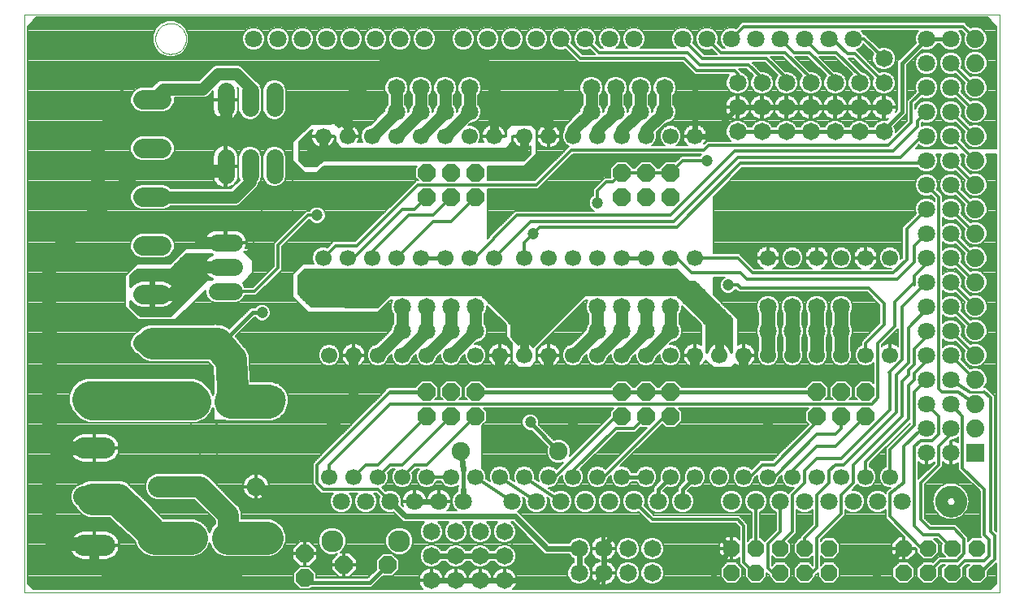
<source format=gbl>
G75*
%MOIN*%
%OFA0B0*%
%FSLAX24Y24*%
%IPPOS*%
%LPD*%
%AMOC8*
5,1,8,0,0,1.08239X$1,22.5*
%
%ADD10C,0.0000*%
%ADD11C,0.0512*%
%ADD12C,0.0715*%
%ADD13C,0.0715*%
%ADD14C,0.0755*%
%ADD15C,0.0709*%
%ADD16C,0.0787*%
%ADD17OC8,0.0715*%
%ADD18C,0.0865*%
%ADD19C,0.0669*%
%ADD20OC8,0.0669*%
%ADD21R,0.0740X0.0740*%
%ADD22C,0.0740*%
%ADD23C,0.0905*%
%ADD24C,0.1181*%
%ADD25C,0.0240*%
%ADD26C,0.0120*%
%ADD27C,0.0500*%
%ADD28C,0.0660*%
%ADD29C,0.0560*%
%ADD30C,0.0360*%
%ADD31C,0.0320*%
%ADD32C,0.0400*%
%ADD33C,0.0472*%
%ADD34C,0.0070*%
%ADD35C,0.0160*%
%ADD36C,0.0860*%
%ADD37C,0.1350*%
%ADD38C,0.0100*%
%ADD39C,0.1300*%
%ADD40C,0.1400*%
%ADD41C,0.0079*%
%ADD42C,0.1264*%
%ADD43C,0.1500*%
D10*
X006933Y007050D02*
X046928Y007050D01*
X046928Y030796D01*
X006933Y030796D01*
X006933Y007050D01*
X012303Y029800D02*
X012305Y029850D01*
X012311Y029900D01*
X012321Y029949D01*
X012335Y029997D01*
X012352Y030044D01*
X012373Y030089D01*
X012398Y030133D01*
X012426Y030174D01*
X012458Y030213D01*
X012492Y030250D01*
X012529Y030284D01*
X012569Y030314D01*
X012611Y030341D01*
X012655Y030365D01*
X012701Y030386D01*
X012748Y030402D01*
X012796Y030415D01*
X012846Y030424D01*
X012895Y030429D01*
X012946Y030430D01*
X012996Y030427D01*
X013045Y030420D01*
X013094Y030409D01*
X013142Y030394D01*
X013188Y030376D01*
X013233Y030354D01*
X013276Y030328D01*
X013317Y030299D01*
X013356Y030267D01*
X013392Y030232D01*
X013424Y030194D01*
X013454Y030154D01*
X013481Y030111D01*
X013504Y030067D01*
X013523Y030021D01*
X013539Y029973D01*
X013551Y029924D01*
X013559Y029875D01*
X013563Y029825D01*
X013563Y029775D01*
X013559Y029725D01*
X013551Y029676D01*
X013539Y029627D01*
X013523Y029579D01*
X013504Y029533D01*
X013481Y029489D01*
X013454Y029446D01*
X013424Y029406D01*
X013392Y029368D01*
X013356Y029333D01*
X013317Y029301D01*
X013276Y029272D01*
X013233Y029246D01*
X013188Y029224D01*
X013142Y029206D01*
X013094Y029191D01*
X013045Y029180D01*
X012996Y029173D01*
X012946Y029170D01*
X012895Y029171D01*
X012846Y029176D01*
X012796Y029185D01*
X012748Y029198D01*
X012701Y029214D01*
X012655Y029235D01*
X012611Y029259D01*
X012569Y029286D01*
X012529Y029316D01*
X012492Y029350D01*
X012458Y029387D01*
X012426Y029426D01*
X012398Y029467D01*
X012373Y029511D01*
X012352Y029556D01*
X012335Y029603D01*
X012321Y029651D01*
X012311Y029700D01*
X012305Y029750D01*
X012303Y029800D01*
X044303Y010800D02*
X044305Y010850D01*
X044311Y010900D01*
X044321Y010949D01*
X044335Y010997D01*
X044352Y011044D01*
X044373Y011089D01*
X044398Y011133D01*
X044426Y011174D01*
X044458Y011213D01*
X044492Y011250D01*
X044529Y011284D01*
X044569Y011314D01*
X044611Y011341D01*
X044655Y011365D01*
X044701Y011386D01*
X044748Y011402D01*
X044796Y011415D01*
X044846Y011424D01*
X044895Y011429D01*
X044946Y011430D01*
X044996Y011427D01*
X045045Y011420D01*
X045094Y011409D01*
X045142Y011394D01*
X045188Y011376D01*
X045233Y011354D01*
X045276Y011328D01*
X045317Y011299D01*
X045356Y011267D01*
X045392Y011232D01*
X045424Y011194D01*
X045454Y011154D01*
X045481Y011111D01*
X045504Y011067D01*
X045523Y011021D01*
X045539Y010973D01*
X045551Y010924D01*
X045559Y010875D01*
X045563Y010825D01*
X045563Y010775D01*
X045559Y010725D01*
X045551Y010676D01*
X045539Y010627D01*
X045523Y010579D01*
X045504Y010533D01*
X045481Y010489D01*
X045454Y010446D01*
X045424Y010406D01*
X045392Y010368D01*
X045356Y010333D01*
X045317Y010301D01*
X045276Y010272D01*
X045233Y010246D01*
X045188Y010224D01*
X045142Y010206D01*
X045094Y010191D01*
X045045Y010180D01*
X044996Y010173D01*
X044946Y010170D01*
X044895Y010171D01*
X044846Y010176D01*
X044796Y010185D01*
X044748Y010198D01*
X044701Y010214D01*
X044655Y010235D01*
X044611Y010259D01*
X044569Y010286D01*
X044529Y010316D01*
X044492Y010350D01*
X044458Y010387D01*
X044426Y010426D01*
X044398Y010467D01*
X044373Y010511D01*
X044352Y010556D01*
X044335Y010603D01*
X044321Y010651D01*
X044311Y010700D01*
X044305Y010750D01*
X044303Y010800D01*
D11*
X044539Y010800D02*
X044541Y010839D01*
X044547Y010878D01*
X044557Y010916D01*
X044570Y010953D01*
X044587Y010988D01*
X044607Y011022D01*
X044631Y011053D01*
X044658Y011082D01*
X044687Y011108D01*
X044719Y011131D01*
X044753Y011151D01*
X044789Y011167D01*
X044826Y011179D01*
X044865Y011188D01*
X044904Y011193D01*
X044943Y011194D01*
X044982Y011191D01*
X045021Y011184D01*
X045058Y011173D01*
X045095Y011159D01*
X045130Y011141D01*
X045163Y011120D01*
X045194Y011095D01*
X045222Y011068D01*
X045247Y011038D01*
X045269Y011005D01*
X045288Y010971D01*
X045303Y010935D01*
X045315Y010897D01*
X045323Y010859D01*
X045327Y010820D01*
X045327Y010780D01*
X045323Y010741D01*
X045315Y010703D01*
X045303Y010665D01*
X045288Y010629D01*
X045269Y010595D01*
X045247Y010562D01*
X045222Y010532D01*
X045194Y010505D01*
X045163Y010480D01*
X045130Y010459D01*
X045095Y010441D01*
X045058Y010427D01*
X045021Y010416D01*
X044982Y010409D01*
X044943Y010406D01*
X044904Y010407D01*
X044865Y010412D01*
X044826Y010421D01*
X044789Y010433D01*
X044753Y010449D01*
X044719Y010469D01*
X044687Y010492D01*
X044658Y010518D01*
X044631Y010547D01*
X044607Y010578D01*
X044587Y010612D01*
X044570Y010647D01*
X044557Y010684D01*
X044547Y010722D01*
X044541Y010761D01*
X044539Y010800D01*
D12*
X040433Y017800D03*
X039433Y017800D03*
X038433Y017800D03*
X037433Y017800D03*
X037433Y018800D03*
X038433Y018800D03*
X039433Y018800D03*
X040433Y018800D03*
X033433Y018800D03*
X032433Y018800D03*
X031433Y018800D03*
X030433Y018800D03*
X030433Y017800D03*
X031433Y017800D03*
X032433Y017800D03*
X033433Y017800D03*
X025433Y017800D03*
X024433Y017800D03*
X023433Y017800D03*
X022433Y017800D03*
X022433Y018800D03*
X023433Y018800D03*
X024433Y018800D03*
X025433Y018800D03*
X025183Y026800D03*
X024183Y026800D03*
X023183Y026800D03*
X022183Y026800D03*
X022183Y027800D03*
X023183Y027800D03*
X024183Y027800D03*
X025183Y027800D03*
X030183Y027800D03*
X031183Y027800D03*
X032183Y027800D03*
X033183Y027800D03*
X033183Y026800D03*
X032183Y026800D03*
X031183Y026800D03*
X030183Y026800D03*
X036183Y026987D03*
X037183Y026987D03*
X038183Y026987D03*
X039183Y026987D03*
X040183Y026987D03*
X041183Y026987D03*
X042183Y026988D03*
X042183Y027988D03*
X042183Y028988D03*
X041183Y027987D03*
X040183Y027987D03*
X039183Y027987D03*
X038183Y027987D03*
X037183Y027987D03*
X036183Y027987D03*
X036183Y025987D03*
X037183Y025987D03*
X038183Y025987D03*
X039183Y025987D03*
X040183Y025987D03*
X041183Y025987D03*
X042183Y025988D03*
X026621Y009550D03*
X025621Y009550D03*
X024621Y009550D03*
X023621Y009550D03*
X023621Y008550D03*
X024621Y008550D03*
X025621Y008550D03*
X026621Y008550D03*
X026621Y007550D03*
X025621Y007550D03*
X024621Y007550D03*
X023621Y007550D03*
X029683Y007862D03*
X030683Y007862D03*
X031683Y007862D03*
X032683Y007862D03*
X032683Y008863D03*
X031683Y008863D03*
X030683Y008863D03*
X029683Y008863D03*
D13*
X015541Y019425D02*
X014826Y019425D01*
X014826Y020425D02*
X015541Y020425D01*
X015541Y021425D02*
X014826Y021425D01*
X015183Y024192D02*
X015183Y024907D01*
X016183Y024907D02*
X016183Y024192D01*
X017183Y024192D02*
X017183Y024907D01*
X017183Y026943D02*
X017183Y027657D01*
X016183Y027657D02*
X016183Y026943D01*
X015183Y026943D02*
X015183Y027657D01*
D14*
X024843Y012851D03*
X028843Y012851D03*
X016433Y011400D03*
X012433Y011400D03*
D15*
X019933Y010800D03*
X020933Y010800D03*
X021933Y010800D03*
X022933Y010800D03*
X023933Y010800D03*
X024933Y010800D03*
X026933Y010800D03*
X027933Y010800D03*
X028933Y010800D03*
X029933Y010800D03*
X030933Y010800D03*
X031933Y010800D03*
X032933Y010800D03*
X033933Y010800D03*
X035933Y010800D03*
X036933Y010800D03*
X037933Y010800D03*
X038933Y010800D03*
X039933Y010800D03*
X040933Y010800D03*
X041933Y010800D03*
X042933Y010800D03*
X043933Y012800D03*
X044933Y012800D03*
X044933Y013800D03*
X043933Y013800D03*
X043933Y014800D03*
X044933Y014800D03*
X044933Y015800D03*
X043933Y015800D03*
X043933Y016800D03*
X043933Y017800D03*
X044933Y017800D03*
X044933Y016800D03*
X044933Y018800D03*
X043933Y018800D03*
X043933Y019800D03*
X043933Y020800D03*
X044933Y020800D03*
X044933Y019800D03*
X044933Y021800D03*
X043933Y021800D03*
X043933Y022800D03*
X043933Y023800D03*
X044933Y023800D03*
X044933Y022800D03*
X044933Y024800D03*
X043933Y024800D03*
X043933Y025800D03*
X043933Y026800D03*
X044933Y026800D03*
X044933Y025800D03*
X044933Y027800D03*
X043933Y027800D03*
X043933Y028800D03*
X044933Y028800D03*
X044933Y029800D03*
X043933Y029800D03*
X040933Y029800D03*
X039933Y029800D03*
X038933Y029800D03*
X037933Y029800D03*
X036933Y029800D03*
X035933Y029800D03*
X034933Y029800D03*
X033933Y029800D03*
X031933Y029800D03*
X030933Y029800D03*
X029933Y029800D03*
X028933Y029800D03*
X027933Y029800D03*
X026933Y029800D03*
X025933Y029800D03*
X024933Y029800D03*
X023333Y029800D03*
X022333Y029800D03*
X021333Y029800D03*
X020333Y029800D03*
X019333Y029800D03*
X018333Y029800D03*
X017333Y029800D03*
X016333Y029800D03*
D16*
X012577Y027300D02*
X011790Y027300D01*
X011790Y025300D02*
X012577Y025300D01*
X012577Y023300D02*
X011790Y023300D01*
X011790Y021300D02*
X012577Y021300D01*
X012577Y019300D02*
X011790Y019300D01*
X011790Y017300D02*
X012577Y017300D01*
D17*
X023433Y015300D03*
X024433Y015300D03*
X025433Y015300D03*
X025433Y014300D03*
X024433Y014300D03*
X023433Y014300D03*
X018433Y008650D03*
X018433Y007650D03*
X020043Y008185D03*
X021823Y008185D03*
X031433Y014300D03*
X032433Y014300D03*
X033433Y014300D03*
X033433Y015300D03*
X032433Y015300D03*
X031433Y015300D03*
X039433Y015300D03*
X040433Y015300D03*
X041433Y015300D03*
X041433Y014300D03*
X040433Y014300D03*
X039433Y014300D03*
X033433Y023300D03*
X032433Y023300D03*
X031433Y023300D03*
X031433Y024300D03*
X032433Y024300D03*
X033433Y024300D03*
X025433Y024300D03*
X024433Y024300D03*
X023433Y024300D03*
X023433Y023300D03*
X024433Y023300D03*
X025433Y023300D03*
D18*
X010241Y014988D02*
X009376Y014988D01*
X009376Y012988D02*
X010241Y012988D01*
X010241Y010988D02*
X009376Y010988D01*
X009376Y008988D02*
X010241Y008988D01*
D19*
X019433Y011800D03*
X020433Y011800D03*
X021433Y011800D03*
X022433Y011800D03*
X023433Y011800D03*
X024433Y011800D03*
X025433Y011800D03*
X026433Y011800D03*
X027433Y011800D03*
X028433Y011800D03*
X029433Y011800D03*
X030433Y011800D03*
X031433Y011800D03*
X032433Y011800D03*
X033433Y011800D03*
X034433Y011800D03*
X035433Y011800D03*
X036433Y011800D03*
X037433Y011800D03*
X038433Y011800D03*
X039433Y011800D03*
X040433Y011800D03*
X041433Y011800D03*
X042433Y011800D03*
X042433Y016800D03*
X041433Y016800D03*
X040433Y016800D03*
X039433Y016800D03*
X038433Y016800D03*
X037433Y016800D03*
X036433Y016800D03*
X035433Y016800D03*
X034433Y016800D03*
X033433Y016800D03*
X032433Y016800D03*
X031433Y016800D03*
X030433Y016800D03*
X029433Y016800D03*
X028433Y016800D03*
X027433Y016800D03*
X026433Y016800D03*
X025433Y016800D03*
X024433Y016800D03*
X023433Y016800D03*
X022433Y016800D03*
X021433Y016800D03*
X020433Y016800D03*
X019433Y016800D03*
X019183Y020800D03*
X020183Y020800D03*
X021183Y020800D03*
X022183Y020800D03*
X023183Y020800D03*
X024183Y020800D03*
X025183Y020800D03*
X026183Y020800D03*
X027433Y020800D03*
X028433Y020800D03*
X029433Y020800D03*
X030433Y020800D03*
X031433Y020800D03*
X032433Y020800D03*
X033433Y020800D03*
X034433Y020800D03*
X037433Y020800D03*
X038433Y020800D03*
X039433Y020800D03*
X040433Y020800D03*
X041433Y020800D03*
X042433Y020800D03*
X034433Y025800D03*
X033433Y025800D03*
X032433Y025800D03*
X031433Y025800D03*
X030433Y025800D03*
X029433Y025800D03*
X028433Y025800D03*
X027433Y025800D03*
X026183Y025800D03*
X025183Y025800D03*
X024183Y025800D03*
X023183Y025800D03*
X022183Y025800D03*
X021183Y025800D03*
X020183Y025800D03*
X019183Y025800D03*
D20*
X035933Y008863D03*
X036933Y008863D03*
X037933Y008863D03*
X038933Y008863D03*
X039933Y008863D03*
X039933Y007863D03*
X038933Y007863D03*
X037933Y007863D03*
X036933Y007863D03*
X035933Y007863D03*
X042996Y007863D03*
X042996Y008863D03*
X043996Y008863D03*
X044996Y008863D03*
X045996Y008863D03*
X045996Y007863D03*
X044996Y007863D03*
X043996Y007863D03*
D21*
X045933Y012800D03*
D22*
X045933Y013800D03*
X045933Y014800D03*
X045933Y015800D03*
X045933Y016800D03*
X045933Y017800D03*
X045933Y018800D03*
X045933Y019800D03*
X045933Y020800D03*
X045933Y021800D03*
X045933Y022800D03*
X045933Y023800D03*
X045933Y024800D03*
X045933Y025800D03*
X045933Y026800D03*
X045933Y027800D03*
X045933Y028800D03*
X045933Y029800D03*
D23*
X022313Y009165D03*
X019553Y009165D03*
D24*
X016862Y009300D03*
X015288Y009300D03*
X013752Y009300D03*
X012296Y009300D03*
X012496Y014950D03*
X013952Y014950D03*
X015488Y014950D03*
X017062Y014950D03*
D25*
X021933Y010800D02*
X022558Y010175D01*
X027058Y010175D01*
X028371Y008863D01*
X029683Y008863D01*
X029683Y007862D01*
X030183Y007300D02*
X028933Y007300D01*
X028683Y007550D01*
X026621Y007550D01*
X025621Y007550D01*
X024621Y007550D01*
X024621Y007550D01*
X023621Y007550D01*
X023621Y008550D02*
X023558Y008550D01*
X023621Y008550D02*
X024621Y008550D01*
X024621Y008550D01*
X025621Y008550D01*
X026621Y008550D01*
X024933Y010800D02*
X024933Y011300D01*
X024933Y012094D02*
X024843Y012851D01*
X023933Y010800D02*
X022933Y010800D01*
X030183Y007300D02*
X030683Y007800D01*
X030683Y007862D01*
X030683Y008863D01*
X030683Y008988D01*
X031246Y009550D01*
X035246Y009550D01*
X035933Y008863D01*
X035746Y008675D01*
X035746Y008613D01*
X035183Y008050D01*
X035183Y007550D01*
X035433Y007300D01*
X041433Y007300D01*
X042808Y008675D01*
X042996Y008863D01*
X042183Y025988D02*
X042183Y026050D01*
X042183Y026988D02*
X041183Y026988D01*
X041183Y026987D02*
X040183Y026987D01*
X039183Y026987D01*
X038183Y026987D01*
X037183Y026987D01*
X036183Y026987D01*
X034996Y025800D01*
X034433Y025800D01*
X034433Y027800D01*
X033683Y028550D01*
X029433Y028550D01*
X028933Y028050D01*
X028933Y027175D01*
X028246Y026488D01*
D26*
X029371Y025238D02*
X027933Y023800D01*
X023058Y023800D01*
X020558Y021300D01*
X019683Y021300D01*
X019183Y020800D01*
X018433Y020300D02*
X033683Y020300D01*
X034183Y019800D01*
X034433Y019800D01*
X035933Y018300D01*
X035933Y016927D01*
X035910Y016998D01*
X035873Y017070D01*
X035826Y017135D01*
X035769Y017193D01*
X035703Y017240D01*
X035631Y017277D01*
X035554Y017302D01*
X035474Y017315D01*
X035462Y017315D01*
X035462Y016829D01*
X035405Y016829D01*
X035405Y017315D01*
X035393Y017315D01*
X035313Y017302D01*
X035236Y017277D01*
X035164Y017240D01*
X035098Y017193D01*
X035041Y017135D01*
X034993Y017070D01*
X034956Y016998D01*
X034933Y016927D01*
X034933Y018050D01*
X033683Y019300D01*
X029933Y019300D01*
X027797Y017164D01*
X027769Y017193D01*
X027703Y017240D01*
X027631Y017277D01*
X027554Y017302D01*
X027474Y017315D01*
X027462Y017315D01*
X027462Y017050D01*
X027433Y017050D01*
X027405Y017079D01*
X027405Y017315D01*
X027393Y017315D01*
X027313Y017302D01*
X027236Y017277D01*
X027216Y017267D01*
X026933Y017550D01*
X026933Y018050D01*
X025683Y019300D01*
X021933Y019300D01*
X021433Y018800D01*
X018683Y018820D01*
X018183Y019320D01*
X018183Y020050D01*
X018433Y020300D01*
X018405Y020272D02*
X033712Y020272D01*
X033830Y020153D02*
X018286Y020153D01*
X018183Y020035D02*
X033949Y020035D01*
X034067Y019916D02*
X018183Y019916D01*
X018183Y019798D02*
X034436Y019798D01*
X034554Y019679D02*
X018183Y019679D01*
X018183Y019561D02*
X034673Y019561D01*
X034791Y019442D02*
X018183Y019442D01*
X018183Y019324D02*
X034910Y019324D01*
X035028Y019205D02*
X033778Y019205D01*
X033897Y019087D02*
X035147Y019087D01*
X035265Y018968D02*
X034015Y018968D01*
X034134Y018850D02*
X035384Y018850D01*
X035502Y018731D02*
X034252Y018731D01*
X034371Y018613D02*
X035621Y018613D01*
X035739Y018494D02*
X034489Y018494D01*
X034608Y018376D02*
X035858Y018376D01*
X035933Y018257D02*
X034726Y018257D01*
X034845Y018139D02*
X035933Y018139D01*
X035933Y018020D02*
X034933Y018020D01*
X034933Y017902D02*
X035933Y017902D01*
X035933Y017783D02*
X034933Y017783D01*
X034933Y017665D02*
X035933Y017665D01*
X035933Y017546D02*
X034933Y017546D01*
X034933Y017428D02*
X035933Y017428D01*
X035933Y017309D02*
X035509Y017309D01*
X035462Y017309D02*
X035405Y017309D01*
X035357Y017309D02*
X034933Y017309D01*
X034933Y017191D02*
X035096Y017191D01*
X034995Y017072D02*
X034933Y017072D01*
X034933Y016954D02*
X034942Y016954D01*
X035405Y016954D02*
X035462Y016954D01*
X035462Y017072D02*
X035405Y017072D01*
X035405Y017191D02*
X035462Y017191D01*
X035771Y017191D02*
X035933Y017191D01*
X035933Y017072D02*
X035872Y017072D01*
X035925Y016954D02*
X035933Y016954D01*
X035462Y016835D02*
X035405Y016835D01*
X036308Y019550D02*
X036183Y019675D01*
X035808Y019675D01*
X036308Y019550D02*
X041558Y019550D01*
X042183Y018925D01*
X042183Y018050D01*
X041433Y017300D01*
X041433Y016800D01*
X041933Y017300D02*
X041933Y015050D01*
X041683Y014800D01*
X021933Y014800D01*
X019433Y012300D01*
X019433Y011800D01*
X019433Y011800D01*
X019183Y011300D02*
X018933Y011550D01*
X018933Y012300D01*
X021933Y015300D01*
X023433Y014300D02*
X021433Y012300D01*
X020933Y012300D01*
X020433Y011800D01*
X021433Y011800D02*
X021933Y012300D01*
X022433Y012300D01*
X024433Y014300D01*
X025433Y014300D02*
X023433Y012300D01*
X022933Y012300D01*
X022433Y011800D01*
X023433Y011800D02*
X024433Y011800D01*
X025433Y011800D02*
X026933Y010800D01*
X027933Y010800D02*
X026433Y011800D01*
X027433Y011800D02*
X028933Y010800D01*
X028683Y011800D02*
X028433Y011800D01*
X028683Y011800D02*
X031183Y014300D01*
X031433Y014300D01*
X031183Y013800D02*
X031933Y013800D01*
X032433Y014300D01*
X033183Y014300D02*
X033433Y014300D01*
X033183Y014300D02*
X030683Y011800D01*
X030433Y011800D01*
X029433Y011800D02*
X029433Y012050D01*
X031183Y013800D01*
X033773Y013550D02*
X036933Y013550D01*
X037433Y014050D01*
X037683Y012300D02*
X039433Y014050D01*
X039433Y014300D01*
X039433Y013550D02*
X040183Y013550D01*
X040433Y013800D01*
X040433Y014300D01*
X041433Y014300D02*
X040183Y013050D01*
X039433Y013050D01*
X038433Y012050D01*
X038433Y011800D01*
X038933Y011550D02*
X038933Y012050D01*
X039433Y012550D01*
X040433Y012550D01*
X042433Y014550D01*
X042433Y016050D01*
X042402Y016081D01*
X042933Y016612D01*
X042933Y018800D01*
X043933Y019800D01*
X043433Y019800D02*
X043433Y019675D01*
X043433Y019800D02*
X042621Y018988D01*
X042621Y017988D01*
X041933Y017300D01*
X043183Y017925D02*
X043183Y016488D01*
X042683Y015988D01*
X042683Y014450D01*
X040533Y012300D01*
X040183Y012300D01*
X039933Y012050D01*
X039933Y011550D01*
X039433Y011050D01*
X039433Y009800D01*
X038933Y009300D01*
X038933Y008863D01*
X039433Y009300D02*
X040433Y010300D01*
X040433Y011050D01*
X040933Y011550D01*
X040933Y012300D01*
X042933Y014300D01*
X042933Y015738D01*
X043183Y015988D01*
X043183Y016175D01*
X043433Y016425D01*
X043433Y017050D01*
X043933Y017550D01*
X043933Y017800D01*
X043183Y017925D02*
X043933Y018675D01*
X043933Y018800D01*
X044933Y018800D02*
X045933Y017800D01*
X045933Y017800D01*
X045933Y016800D02*
X044933Y017800D01*
X044933Y016800D02*
X045933Y015800D01*
X045933Y015800D01*
X045683Y015300D02*
X044933Y015800D01*
X045246Y015300D02*
X044558Y015300D01*
X044433Y015425D01*
X044433Y023300D01*
X043933Y023800D01*
X043933Y022800D02*
X043121Y021988D01*
X043121Y020738D01*
X042558Y020175D01*
X036808Y020175D01*
X036183Y020800D01*
X034433Y020800D01*
X034308Y020175D02*
X033683Y020800D01*
X033433Y020800D01*
X034308Y020175D02*
X036308Y020175D01*
X036558Y019925D01*
X042746Y019925D01*
X043433Y020613D01*
X043433Y021300D01*
X043933Y021800D01*
X044933Y021800D02*
X045933Y020800D01*
X045933Y020800D01*
X045933Y019800D02*
X044933Y020800D01*
X043933Y020800D02*
X043933Y020550D01*
X043433Y020050D01*
X043433Y019800D01*
X044933Y019800D02*
X045933Y018800D01*
X045933Y018800D01*
X045933Y016800D02*
X045933Y016800D01*
X046308Y015300D02*
X046558Y015050D01*
X046558Y009550D01*
X046723Y009386D01*
X046723Y008425D01*
X046121Y007863D01*
X045996Y007863D01*
X046308Y008360D02*
X045493Y008360D01*
X044996Y007863D01*
X045183Y008360D02*
X044493Y008360D01*
X043996Y007863D01*
X043996Y008863D02*
X043746Y008863D01*
X042433Y010175D01*
X042433Y011112D01*
X042996Y011550D01*
X042996Y013050D01*
X043683Y013738D01*
X043871Y013738D01*
X043933Y013800D01*
X043433Y013925D02*
X043433Y015300D01*
X043933Y015800D01*
X043433Y015800D02*
X043183Y015550D01*
X043183Y014175D01*
X041433Y012425D01*
X041433Y011800D01*
X042433Y011800D02*
X042433Y012925D01*
X043433Y013925D01*
X043683Y013300D02*
X043433Y013050D01*
X043433Y009800D01*
X043808Y009425D01*
X044433Y009425D01*
X044996Y008863D01*
X045473Y008649D02*
X045183Y008360D01*
X045473Y008649D02*
X045473Y009261D01*
X045058Y009675D01*
X044058Y009675D01*
X043683Y010050D01*
X043683Y011550D01*
X044433Y012300D01*
X044433Y013050D01*
X044933Y013550D01*
X044933Y013800D01*
X044433Y013563D02*
X044171Y013300D01*
X043683Y013300D01*
X044433Y013563D02*
X044433Y014300D01*
X043933Y014800D01*
X044933Y014800D02*
X045414Y014280D01*
X045414Y012155D01*
X046308Y011300D01*
X046308Y009425D01*
X046508Y009226D01*
X046508Y008559D01*
X046308Y008360D01*
X039433Y008050D02*
X039246Y007863D01*
X038933Y007863D01*
X039433Y008050D02*
X039433Y009300D01*
X038433Y009550D02*
X038433Y011050D01*
X038933Y011550D01*
X037933Y010800D02*
X037933Y009550D01*
X037433Y009050D01*
X037433Y008050D01*
X037621Y007863D01*
X037933Y007863D01*
X037933Y008863D02*
X037933Y009050D01*
X038433Y009550D01*
X036933Y008863D02*
X036933Y010800D01*
X036683Y011800D02*
X037183Y012300D01*
X037683Y012300D01*
X037683Y011800D02*
X039433Y013550D01*
X037683Y011800D02*
X037433Y011800D01*
X036683Y011800D02*
X036433Y011800D01*
X036183Y010050D02*
X032683Y010050D01*
X031933Y010800D01*
X032933Y010800D02*
X032933Y010800D01*
X033933Y010800D02*
X033933Y010800D01*
X036183Y010050D02*
X036433Y009800D01*
X036433Y008300D01*
X036871Y007863D01*
X036933Y007863D01*
X045246Y015300D02*
X045933Y014800D01*
X043871Y016488D02*
X043871Y016738D01*
X043933Y016800D01*
X043871Y016488D02*
X043433Y016050D01*
X043433Y015800D01*
X041433Y020800D02*
X041433Y021300D01*
X039433Y021300D01*
X037433Y021300D01*
X037433Y020800D01*
X037433Y020925D01*
X039433Y020800D02*
X039433Y021300D01*
X036308Y024675D02*
X033683Y022050D01*
X028058Y022050D01*
X027808Y021800D01*
X027433Y021425D01*
X027433Y020800D01*
X026183Y020800D02*
X027683Y022300D01*
X033558Y022300D01*
X036183Y024925D01*
X042871Y024925D01*
X043746Y025800D01*
X043933Y025800D01*
X043558Y026175D02*
X043558Y026425D01*
X043933Y026800D01*
X043308Y027175D02*
X043308Y026363D01*
X042371Y025425D01*
X034996Y025425D01*
X034808Y025238D01*
X029371Y025238D01*
X030808Y023925D02*
X031058Y023925D01*
X031433Y024300D01*
X032433Y024300D01*
X033433Y024300D01*
X033933Y024800D01*
X034933Y024800D01*
X036058Y025175D02*
X042558Y025175D01*
X043558Y026175D01*
X043308Y027175D02*
X043933Y027800D01*
X044933Y027800D02*
X045933Y026800D01*
X045933Y026800D01*
X045933Y025800D02*
X044933Y026800D01*
X044933Y025800D02*
X045933Y024800D01*
X045933Y024800D01*
X045933Y023800D02*
X044933Y024800D01*
X043933Y024800D02*
X043808Y024675D01*
X036308Y024675D01*
X036058Y025175D02*
X033433Y022550D01*
X027121Y022550D01*
X026183Y021613D01*
X025433Y023300D02*
X024433Y022300D01*
X023683Y022300D01*
X022183Y020800D01*
X021183Y020800D02*
X021183Y021050D01*
X022683Y022550D01*
X023683Y022550D01*
X024433Y023300D01*
X023433Y023300D02*
X022933Y022800D01*
X022433Y022800D01*
X020433Y020800D01*
X020183Y020800D01*
X021838Y019205D02*
X018298Y019205D01*
X018416Y019087D02*
X021720Y019087D01*
X021601Y018968D02*
X018535Y018968D01*
X018653Y018850D02*
X021483Y018850D01*
X025778Y019205D02*
X029838Y019205D01*
X029720Y019087D02*
X025897Y019087D01*
X026015Y018968D02*
X029601Y018968D01*
X029483Y018850D02*
X026134Y018850D01*
X026252Y018731D02*
X029364Y018731D01*
X029246Y018613D02*
X026371Y018613D01*
X026489Y018494D02*
X029127Y018494D01*
X029009Y018376D02*
X026608Y018376D01*
X026726Y018257D02*
X028890Y018257D01*
X028772Y018139D02*
X026845Y018139D01*
X026933Y018020D02*
X028653Y018020D01*
X028535Y017902D02*
X026933Y017902D01*
X026933Y017783D02*
X028416Y017783D01*
X028298Y017665D02*
X026933Y017665D01*
X026937Y017546D02*
X028179Y017546D01*
X028061Y017428D02*
X027056Y017428D01*
X027174Y017309D02*
X027357Y017309D01*
X027405Y017309D02*
X027462Y017309D01*
X027509Y017309D02*
X027942Y017309D01*
X027824Y017191D02*
X027771Y017191D01*
X027462Y017191D02*
X027405Y017191D01*
X027411Y017072D02*
X027462Y017072D01*
X021433Y011300D02*
X021933Y010800D01*
X021433Y011300D02*
X019183Y011300D01*
X012296Y009300D02*
X012277Y009282D01*
X012233Y009282D01*
X012183Y017300D02*
X012433Y017550D01*
X012433Y017800D01*
X012933Y018425D02*
X011683Y018425D01*
X011308Y018800D01*
X011308Y018986D01*
X011352Y018926D01*
X011416Y018862D01*
X011489Y018809D01*
X011569Y018768D01*
X011655Y018740D01*
X011744Y018726D01*
X012125Y018726D01*
X012125Y019242D01*
X012241Y019242D01*
X012241Y018726D01*
X012622Y018726D01*
X012711Y018740D01*
X012797Y018768D01*
X012878Y018809D01*
X012951Y018862D01*
X013015Y018926D01*
X013068Y018999D01*
X013109Y019080D01*
X013137Y019166D01*
X013149Y019242D01*
X012241Y019242D01*
X012241Y019358D01*
X012125Y019358D01*
X012125Y019874D01*
X011744Y019874D01*
X011655Y019860D01*
X011569Y019832D01*
X011489Y019791D01*
X011416Y019738D01*
X011352Y019674D01*
X011308Y019614D01*
X011308Y020050D01*
X011558Y020300D01*
X012933Y020300D01*
X013558Y020925D01*
X014625Y020925D01*
X014620Y020923D01*
X014544Y020885D01*
X014476Y020835D01*
X014416Y020775D01*
X014366Y020707D01*
X014328Y020631D01*
X014302Y020551D01*
X014288Y020467D01*
X014288Y020465D01*
X015143Y020465D01*
X015143Y020385D01*
X014288Y020385D01*
X014288Y020383D01*
X014302Y020299D01*
X014328Y020219D01*
X014366Y020143D01*
X014416Y020075D01*
X014476Y020015D01*
X014544Y019965D01*
X014620Y019927D01*
X014625Y019925D01*
X014433Y019925D01*
X012933Y018425D01*
X013002Y018494D02*
X011614Y018494D01*
X011496Y018613D02*
X013121Y018613D01*
X013239Y018731D02*
X012652Y018731D01*
X012933Y018850D02*
X013358Y018850D01*
X013476Y018968D02*
X013045Y018968D01*
X013111Y019087D02*
X013595Y019087D01*
X013713Y019205D02*
X013143Y019205D01*
X013149Y019358D02*
X013137Y019434D01*
X013109Y019520D01*
X013068Y019601D01*
X013015Y019674D01*
X012951Y019738D01*
X012878Y019791D01*
X012797Y019832D01*
X012711Y019860D01*
X012622Y019874D01*
X012241Y019874D01*
X012241Y019358D01*
X013149Y019358D01*
X013134Y019442D02*
X013950Y019442D01*
X013832Y019324D02*
X012241Y019324D01*
X012241Y019442D02*
X012125Y019442D01*
X012125Y019561D02*
X012241Y019561D01*
X012241Y019679D02*
X012125Y019679D01*
X012125Y019798D02*
X012241Y019798D01*
X012864Y019798D02*
X014306Y019798D01*
X014424Y019916D02*
X011308Y019916D01*
X011308Y019798D02*
X011502Y019798D01*
X011357Y019679D02*
X011308Y019679D01*
X011308Y020035D02*
X014456Y020035D01*
X014361Y020153D02*
X011411Y020153D01*
X011530Y020272D02*
X014311Y020272D01*
X014295Y020509D02*
X013142Y020509D01*
X013260Y020627D02*
X014326Y020627D01*
X014394Y020746D02*
X013379Y020746D01*
X013497Y020864D02*
X014516Y020864D01*
X015143Y020390D02*
X013023Y020390D01*
X013009Y019679D02*
X014187Y019679D01*
X014069Y019561D02*
X013088Y019561D01*
X012241Y019205D02*
X012125Y019205D01*
X012125Y019087D02*
X012241Y019087D01*
X012241Y018968D02*
X012125Y018968D01*
X012125Y018850D02*
X012241Y018850D01*
X012241Y018731D02*
X012125Y018731D01*
X011715Y018731D02*
X011377Y018731D01*
X011434Y018850D02*
X011308Y018850D01*
X011308Y018968D02*
X011322Y018968D01*
X015183Y019425D02*
X016377Y019425D01*
X017327Y020375D01*
X017327Y021320D01*
X018567Y022560D01*
X018923Y022560D01*
X018933Y022550D01*
X018933Y026550D02*
X018933Y027300D01*
X014183Y028550D02*
X013933Y028550D01*
X013683Y028300D01*
X011433Y028300D01*
X010933Y027800D01*
X010933Y026363D01*
X025683Y028550D02*
X025808Y028675D01*
X025808Y028800D01*
X028933Y029800D02*
X029746Y028988D01*
X033996Y028988D01*
X034496Y028488D01*
X036058Y028488D01*
X036183Y028363D01*
X036183Y027987D01*
X036621Y028738D02*
X034621Y028738D01*
X034121Y029238D01*
X030496Y029238D01*
X029933Y029800D01*
X033933Y029800D02*
X034746Y028988D01*
X037371Y028988D01*
X038183Y028175D01*
X038183Y027987D01*
X037183Y027987D02*
X037183Y028175D01*
X036621Y028738D01*
X035496Y029238D02*
X034933Y029800D01*
X035496Y029238D02*
X038121Y029238D01*
X039183Y028175D01*
X039183Y027987D01*
X040183Y027987D02*
X040183Y028175D01*
X039121Y029238D01*
X038496Y029238D01*
X037933Y029800D01*
X038933Y029800D02*
X039496Y029238D01*
X040246Y029238D01*
X041183Y028300D01*
X041183Y027987D01*
X042183Y027988D02*
X040996Y029175D01*
X040683Y029175D01*
X040058Y029800D01*
X039933Y029800D01*
X040933Y029800D02*
X041371Y029800D01*
X042183Y028988D01*
X041183Y026987D02*
X041183Y026988D01*
X042183Y025987D02*
X042183Y025988D01*
X044933Y023800D02*
X045933Y022800D01*
X045933Y022800D01*
X045933Y021800D02*
X044933Y022800D01*
X045933Y023800D02*
X045933Y023800D01*
X045933Y021800D02*
X045933Y021800D01*
X045933Y025800D02*
X045933Y025800D01*
X045933Y027800D02*
X045933Y027800D01*
X044933Y028800D01*
X045933Y029800D02*
X045933Y029800D01*
X045433Y030300D01*
X036433Y030300D01*
X035933Y029800D01*
X036183Y025987D02*
X036183Y025863D01*
X030808Y023925D02*
X030433Y023550D01*
X030433Y023050D01*
D27*
X030433Y025800D02*
X030433Y026050D01*
X031183Y026800D01*
X031183Y027800D01*
X032183Y027800D02*
X032183Y026800D01*
X031433Y026050D01*
X031433Y025800D01*
X032433Y025800D02*
X032433Y026050D01*
X033183Y026800D01*
X033183Y027800D01*
X030183Y027800D02*
X030183Y026800D01*
X029433Y026050D01*
X029433Y025800D01*
X028433Y026300D02*
X028246Y026488D01*
X026183Y026488D01*
X026183Y028050D01*
X025683Y028550D01*
X025433Y028800D01*
X021683Y028800D01*
X019433Y026550D01*
X019933Y026550D01*
X020183Y026300D01*
X021183Y025800D02*
X022183Y026800D01*
X022183Y027800D01*
X022183Y027800D01*
X023183Y027800D02*
X023183Y027800D01*
X023183Y026800D01*
X022183Y025800D01*
X023183Y025800D02*
X024183Y026800D01*
X024183Y027800D01*
X024183Y027800D01*
X025183Y027800D02*
X025183Y027800D01*
X025183Y026800D01*
X024183Y025800D01*
X016183Y024550D02*
X016183Y023925D01*
X015558Y023300D01*
X012183Y023300D01*
X011496Y024363D02*
X014996Y024363D01*
X015183Y024550D01*
X015195Y026446D02*
X015195Y027288D01*
X015183Y027300D01*
X016183Y027300D02*
X016121Y027862D01*
X015621Y028362D01*
X014871Y028362D01*
X014246Y027738D01*
X012621Y027738D01*
X012183Y027300D01*
X011496Y024363D02*
X010433Y023300D01*
X009433Y022300D02*
X013433Y022300D01*
X014308Y021425D01*
X015183Y021425D01*
X015183Y020425D02*
X014058Y020425D01*
X012933Y019300D01*
X012183Y019300D01*
X018683Y019550D02*
X020683Y019550D01*
X018921Y019788D02*
X018683Y019550D01*
X018921Y019788D02*
X018921Y019800D01*
X022433Y018800D02*
X022433Y017800D01*
X021433Y016800D01*
X021433Y016800D01*
X022433Y016800D02*
X023433Y017800D01*
X023433Y018800D01*
X024433Y018800D02*
X024433Y017800D01*
X023433Y016800D01*
X023433Y016800D01*
X022433Y016800D02*
X022433Y016800D01*
X020683Y016050D02*
X026433Y016050D01*
X028433Y016050D01*
X034433Y016050D01*
X036433Y016050D01*
X033433Y017800D02*
X033433Y018800D01*
X032433Y018800D02*
X032433Y017800D01*
X031433Y016800D01*
X030433Y016800D02*
X031433Y017800D01*
X031433Y018800D01*
X030433Y018800D02*
X030433Y017800D01*
X029433Y016800D01*
X032433Y016800D02*
X033433Y017800D01*
X025433Y017800D02*
X025433Y018800D01*
X025433Y017800D02*
X024433Y016800D01*
X024433Y016800D01*
X019433Y016800D02*
X019433Y016800D01*
X016183Y027300D02*
X016246Y027613D01*
D28*
X020433Y016800D02*
X020433Y016800D01*
D29*
X010433Y023300D02*
X009933Y022800D01*
X009933Y025863D01*
X010433Y026363D01*
X010933Y026363D01*
X015121Y026363D01*
X015433Y026175D01*
X015683Y026175D01*
X018183Y026175D01*
X018558Y026550D01*
X018933Y026550D01*
X019433Y026550D01*
X009933Y022800D02*
X009433Y022300D01*
X007933Y020800D01*
X007933Y013800D01*
X008683Y013050D01*
X007933Y012300D01*
X007933Y009300D01*
X008183Y009050D01*
X009683Y009050D01*
X009808Y012988D02*
X008933Y012988D01*
X008746Y012988D01*
X008683Y013050D01*
X037433Y016800D02*
X037433Y017800D01*
X037433Y018800D01*
X038433Y018800D02*
X038433Y017800D01*
X038433Y016800D01*
X039433Y016800D02*
X039433Y017800D01*
X039433Y018800D01*
X040433Y018800D02*
X040433Y017800D01*
X040433Y016800D01*
D30*
X035433Y016800D02*
X035433Y018300D01*
X033933Y019800D01*
X029433Y019800D01*
X027433Y017800D01*
X027433Y019300D01*
X026933Y019800D01*
X018921Y019800D01*
X020433Y016800D02*
X020433Y016800D01*
X027433Y016800D02*
X027433Y017800D01*
X027183Y025050D02*
X019683Y025050D01*
X019433Y025050D01*
X019183Y025300D01*
X019183Y025800D01*
X020183Y025800D02*
X020183Y026300D01*
X015683Y026175D02*
X015121Y026487D01*
X015121Y026363D02*
X015371Y026362D01*
X026183Y026488D02*
X026183Y025800D01*
X027183Y025050D02*
X027433Y025300D01*
X027433Y025800D01*
X009933Y009050D02*
X009871Y009050D01*
X009808Y008988D01*
X011433Y007675D02*
X015683Y007675D01*
D31*
X014933Y024300D02*
X014996Y024363D01*
X028433Y025800D02*
X028433Y026300D01*
D32*
X019683Y025050D02*
X018683Y025050D01*
X008058Y018425D02*
X008058Y013863D01*
X008933Y012988D01*
X009808Y008988D02*
X009808Y008300D01*
X010433Y007675D01*
X011433Y007675D01*
X016433Y011400D02*
X017283Y010850D01*
X018683Y013050D02*
X020433Y014800D01*
X020433Y016800D01*
X020433Y016300D01*
X020683Y016050D01*
X026433Y016050D02*
X026433Y016800D01*
X026433Y016800D01*
X028433Y016800D02*
X028433Y016050D01*
X034433Y016050D02*
X034433Y016800D01*
X036433Y016800D02*
X036433Y016050D01*
D33*
X037433Y014050D03*
X033773Y013550D03*
X029433Y014050D03*
X027683Y014050D03*
X020683Y019550D03*
X019683Y019550D03*
X018683Y019550D03*
X016683Y018550D03*
X018933Y022550D03*
X018683Y025050D03*
X018933Y027300D03*
X014183Y028550D03*
X025808Y028800D03*
X029808Y024550D03*
X030433Y023050D03*
X027808Y021800D03*
X034933Y024800D03*
X035808Y019675D03*
D34*
X035680Y019350D02*
X035183Y019350D01*
X035183Y019300D02*
X035183Y020001D01*
X035682Y020001D01*
X035610Y019972D01*
X035512Y019873D01*
X035458Y019745D01*
X035458Y019605D01*
X035512Y019477D01*
X035610Y019378D01*
X035739Y019325D01*
X035878Y019325D01*
X036007Y019378D01*
X036105Y019477D01*
X036114Y019499D01*
X036236Y019376D01*
X041486Y019376D01*
X042010Y018853D01*
X042010Y018122D01*
X041361Y017474D01*
X041260Y017372D01*
X041260Y017213D01*
X041179Y017180D01*
X041053Y017054D01*
X040985Y016889D01*
X040985Y016711D01*
X041053Y016546D01*
X041179Y016420D01*
X041344Y016352D01*
X041523Y016352D01*
X041687Y016420D01*
X041760Y016492D01*
X041760Y015640D01*
X041629Y015771D01*
X041238Y015771D01*
X040962Y015495D01*
X040962Y015105D01*
X041093Y014974D01*
X040773Y014974D01*
X040905Y015105D01*
X040905Y015495D01*
X040629Y015771D01*
X040238Y015771D01*
X039962Y015495D01*
X039962Y015105D01*
X040093Y014974D01*
X039773Y014974D01*
X039905Y015105D01*
X039905Y015495D01*
X039629Y015771D01*
X039238Y015771D01*
X038962Y015495D01*
X038962Y015494D01*
X033905Y015494D01*
X033905Y015495D01*
X033629Y015771D01*
X033238Y015771D01*
X032962Y015495D01*
X032962Y015494D01*
X032905Y015494D01*
X032905Y015495D01*
X032629Y015771D01*
X032238Y015771D01*
X031962Y015495D01*
X031962Y015494D01*
X031905Y015494D01*
X031905Y015495D01*
X031629Y015771D01*
X031238Y015771D01*
X030962Y015495D01*
X030962Y015494D01*
X025905Y015494D01*
X025905Y015495D01*
X025723Y015676D01*
X025727Y016460D01*
X025813Y016546D01*
X025882Y016711D01*
X025882Y016889D01*
X025813Y017054D01*
X025730Y017137D01*
X025732Y017432D01*
X025833Y017533D01*
X025905Y017706D01*
X025905Y017800D01*
X026683Y017800D01*
X026683Y017550D01*
X026933Y017300D01*
X026933Y016550D01*
X027183Y016300D01*
X027683Y016300D01*
X027933Y016550D01*
X027933Y017050D01*
X029933Y019050D01*
X030027Y019050D01*
X029962Y018894D01*
X029962Y018706D01*
X030034Y018533D01*
X030070Y018497D01*
X030070Y018103D01*
X030034Y018067D01*
X029962Y017894D01*
X029962Y017843D01*
X029367Y017248D01*
X029344Y017248D01*
X029179Y017180D01*
X029053Y017054D01*
X028985Y016889D01*
X028985Y016711D01*
X029053Y016546D01*
X029179Y016420D01*
X029344Y016352D01*
X029523Y016352D01*
X029687Y016420D01*
X029813Y016546D01*
X029882Y016711D01*
X029882Y016734D01*
X029985Y016837D01*
X029985Y016711D01*
X030053Y016546D01*
X030179Y016420D01*
X030344Y016352D01*
X030523Y016352D01*
X030687Y016420D01*
X030813Y016546D01*
X030882Y016711D01*
X030882Y016734D01*
X030985Y016837D01*
X030985Y016711D01*
X031053Y016546D01*
X031179Y016420D01*
X031344Y016352D01*
X031523Y016352D01*
X031687Y016420D01*
X031813Y016546D01*
X031882Y016711D01*
X031882Y016734D01*
X031985Y016837D01*
X031985Y016711D01*
X032053Y016546D01*
X032179Y016420D01*
X032344Y016352D01*
X032523Y016352D01*
X032687Y016420D01*
X032813Y016546D01*
X032882Y016711D01*
X032882Y016734D01*
X032985Y016837D01*
X032985Y016711D01*
X033053Y016546D01*
X033179Y016420D01*
X033344Y016352D01*
X033523Y016352D01*
X033687Y016420D01*
X033813Y016546D01*
X033882Y016711D01*
X033882Y016889D01*
X033813Y017054D01*
X033687Y017180D01*
X033523Y017248D01*
X033396Y017248D01*
X033477Y017329D01*
X033527Y017329D01*
X033700Y017401D01*
X033833Y017533D01*
X033905Y017706D01*
X033905Y017894D01*
X033833Y018067D01*
X033797Y018103D01*
X033797Y018497D01*
X033833Y018533D01*
X033905Y018706D01*
X033905Y018829D01*
X034683Y018050D01*
X034683Y017222D01*
X034621Y017254D01*
X034548Y017278D01*
X034472Y017290D01*
X034468Y017290D01*
X034468Y016835D01*
X034398Y016835D01*
X034398Y016765D01*
X033944Y016765D01*
X033944Y016761D01*
X033956Y016685D01*
X033980Y016612D01*
X034015Y016543D01*
X034060Y016481D01*
X034114Y016427D01*
X034177Y016381D01*
X034245Y016346D01*
X034319Y016322D01*
X034395Y016310D01*
X034398Y016310D01*
X034398Y016765D01*
X034468Y016765D01*
X034468Y016310D01*
X034472Y016310D01*
X034548Y016322D01*
X034621Y016346D01*
X034690Y016381D01*
X034752Y016427D01*
X034807Y016481D01*
X034852Y016543D01*
X034882Y016602D01*
X035183Y016300D01*
X035933Y016300D01*
X036087Y016454D01*
X036114Y016427D01*
X036177Y016381D01*
X036245Y016346D01*
X036319Y016322D01*
X036395Y016310D01*
X036398Y016310D01*
X036398Y016765D01*
X036468Y016765D01*
X036468Y016310D01*
X036472Y016310D01*
X036548Y016322D01*
X036621Y016346D01*
X036690Y016381D01*
X036752Y016427D01*
X036807Y016481D01*
X036852Y016543D01*
X036887Y016612D01*
X036911Y016685D01*
X036923Y016761D01*
X036923Y016765D01*
X036468Y016765D01*
X036468Y016835D01*
X036398Y016835D01*
X036398Y017290D01*
X036395Y017290D01*
X036319Y017278D01*
X036245Y017254D01*
X036183Y017222D01*
X036183Y018300D01*
X035183Y019300D01*
X035202Y019281D02*
X041582Y019281D01*
X041650Y019213D02*
X040669Y019213D01*
X040700Y019199D02*
X040527Y019271D01*
X040340Y019271D01*
X040166Y019199D01*
X040034Y019067D01*
X039962Y018894D01*
X039962Y018706D01*
X040034Y018533D01*
X040040Y018527D01*
X040040Y018073D01*
X040034Y018067D01*
X039962Y017894D01*
X039962Y017706D01*
X040034Y017533D01*
X040040Y017527D01*
X040040Y017021D01*
X039985Y016889D01*
X039985Y016711D01*
X040053Y016546D01*
X040179Y016420D01*
X040344Y016352D01*
X040523Y016352D01*
X040687Y016420D01*
X040813Y016546D01*
X040882Y016711D01*
X040882Y016889D01*
X040827Y017021D01*
X040827Y017527D01*
X040833Y017533D01*
X040905Y017706D01*
X040905Y017894D01*
X040833Y018067D01*
X040827Y018073D01*
X040827Y018527D01*
X040833Y018533D01*
X040905Y018706D01*
X040905Y018894D01*
X040833Y019067D01*
X040700Y019199D01*
X040756Y019144D02*
X041719Y019144D01*
X041787Y019076D02*
X040824Y019076D01*
X040858Y019007D02*
X041856Y019007D01*
X041924Y018939D02*
X040886Y018939D01*
X040905Y018870D02*
X041993Y018870D01*
X042010Y018802D02*
X040905Y018802D01*
X040905Y018733D02*
X042010Y018733D01*
X042010Y018665D02*
X040887Y018665D01*
X040859Y018596D02*
X042010Y018596D01*
X042010Y018528D02*
X040827Y018528D01*
X040827Y018459D02*
X042010Y018459D01*
X042010Y018391D02*
X040827Y018391D01*
X040827Y018322D02*
X042010Y018322D01*
X042010Y018254D02*
X040827Y018254D01*
X040827Y018185D02*
X042010Y018185D01*
X042004Y018117D02*
X040827Y018117D01*
X040841Y018048D02*
X041936Y018048D01*
X041867Y017980D02*
X040869Y017980D01*
X040897Y017911D02*
X041799Y017911D01*
X041730Y017843D02*
X040905Y017843D01*
X040905Y017774D02*
X041662Y017774D01*
X041593Y017706D02*
X040904Y017706D01*
X040876Y017637D02*
X041525Y017637D01*
X041456Y017569D02*
X040848Y017569D01*
X040827Y017500D02*
X041388Y017500D01*
X041319Y017432D02*
X040827Y017432D01*
X040827Y017363D02*
X041260Y017363D01*
X041260Y017295D02*
X040827Y017295D01*
X040827Y017226D02*
X041260Y017226D01*
X041157Y017158D02*
X040827Y017158D01*
X040827Y017089D02*
X041088Y017089D01*
X041039Y017021D02*
X040827Y017021D01*
X040856Y016952D02*
X041011Y016952D01*
X040985Y016884D02*
X040882Y016884D01*
X040882Y016815D02*
X040985Y016815D01*
X040985Y016747D02*
X040882Y016747D01*
X040868Y016678D02*
X040999Y016678D01*
X041027Y016610D02*
X040840Y016610D01*
X040808Y016541D02*
X041058Y016541D01*
X041127Y016473D02*
X040740Y016473D01*
X040649Y016404D02*
X041218Y016404D01*
X041649Y016404D02*
X041760Y016404D01*
X041760Y016336D02*
X036588Y016336D01*
X036468Y016336D02*
X036398Y016336D01*
X036398Y016404D02*
X036468Y016404D01*
X036468Y016473D02*
X036398Y016473D01*
X036398Y016541D02*
X036468Y016541D01*
X036468Y016610D02*
X036398Y016610D01*
X036398Y016678D02*
X036468Y016678D01*
X036468Y016747D02*
X036398Y016747D01*
X036468Y016815D02*
X036985Y016815D01*
X036923Y016835D02*
X036923Y016839D01*
X036911Y016915D01*
X036887Y016988D01*
X036852Y017057D01*
X036807Y017119D01*
X036752Y017173D01*
X036690Y017219D01*
X036621Y017254D01*
X036548Y017278D01*
X036472Y017290D01*
X036468Y017290D01*
X036468Y016835D01*
X036923Y016835D01*
X036916Y016884D02*
X036985Y016884D01*
X036985Y016889D02*
X036985Y016711D01*
X037053Y016546D01*
X037179Y016420D01*
X037344Y016352D01*
X037523Y016352D01*
X037687Y016420D01*
X037813Y016546D01*
X037882Y016711D01*
X037882Y016889D01*
X037827Y017021D01*
X037827Y017527D01*
X037833Y017533D01*
X037905Y017706D01*
X037905Y017894D01*
X037833Y018067D01*
X037827Y018073D01*
X037827Y018527D01*
X037833Y018533D01*
X037905Y018706D01*
X037905Y018894D01*
X037833Y019067D01*
X037700Y019199D01*
X037527Y019271D01*
X037340Y019271D01*
X037166Y019199D01*
X037034Y019067D01*
X036962Y018894D01*
X036962Y018706D01*
X037034Y018533D01*
X037040Y018527D01*
X037040Y018073D01*
X037034Y018067D01*
X036962Y017894D01*
X036962Y017706D01*
X037034Y017533D01*
X037040Y017527D01*
X037040Y017021D01*
X036985Y016889D01*
X037011Y016952D02*
X036899Y016952D01*
X036870Y017021D02*
X037039Y017021D01*
X037040Y017089D02*
X036829Y017089D01*
X036768Y017158D02*
X037040Y017158D01*
X037040Y017226D02*
X036676Y017226D01*
X036468Y017226D02*
X036398Y017226D01*
X036398Y017158D02*
X036468Y017158D01*
X036468Y017089D02*
X036398Y017089D01*
X036398Y017021D02*
X036468Y017021D01*
X036468Y016952D02*
X036398Y016952D01*
X036398Y016884D02*
X036468Y016884D01*
X036191Y017226D02*
X036183Y017226D01*
X036183Y017295D02*
X037040Y017295D01*
X037040Y017363D02*
X036183Y017363D01*
X036183Y017432D02*
X037040Y017432D01*
X037040Y017500D02*
X036183Y017500D01*
X036183Y017569D02*
X037019Y017569D01*
X036991Y017637D02*
X036183Y017637D01*
X036183Y017706D02*
X036962Y017706D01*
X036962Y017774D02*
X036183Y017774D01*
X036183Y017843D02*
X036962Y017843D01*
X036969Y017911D02*
X036183Y017911D01*
X036183Y017980D02*
X036998Y017980D01*
X037026Y018048D02*
X036183Y018048D01*
X036183Y018117D02*
X037040Y018117D01*
X037040Y018185D02*
X036183Y018185D01*
X036183Y018254D02*
X037040Y018254D01*
X037040Y018322D02*
X036161Y018322D01*
X036093Y018391D02*
X037040Y018391D01*
X037040Y018459D02*
X036024Y018459D01*
X035956Y018528D02*
X037039Y018528D01*
X037008Y018596D02*
X035887Y018596D01*
X035819Y018665D02*
X036979Y018665D01*
X036962Y018733D02*
X035750Y018733D01*
X035682Y018802D02*
X036962Y018802D01*
X036962Y018870D02*
X035613Y018870D01*
X035545Y018939D02*
X036981Y018939D01*
X037009Y019007D02*
X035476Y019007D01*
X035408Y019076D02*
X037042Y019076D01*
X037111Y019144D02*
X035339Y019144D01*
X035271Y019213D02*
X037198Y019213D01*
X037669Y019213D02*
X038198Y019213D01*
X038166Y019199D02*
X038034Y019067D01*
X037962Y018894D01*
X037962Y018706D01*
X038034Y018533D01*
X038040Y018527D01*
X038040Y018073D01*
X038034Y018067D01*
X037962Y017894D01*
X037962Y017706D01*
X038034Y017533D01*
X038040Y017527D01*
X038040Y017021D01*
X037985Y016889D01*
X037985Y016711D01*
X038053Y016546D01*
X038179Y016420D01*
X038344Y016352D01*
X038523Y016352D01*
X038687Y016420D01*
X038813Y016546D01*
X038882Y016711D01*
X038882Y016889D01*
X038827Y017021D01*
X038827Y017527D01*
X038833Y017533D01*
X038905Y017706D01*
X038905Y017894D01*
X038833Y018067D01*
X038827Y018073D01*
X038827Y018527D01*
X038833Y018533D01*
X038905Y018706D01*
X038905Y018894D01*
X038833Y019067D01*
X038700Y019199D01*
X038527Y019271D01*
X038340Y019271D01*
X038166Y019199D01*
X038111Y019144D02*
X037756Y019144D01*
X037824Y019076D02*
X038042Y019076D01*
X038009Y019007D02*
X037858Y019007D01*
X037886Y018939D02*
X037981Y018939D01*
X037962Y018870D02*
X037905Y018870D01*
X037905Y018802D02*
X037962Y018802D01*
X037962Y018733D02*
X037905Y018733D01*
X037887Y018665D02*
X037979Y018665D01*
X038008Y018596D02*
X037859Y018596D01*
X037827Y018528D02*
X038039Y018528D01*
X038040Y018459D02*
X037827Y018459D01*
X037827Y018391D02*
X038040Y018391D01*
X038040Y018322D02*
X037827Y018322D01*
X037827Y018254D02*
X038040Y018254D01*
X038040Y018185D02*
X037827Y018185D01*
X037827Y018117D02*
X038040Y018117D01*
X038026Y018048D02*
X037841Y018048D01*
X037869Y017980D02*
X037998Y017980D01*
X037969Y017911D02*
X037897Y017911D01*
X037905Y017843D02*
X037962Y017843D01*
X037962Y017774D02*
X037905Y017774D01*
X037904Y017706D02*
X037962Y017706D01*
X037991Y017637D02*
X037876Y017637D01*
X037848Y017569D02*
X038019Y017569D01*
X038040Y017500D02*
X037827Y017500D01*
X037827Y017432D02*
X038040Y017432D01*
X038040Y017363D02*
X037827Y017363D01*
X037827Y017295D02*
X038040Y017295D01*
X038040Y017226D02*
X037827Y017226D01*
X037827Y017158D02*
X038040Y017158D01*
X038040Y017089D02*
X037827Y017089D01*
X037827Y017021D02*
X038039Y017021D01*
X038011Y016952D02*
X037856Y016952D01*
X037882Y016884D02*
X037985Y016884D01*
X037985Y016815D02*
X037882Y016815D01*
X037882Y016747D02*
X037985Y016747D01*
X037999Y016678D02*
X037868Y016678D01*
X037840Y016610D02*
X038027Y016610D01*
X038058Y016541D02*
X037808Y016541D01*
X037740Y016473D02*
X038127Y016473D01*
X038218Y016404D02*
X037649Y016404D01*
X037218Y016404D02*
X036721Y016404D01*
X036798Y016473D02*
X037127Y016473D01*
X037058Y016541D02*
X036850Y016541D01*
X036886Y016610D02*
X037027Y016610D01*
X036999Y016678D02*
X036909Y016678D01*
X036921Y016747D02*
X036985Y016747D01*
X036278Y016336D02*
X035969Y016336D01*
X036037Y016404D02*
X036145Y016404D01*
X035148Y016336D02*
X034588Y016336D01*
X034468Y016336D02*
X034398Y016336D01*
X034398Y016404D02*
X034468Y016404D01*
X034468Y016473D02*
X034398Y016473D01*
X034398Y016541D02*
X034468Y016541D01*
X034468Y016610D02*
X034398Y016610D01*
X034398Y016678D02*
X034468Y016678D01*
X034468Y016747D02*
X034398Y016747D01*
X034398Y016815D02*
X033882Y016815D01*
X033944Y016835D02*
X034398Y016835D01*
X034398Y017290D01*
X034395Y017290D01*
X034319Y017278D01*
X034245Y017254D01*
X034177Y017219D01*
X034114Y017173D01*
X034060Y017119D01*
X034015Y017057D01*
X033980Y016988D01*
X033956Y016915D01*
X033944Y016839D01*
X033944Y016835D01*
X033951Y016884D02*
X033882Y016884D01*
X033856Y016952D02*
X033968Y016952D01*
X033996Y017021D02*
X033827Y017021D01*
X033778Y017089D02*
X034038Y017089D01*
X034098Y017158D02*
X033710Y017158D01*
X033576Y017226D02*
X034191Y017226D01*
X034398Y017226D02*
X034468Y017226D01*
X034468Y017158D02*
X034398Y017158D01*
X034398Y017089D02*
X034468Y017089D01*
X034468Y017021D02*
X034398Y017021D01*
X034398Y016952D02*
X034468Y016952D01*
X034468Y016884D02*
X034398Y016884D01*
X034676Y017226D02*
X034683Y017226D01*
X034683Y017295D02*
X033442Y017295D01*
X033610Y017363D02*
X034683Y017363D01*
X034683Y017432D02*
X033731Y017432D01*
X033800Y017500D02*
X034683Y017500D01*
X034683Y017569D02*
X033848Y017569D01*
X033876Y017637D02*
X034683Y017637D01*
X034683Y017706D02*
X033904Y017706D01*
X033905Y017774D02*
X034683Y017774D01*
X034683Y017843D02*
X033905Y017843D01*
X033897Y017911D02*
X034683Y017911D01*
X034683Y017980D02*
X033869Y017980D01*
X033841Y018048D02*
X034683Y018048D01*
X034617Y018117D02*
X033797Y018117D01*
X033797Y018185D02*
X034548Y018185D01*
X034480Y018254D02*
X033797Y018254D01*
X033797Y018322D02*
X034411Y018322D01*
X034343Y018391D02*
X033797Y018391D01*
X033797Y018459D02*
X034274Y018459D01*
X034206Y018528D02*
X033827Y018528D01*
X033859Y018596D02*
X034137Y018596D01*
X034069Y018665D02*
X033887Y018665D01*
X033905Y018733D02*
X034000Y018733D01*
X033932Y018802D02*
X033905Y018802D01*
X035183Y019418D02*
X035570Y019418D01*
X035508Y019487D02*
X035183Y019487D01*
X035183Y019555D02*
X035479Y019555D01*
X035458Y019624D02*
X035183Y019624D01*
X035183Y019692D02*
X035458Y019692D01*
X035465Y019761D02*
X035183Y019761D01*
X035183Y019829D02*
X035493Y019829D01*
X035536Y019898D02*
X035183Y019898D01*
X035183Y019966D02*
X035604Y019966D01*
X036109Y019487D02*
X036126Y019487D01*
X036195Y019418D02*
X036046Y019418D01*
X035937Y019350D02*
X041513Y019350D01*
X040198Y019213D02*
X039669Y019213D01*
X039700Y019199D02*
X039527Y019271D01*
X039340Y019271D01*
X039166Y019199D01*
X039034Y019067D01*
X038962Y018894D01*
X038962Y018706D01*
X039034Y018533D01*
X039040Y018527D01*
X039040Y018073D01*
X039034Y018067D01*
X038962Y017894D01*
X038962Y017706D01*
X039034Y017533D01*
X039040Y017527D01*
X039040Y017021D01*
X038985Y016889D01*
X038985Y016711D01*
X039053Y016546D01*
X039179Y016420D01*
X039344Y016352D01*
X039523Y016352D01*
X039687Y016420D01*
X039813Y016546D01*
X039882Y016711D01*
X039882Y016889D01*
X039827Y017021D01*
X039827Y017527D01*
X039833Y017533D01*
X039905Y017706D01*
X039905Y017894D01*
X039833Y018067D01*
X039827Y018073D01*
X039827Y018527D01*
X039833Y018533D01*
X039905Y018706D01*
X039905Y018894D01*
X039833Y019067D01*
X039700Y019199D01*
X039756Y019144D02*
X040111Y019144D01*
X040042Y019076D02*
X039824Y019076D01*
X039858Y019007D02*
X040009Y019007D01*
X039981Y018939D02*
X039886Y018939D01*
X039905Y018870D02*
X039962Y018870D01*
X039962Y018802D02*
X039905Y018802D01*
X039905Y018733D02*
X039962Y018733D01*
X039979Y018665D02*
X039887Y018665D01*
X039859Y018596D02*
X040008Y018596D01*
X040039Y018528D02*
X039827Y018528D01*
X039827Y018459D02*
X040040Y018459D01*
X040040Y018391D02*
X039827Y018391D01*
X039827Y018322D02*
X040040Y018322D01*
X040040Y018254D02*
X039827Y018254D01*
X039827Y018185D02*
X040040Y018185D01*
X040040Y018117D02*
X039827Y018117D01*
X039841Y018048D02*
X040026Y018048D01*
X039998Y017980D02*
X039869Y017980D01*
X039897Y017911D02*
X039969Y017911D01*
X039962Y017843D02*
X039905Y017843D01*
X039905Y017774D02*
X039962Y017774D01*
X039962Y017706D02*
X039904Y017706D01*
X039876Y017637D02*
X039991Y017637D01*
X040019Y017569D02*
X039848Y017569D01*
X039827Y017500D02*
X040040Y017500D01*
X040040Y017432D02*
X039827Y017432D01*
X039827Y017363D02*
X040040Y017363D01*
X040040Y017295D02*
X039827Y017295D01*
X039827Y017226D02*
X040040Y017226D01*
X040040Y017158D02*
X039827Y017158D01*
X039827Y017089D02*
X040040Y017089D01*
X040039Y017021D02*
X039827Y017021D01*
X039856Y016952D02*
X040011Y016952D01*
X039985Y016884D02*
X039882Y016884D01*
X039882Y016815D02*
X039985Y016815D01*
X039985Y016747D02*
X039882Y016747D01*
X039868Y016678D02*
X039999Y016678D01*
X040027Y016610D02*
X039840Y016610D01*
X039808Y016541D02*
X040058Y016541D01*
X040127Y016473D02*
X039740Y016473D01*
X039649Y016404D02*
X040218Y016404D01*
X040186Y015719D02*
X039681Y015719D01*
X039749Y015651D02*
X040117Y015651D01*
X040049Y015582D02*
X039818Y015582D01*
X039886Y015514D02*
X039980Y015514D01*
X039962Y015445D02*
X039905Y015445D01*
X039905Y015377D02*
X039962Y015377D01*
X039962Y015308D02*
X039905Y015308D01*
X039905Y015240D02*
X039962Y015240D01*
X039962Y015171D02*
X039905Y015171D01*
X039902Y015103D02*
X039964Y015103D01*
X040033Y015034D02*
X039834Y015034D01*
X039093Y014626D02*
X038962Y014495D01*
X038962Y014105D01*
X039102Y013965D01*
X037611Y012474D01*
X037111Y012474D01*
X037010Y012372D01*
X036753Y012115D01*
X036687Y012180D01*
X036523Y012248D01*
X036344Y012248D01*
X036179Y012180D01*
X036053Y012054D01*
X035985Y011889D01*
X035985Y011711D01*
X036053Y011546D01*
X036179Y011420D01*
X036344Y011352D01*
X036523Y011352D01*
X036687Y011420D01*
X036813Y011546D01*
X036882Y011711D01*
X036882Y011753D01*
X036985Y011856D01*
X036985Y011711D01*
X037053Y011546D01*
X037179Y011420D01*
X037344Y011352D01*
X037523Y011352D01*
X037687Y011420D01*
X037813Y011546D01*
X037882Y011711D01*
X037882Y011753D01*
X037985Y011856D01*
X037985Y011711D01*
X038053Y011546D01*
X038179Y011420D01*
X038344Y011352D01*
X038489Y011352D01*
X038266Y011129D01*
X038198Y011197D01*
X038026Y011268D01*
X037840Y011268D01*
X037668Y011197D01*
X037537Y011065D01*
X037465Y010893D01*
X037465Y010707D01*
X037537Y010535D01*
X037668Y010403D01*
X037760Y010365D01*
X037760Y009622D01*
X037284Y009146D01*
X037119Y009311D01*
X037107Y009311D01*
X037107Y010365D01*
X037198Y010403D01*
X037330Y010535D01*
X037401Y010707D01*
X037401Y010893D01*
X037330Y011065D01*
X037198Y011197D01*
X037026Y011268D01*
X036840Y011268D01*
X036668Y011197D01*
X036537Y011065D01*
X036465Y010893D01*
X036465Y010707D01*
X036537Y010535D01*
X036668Y010403D01*
X036760Y010365D01*
X036760Y009311D01*
X036748Y009311D01*
X036607Y009170D01*
X036607Y009872D01*
X036357Y010122D01*
X036255Y010224D01*
X032755Y010224D01*
X032364Y010615D01*
X032401Y010707D01*
X032401Y010893D01*
X032330Y011065D01*
X032198Y011197D01*
X032026Y011268D01*
X031840Y011268D01*
X031668Y011197D01*
X031537Y011065D01*
X031465Y010893D01*
X031465Y010707D01*
X031537Y010535D01*
X031668Y010403D01*
X031840Y010332D01*
X032026Y010332D01*
X032118Y010370D01*
X032611Y009876D01*
X036111Y009876D01*
X036260Y009728D01*
X036260Y009229D01*
X036136Y009352D01*
X035968Y009352D01*
X035968Y008898D01*
X035898Y008898D01*
X035898Y009352D01*
X035731Y009352D01*
X035444Y009065D01*
X035444Y008898D01*
X035898Y008898D01*
X035898Y008828D01*
X035444Y008828D01*
X035444Y008660D01*
X035731Y008373D01*
X035898Y008373D01*
X035898Y008828D01*
X035968Y008828D01*
X035968Y008373D01*
X036136Y008373D01*
X036260Y008496D01*
X036260Y008228D01*
X036485Y008003D01*
X036485Y007677D01*
X036748Y007414D01*
X037119Y007414D01*
X037382Y007677D01*
X037382Y007856D01*
X037485Y007753D01*
X037485Y007677D01*
X037748Y007414D01*
X038119Y007414D01*
X038382Y007677D01*
X038382Y008048D01*
X038119Y008311D01*
X037748Y008311D01*
X037607Y008170D01*
X037607Y008555D01*
X037748Y008414D01*
X038119Y008414D01*
X038382Y008677D01*
X038382Y009048D01*
X038279Y009150D01*
X038505Y009376D01*
X038607Y009478D01*
X038607Y010464D01*
X038668Y010403D01*
X038840Y010332D01*
X039026Y010332D01*
X039198Y010403D01*
X039260Y010464D01*
X039260Y009872D01*
X038760Y009372D01*
X038760Y009311D01*
X038748Y009311D01*
X038485Y009048D01*
X038485Y008677D01*
X038748Y008414D01*
X039119Y008414D01*
X039260Y008555D01*
X039260Y008170D01*
X039119Y008311D01*
X038748Y008311D01*
X038485Y008048D01*
X038485Y007677D01*
X038748Y007414D01*
X039119Y007414D01*
X039382Y007677D01*
X039382Y007753D01*
X039485Y007856D01*
X039485Y007677D01*
X039748Y007414D01*
X040119Y007414D01*
X040382Y007677D01*
X040382Y008048D01*
X040119Y008311D01*
X039748Y008311D01*
X039607Y008170D01*
X039607Y008555D01*
X039748Y008414D01*
X040119Y008414D01*
X040382Y008677D01*
X040382Y009048D01*
X040119Y009311D01*
X039748Y009311D01*
X039607Y009170D01*
X039607Y009228D01*
X040607Y010228D01*
X040607Y010464D01*
X040668Y010403D01*
X040840Y010332D01*
X041026Y010332D01*
X041198Y010403D01*
X041330Y010535D01*
X041401Y010707D01*
X041401Y010893D01*
X041330Y011065D01*
X041198Y011197D01*
X041026Y011268D01*
X040897Y011268D01*
X041005Y011376D01*
X041107Y011478D01*
X041107Y011492D01*
X041179Y011420D01*
X041344Y011352D01*
X041523Y011352D01*
X041687Y011420D01*
X041813Y011546D01*
X041882Y011711D01*
X041882Y011889D01*
X041813Y012054D01*
X041687Y012180D01*
X041607Y012213D01*
X041607Y012353D01*
X043255Y014001D01*
X043260Y014006D01*
X043260Y013997D01*
X042260Y012997D01*
X042260Y012213D01*
X042179Y012180D01*
X042053Y012054D01*
X041985Y011889D01*
X041985Y011711D01*
X042053Y011546D01*
X042179Y011420D01*
X042344Y011352D01*
X042458Y011352D01*
X042374Y011286D01*
X042361Y011286D01*
X042318Y011243D01*
X042270Y011205D01*
X042268Y011193D01*
X042260Y011184D01*
X042260Y011136D01*
X042198Y011197D01*
X042026Y011268D01*
X041840Y011268D01*
X041668Y011197D01*
X041537Y011065D01*
X041465Y010893D01*
X041465Y010707D01*
X041537Y010535D01*
X041668Y010403D01*
X041840Y010332D01*
X042026Y010332D01*
X042198Y010403D01*
X042260Y010464D01*
X042260Y010103D01*
X043031Y009332D01*
X043031Y008898D01*
X042961Y008898D01*
X042961Y009352D01*
X042793Y009352D01*
X042506Y009065D01*
X042506Y008898D01*
X042961Y008898D01*
X042961Y008828D01*
X042506Y008828D01*
X042506Y008660D01*
X042793Y008373D01*
X042961Y008373D01*
X042961Y008828D01*
X043031Y008828D01*
X043031Y008898D01*
X043465Y008898D01*
X043547Y008815D01*
X043547Y008677D01*
X043810Y008414D01*
X044182Y008414D01*
X044444Y008677D01*
X044444Y009048D01*
X044241Y009251D01*
X044361Y009251D01*
X044556Y009057D01*
X044547Y009048D01*
X044547Y008677D01*
X044690Y008534D01*
X044421Y008534D01*
X044190Y008302D01*
X044182Y008311D01*
X043810Y008311D01*
X043547Y008048D01*
X043547Y007677D01*
X043810Y007414D01*
X044182Y007414D01*
X044444Y007677D01*
X044444Y008048D01*
X044436Y008057D01*
X044565Y008186D01*
X044685Y008186D01*
X044547Y008048D01*
X044547Y007677D01*
X044810Y007414D01*
X045182Y007414D01*
X045444Y007677D01*
X045444Y008048D01*
X045436Y008057D01*
X045565Y008186D01*
X045685Y008186D01*
X045547Y008048D01*
X045547Y007677D01*
X045810Y007414D01*
X046182Y007414D01*
X046444Y007677D01*
X046444Y007927D01*
X046791Y008251D01*
X046795Y008251D01*
X046808Y008265D01*
X046808Y007425D01*
X046558Y007175D01*
X026971Y007175D01*
X027012Y007216D01*
X027059Y007281D01*
X027096Y007353D01*
X027121Y007430D01*
X027133Y007510D01*
X027133Y007515D01*
X026656Y007515D01*
X026656Y007585D01*
X027133Y007585D01*
X027133Y007590D01*
X027121Y007670D01*
X027096Y007747D01*
X027059Y007819D01*
X027012Y007884D01*
X026955Y007941D01*
X026889Y007988D01*
X026818Y008025D01*
X026741Y008050D01*
X026661Y008062D01*
X026656Y008062D01*
X026656Y007585D01*
X026586Y007585D01*
X026586Y008062D01*
X026581Y008062D01*
X026501Y008050D01*
X026424Y008025D01*
X026352Y007988D01*
X026287Y007941D01*
X026230Y007884D01*
X026183Y007819D01*
X026230Y007884D01*
X026287Y007941D01*
X026352Y007988D01*
X026424Y008025D01*
X026501Y008050D01*
X026581Y008062D01*
X026586Y008062D01*
X026586Y007585D01*
X026656Y007585D01*
X026656Y008062D01*
X026661Y008062D01*
X026741Y008050D01*
X026818Y008025D01*
X026889Y007988D01*
X026933Y007956D01*
X026933Y008196D01*
X026888Y008151D01*
X027020Y008283D01*
X027092Y008456D01*
X027092Y008644D01*
X027020Y008817D01*
X026888Y008949D01*
X026715Y009021D01*
X026527Y009021D01*
X026354Y008949D01*
X026221Y008817D01*
X026208Y008784D01*
X026034Y008784D01*
X026020Y008817D01*
X025888Y008949D01*
X025715Y009021D01*
X025692Y009021D01*
X025692Y009079D01*
X025715Y009079D01*
X025888Y009151D01*
X026020Y009283D01*
X026092Y009456D01*
X026092Y009644D01*
X026020Y009817D01*
X025896Y009941D01*
X026346Y009941D01*
X026221Y009817D01*
X026150Y009644D01*
X026150Y009456D01*
X026221Y009283D01*
X026354Y009151D01*
X026527Y009079D01*
X026715Y009079D01*
X026888Y009151D01*
X027020Y009283D01*
X027092Y009456D01*
X027092Y009644D01*
X027020Y009817D01*
X026896Y009941D01*
X026962Y009941D01*
X028274Y008629D01*
X029270Y008629D01*
X029284Y008596D01*
X029416Y008463D01*
X029450Y008449D01*
X029450Y008276D01*
X029416Y008262D01*
X029284Y008129D01*
X029212Y007956D01*
X029212Y007769D01*
X029284Y007596D01*
X029416Y007463D01*
X029590Y007391D01*
X029777Y007391D01*
X029950Y007463D01*
X030083Y007596D01*
X030155Y007769D01*
X030155Y007956D01*
X030083Y008129D01*
X029950Y008262D01*
X029917Y008276D01*
X029917Y008449D01*
X029950Y008463D01*
X030083Y008596D01*
X030155Y008769D01*
X030155Y008956D01*
X030083Y009129D01*
X029950Y009262D01*
X029777Y009334D01*
X029590Y009334D01*
X029416Y009262D01*
X029284Y009129D01*
X029270Y009096D01*
X028468Y009096D01*
X027172Y010392D01*
X027198Y010403D01*
X027330Y010535D01*
X027401Y010707D01*
X027401Y010893D01*
X027371Y010966D01*
X027469Y010901D01*
X027465Y010893D01*
X027465Y010707D01*
X027537Y010535D01*
X027668Y010403D01*
X027840Y010332D01*
X028026Y010332D01*
X028198Y010403D01*
X028330Y010535D01*
X028401Y010707D01*
X028401Y010893D01*
X028371Y010966D01*
X028469Y010901D01*
X028465Y010893D01*
X028465Y010707D01*
X028537Y010535D01*
X028668Y010403D01*
X028840Y010332D01*
X029026Y010332D01*
X029198Y010403D01*
X029330Y010535D01*
X029401Y010707D01*
X029401Y010893D01*
X029330Y011065D01*
X029198Y011197D01*
X029026Y011268D01*
X028840Y011268D01*
X028668Y011197D01*
X028661Y011190D01*
X028419Y011352D01*
X028523Y011352D01*
X028687Y011420D01*
X028813Y011546D01*
X028882Y011711D01*
X028882Y011753D01*
X028985Y011856D01*
X028985Y011711D01*
X029053Y011546D01*
X029179Y011420D01*
X029344Y011352D01*
X029523Y011352D01*
X029687Y011420D01*
X029813Y011546D01*
X029882Y011711D01*
X029882Y011889D01*
X029813Y012054D01*
X029748Y012119D01*
X031255Y013626D01*
X032005Y013626D01*
X032223Y013844D01*
X032238Y013829D01*
X032466Y013829D01*
X030753Y012115D01*
X030687Y012180D01*
X030523Y012248D01*
X030344Y012248D01*
X030179Y012180D01*
X030053Y012054D01*
X029985Y011889D01*
X029985Y011711D01*
X030053Y011546D01*
X030179Y011420D01*
X030344Y011352D01*
X030523Y011352D01*
X030687Y011420D01*
X030813Y011546D01*
X030882Y011711D01*
X030882Y011753D01*
X030985Y011856D01*
X030985Y011711D01*
X031053Y011546D01*
X031179Y011420D01*
X031344Y011352D01*
X031523Y011352D01*
X031687Y011420D01*
X031813Y011546D01*
X031838Y011606D01*
X032028Y011606D01*
X032053Y011546D01*
X032179Y011420D01*
X032344Y011352D01*
X032523Y011352D01*
X032687Y011420D01*
X032813Y011546D01*
X032882Y011711D01*
X032882Y011889D01*
X032813Y012054D01*
X032687Y012180D01*
X032523Y012248D01*
X032344Y012248D01*
X032179Y012180D01*
X032053Y012054D01*
X032028Y011994D01*
X031838Y011994D01*
X031813Y012054D01*
X031687Y012180D01*
X031523Y012248D01*
X031377Y012248D01*
X033098Y013969D01*
X033238Y013829D01*
X033629Y013829D01*
X033905Y014105D01*
X033905Y014495D01*
X033773Y014626D01*
X039093Y014626D01*
X039090Y014623D02*
X033777Y014623D01*
X033845Y014555D02*
X039021Y014555D01*
X038962Y014486D02*
X033905Y014486D01*
X033905Y014418D02*
X038962Y014418D01*
X038962Y014349D02*
X033905Y014349D01*
X033905Y014281D02*
X038962Y014281D01*
X038962Y014212D02*
X033905Y014212D01*
X033905Y014144D02*
X038962Y014144D01*
X038992Y014075D02*
X033875Y014075D01*
X033806Y014007D02*
X039060Y014007D01*
X039076Y013938D02*
X033738Y013938D01*
X033669Y013870D02*
X039007Y013870D01*
X038939Y013801D02*
X032930Y013801D01*
X032862Y013733D02*
X038870Y013733D01*
X038802Y013664D02*
X032793Y013664D01*
X032725Y013596D02*
X038733Y013596D01*
X038665Y013527D02*
X032656Y013527D01*
X032588Y013459D02*
X038596Y013459D01*
X038528Y013390D02*
X032519Y013390D01*
X032451Y013322D02*
X038459Y013322D01*
X038391Y013253D02*
X032382Y013253D01*
X032314Y013185D02*
X038322Y013185D01*
X038254Y013116D02*
X032245Y013116D01*
X032177Y013048D02*
X038185Y013048D01*
X038117Y012979D02*
X032108Y012979D01*
X032040Y012911D02*
X038048Y012911D01*
X037980Y012842D02*
X031971Y012842D01*
X031903Y012774D02*
X037911Y012774D01*
X037843Y012705D02*
X031834Y012705D01*
X031766Y012637D02*
X037774Y012637D01*
X037706Y012568D02*
X031697Y012568D01*
X031629Y012500D02*
X037637Y012500D01*
X037069Y012431D02*
X031560Y012431D01*
X031492Y012363D02*
X037000Y012363D01*
X036932Y012294D02*
X031423Y012294D01*
X031578Y012226D02*
X032289Y012226D01*
X032156Y012157D02*
X031710Y012157D01*
X031779Y012089D02*
X032088Y012089D01*
X032039Y012020D02*
X031828Y012020D01*
X032578Y012226D02*
X033289Y012226D01*
X033344Y012248D02*
X033179Y012180D01*
X033053Y012054D01*
X032985Y011889D01*
X032985Y011711D01*
X033010Y011651D01*
X032740Y011380D01*
X032740Y011226D01*
X032668Y011197D01*
X032537Y011065D01*
X032465Y010893D01*
X032465Y010707D01*
X032537Y010535D01*
X032668Y010403D01*
X032840Y010332D01*
X033026Y010332D01*
X033198Y010403D01*
X033330Y010535D01*
X033401Y010707D01*
X033401Y010893D01*
X033330Y011065D01*
X033198Y011197D01*
X033132Y011224D01*
X033284Y011377D01*
X033344Y011352D01*
X033523Y011352D01*
X033687Y011420D01*
X033813Y011546D01*
X033882Y011711D01*
X033882Y011889D01*
X033813Y012054D01*
X033687Y012180D01*
X033523Y012248D01*
X033344Y012248D01*
X033156Y012157D02*
X032710Y012157D01*
X032779Y012089D02*
X033088Y012089D01*
X033039Y012020D02*
X032828Y012020D01*
X032856Y011952D02*
X033011Y011952D01*
X032985Y011883D02*
X032882Y011883D01*
X032882Y011815D02*
X032985Y011815D01*
X032985Y011746D02*
X032882Y011746D01*
X032868Y011678D02*
X032999Y011678D01*
X032968Y011609D02*
X032840Y011609D01*
X032808Y011541D02*
X032900Y011541D01*
X032831Y011472D02*
X032739Y011472D01*
X032763Y011404D02*
X032648Y011404D01*
X032740Y011335D02*
X028444Y011335D01*
X028547Y011267D02*
X028837Y011267D01*
X028671Y011198D02*
X028650Y011198D01*
X028648Y011404D02*
X029219Y011404D01*
X029127Y011472D02*
X028739Y011472D01*
X028808Y011541D02*
X029059Y011541D01*
X029027Y011609D02*
X028840Y011609D01*
X028868Y011678D02*
X028999Y011678D01*
X028985Y011746D02*
X028882Y011746D01*
X028944Y011815D02*
X028985Y011815D01*
X028753Y012115D02*
X028687Y012180D01*
X028523Y012248D01*
X028344Y012248D01*
X028179Y012180D01*
X028053Y012054D01*
X027985Y011889D01*
X027985Y011711D01*
X028025Y011614D01*
X027881Y011710D01*
X027882Y011711D01*
X027882Y011889D01*
X027813Y012054D01*
X027687Y012180D01*
X027523Y012248D01*
X027344Y012248D01*
X027179Y012180D01*
X027053Y012054D01*
X026985Y011889D01*
X026985Y011711D01*
X027025Y011614D01*
X026881Y011710D01*
X026882Y011711D01*
X026882Y011889D01*
X026813Y012054D01*
X026687Y012180D01*
X026523Y012248D01*
X026344Y012248D01*
X026179Y012180D01*
X026053Y012054D01*
X025985Y011889D01*
X025985Y011711D01*
X026025Y011614D01*
X025881Y011710D01*
X025882Y011711D01*
X025882Y011889D01*
X025813Y012054D01*
X025707Y012161D01*
X025715Y013915D01*
X025905Y014105D01*
X025905Y014495D01*
X025773Y014626D01*
X031093Y014626D01*
X030962Y014495D01*
X030962Y014324D01*
X029295Y012657D01*
X029334Y012753D01*
X029334Y012948D01*
X029260Y013129D01*
X029121Y013267D01*
X028941Y013342D01*
X028745Y013342D01*
X028661Y013307D01*
X028020Y013948D01*
X028033Y013980D01*
X028033Y014120D01*
X027980Y014248D01*
X027882Y014347D01*
X027753Y014400D01*
X027614Y014400D01*
X027485Y014347D01*
X027387Y014248D01*
X027333Y014120D01*
X027333Y013980D01*
X027387Y013852D01*
X027485Y013753D01*
X027614Y013700D01*
X027720Y013700D01*
X028387Y013033D01*
X028352Y012948D01*
X028352Y012753D01*
X028427Y012572D01*
X028565Y012434D01*
X028745Y012359D01*
X028941Y012359D01*
X029037Y012399D01*
X028753Y012115D01*
X028795Y012157D02*
X028710Y012157D01*
X028578Y012226D02*
X028863Y012226D01*
X028932Y012294D02*
X025707Y012294D01*
X025707Y012226D02*
X026289Y012226D01*
X026156Y012157D02*
X025710Y012157D01*
X025779Y012089D02*
X026088Y012089D01*
X026039Y012020D02*
X025828Y012020D01*
X025856Y011952D02*
X026011Y011952D01*
X025985Y011883D02*
X025882Y011883D01*
X025882Y011815D02*
X025985Y011815D01*
X025985Y011746D02*
X025882Y011746D01*
X025930Y011678D02*
X025999Y011678D01*
X026578Y012226D02*
X027289Y012226D01*
X027156Y012157D02*
X026710Y012157D01*
X026779Y012089D02*
X027088Y012089D01*
X027039Y012020D02*
X026828Y012020D01*
X026856Y011952D02*
X027011Y011952D01*
X026985Y011883D02*
X026882Y011883D01*
X026882Y011815D02*
X026985Y011815D01*
X026985Y011746D02*
X026882Y011746D01*
X026930Y011678D02*
X026999Y011678D01*
X027578Y012226D02*
X028289Y012226D01*
X028156Y012157D02*
X027710Y012157D01*
X027779Y012089D02*
X028088Y012089D01*
X028039Y012020D02*
X027828Y012020D01*
X027856Y011952D02*
X028011Y011952D01*
X027985Y011883D02*
X027882Y011883D01*
X027882Y011815D02*
X027985Y011815D01*
X027985Y011746D02*
X027882Y011746D01*
X027930Y011678D02*
X027999Y011678D01*
X028389Y010924D02*
X028434Y010924D01*
X028465Y010856D02*
X028401Y010856D01*
X028401Y010787D02*
X028465Y010787D01*
X028465Y010719D02*
X028401Y010719D01*
X028378Y010650D02*
X028489Y010650D01*
X028517Y010582D02*
X028349Y010582D01*
X028308Y010513D02*
X028558Y010513D01*
X028627Y010445D02*
X028240Y010445D01*
X028133Y010376D02*
X028734Y010376D01*
X029133Y010376D02*
X029734Y010376D01*
X029668Y010403D02*
X029840Y010332D01*
X030026Y010332D01*
X030198Y010403D01*
X030330Y010535D01*
X030401Y010707D01*
X030401Y010893D01*
X030330Y011065D01*
X030198Y011197D01*
X030026Y011268D01*
X029840Y011268D01*
X029668Y011197D01*
X029537Y011065D01*
X029465Y010893D01*
X029465Y010707D01*
X029537Y010535D01*
X029668Y010403D01*
X029627Y010445D02*
X029240Y010445D01*
X029308Y010513D02*
X029558Y010513D01*
X029517Y010582D02*
X029349Y010582D01*
X029378Y010650D02*
X029489Y010650D01*
X029465Y010719D02*
X029401Y010719D01*
X029401Y010787D02*
X029465Y010787D01*
X029465Y010856D02*
X029401Y010856D01*
X029389Y010924D02*
X029478Y010924D01*
X029506Y010993D02*
X029360Y010993D01*
X029332Y011061D02*
X029535Y011061D01*
X029601Y011130D02*
X029266Y011130D01*
X029196Y011198D02*
X029671Y011198D01*
X029837Y011267D02*
X029030Y011267D01*
X029648Y011404D02*
X030219Y011404D01*
X030127Y011472D02*
X029739Y011472D01*
X029808Y011541D02*
X030059Y011541D01*
X030027Y011609D02*
X029840Y011609D01*
X029868Y011678D02*
X029999Y011678D01*
X029985Y011746D02*
X029882Y011746D01*
X029882Y011815D02*
X029985Y011815D01*
X029985Y011883D02*
X029882Y011883D01*
X029856Y011952D02*
X030011Y011952D01*
X030039Y012020D02*
X029828Y012020D01*
X029779Y012089D02*
X030088Y012089D01*
X030156Y012157D02*
X029786Y012157D01*
X029855Y012226D02*
X030289Y012226D01*
X030578Y012226D02*
X030863Y012226D01*
X030932Y012294D02*
X029923Y012294D01*
X029992Y012363D02*
X031000Y012363D01*
X031069Y012431D02*
X030060Y012431D01*
X030129Y012500D02*
X031137Y012500D01*
X031206Y012568D02*
X030197Y012568D01*
X030266Y012637D02*
X031274Y012637D01*
X031343Y012705D02*
X030334Y012705D01*
X030403Y012774D02*
X031411Y012774D01*
X031480Y012842D02*
X030471Y012842D01*
X030540Y012911D02*
X031548Y012911D01*
X031617Y012979D02*
X030608Y012979D01*
X030677Y013048D02*
X031685Y013048D01*
X031754Y013116D02*
X030745Y013116D01*
X030814Y013185D02*
X031822Y013185D01*
X031891Y013253D02*
X030882Y013253D01*
X030951Y013322D02*
X031959Y013322D01*
X032028Y013390D02*
X031019Y013390D01*
X031088Y013459D02*
X032096Y013459D01*
X032165Y013527D02*
X031156Y013527D01*
X031225Y013596D02*
X032233Y013596D01*
X032302Y013664D02*
X032043Y013664D01*
X032112Y013733D02*
X032370Y013733D01*
X032439Y013801D02*
X032180Y013801D01*
X032999Y013870D02*
X033197Y013870D01*
X033129Y013938D02*
X033067Y013938D01*
X032980Y015514D02*
X032886Y015514D01*
X032818Y015582D02*
X033049Y015582D01*
X033117Y015651D02*
X032749Y015651D01*
X032681Y015719D02*
X033186Y015719D01*
X033681Y015719D02*
X039186Y015719D01*
X039117Y015651D02*
X033749Y015651D01*
X033818Y015582D02*
X039049Y015582D01*
X038980Y015514D02*
X033886Y015514D01*
X034278Y016336D02*
X028588Y016336D01*
X028621Y016346D02*
X028690Y016381D01*
X028752Y016427D01*
X028807Y016481D01*
X028852Y016543D01*
X028887Y016612D01*
X028911Y016685D01*
X028923Y016761D01*
X028923Y016765D01*
X028468Y016765D01*
X028468Y016310D01*
X028472Y016310D01*
X028548Y016322D01*
X028621Y016346D01*
X028721Y016404D02*
X029218Y016404D01*
X029127Y016473D02*
X028798Y016473D01*
X028850Y016541D02*
X029058Y016541D01*
X029027Y016610D02*
X028886Y016610D01*
X028909Y016678D02*
X028999Y016678D01*
X028985Y016747D02*
X028921Y016747D01*
X028923Y016835D02*
X028468Y016835D01*
X028398Y016835D01*
X028398Y016765D01*
X027944Y016765D01*
X027944Y016761D01*
X027956Y016685D01*
X027980Y016612D01*
X028015Y016543D01*
X028060Y016481D01*
X028114Y016427D01*
X028177Y016381D01*
X028245Y016346D01*
X028319Y016322D01*
X028395Y016310D01*
X028398Y016310D01*
X028398Y016765D01*
X028468Y016765D01*
X028468Y016835D01*
X028468Y017290D01*
X028472Y017290D01*
X028548Y017278D01*
X028621Y017254D01*
X028690Y017219D01*
X028752Y017173D01*
X028807Y017119D01*
X028852Y017057D01*
X028887Y016988D01*
X028911Y016915D01*
X028923Y016839D01*
X028923Y016835D01*
X028916Y016884D02*
X028985Y016884D01*
X028985Y016815D02*
X028468Y016815D01*
X028468Y016747D02*
X028398Y016747D01*
X028398Y016815D02*
X027933Y016815D01*
X027944Y016835D02*
X028398Y016835D01*
X028398Y017290D01*
X028395Y017290D01*
X028319Y017278D01*
X028245Y017254D01*
X028177Y017219D01*
X028114Y017173D01*
X028060Y017119D01*
X028015Y017057D01*
X027980Y016988D01*
X027956Y016915D01*
X027944Y016839D01*
X027944Y016835D01*
X027951Y016884D02*
X027933Y016884D01*
X027933Y016952D02*
X027968Y016952D01*
X027996Y017021D02*
X027933Y017021D01*
X027972Y017089D02*
X028038Y017089D01*
X028041Y017158D02*
X028098Y017158D01*
X028109Y017226D02*
X028191Y017226D01*
X028178Y017295D02*
X029413Y017295D01*
X029482Y017363D02*
X028246Y017363D01*
X028315Y017432D02*
X029550Y017432D01*
X029619Y017500D02*
X028383Y017500D01*
X028452Y017569D02*
X029687Y017569D01*
X029756Y017637D02*
X028520Y017637D01*
X028589Y017706D02*
X029824Y017706D01*
X029893Y017774D02*
X028657Y017774D01*
X028726Y017843D02*
X029961Y017843D01*
X029969Y017911D02*
X028794Y017911D01*
X028863Y017980D02*
X029998Y017980D01*
X030026Y018048D02*
X028931Y018048D01*
X029000Y018117D02*
X030070Y018117D01*
X030070Y018185D02*
X029068Y018185D01*
X029137Y018254D02*
X030070Y018254D01*
X030070Y018322D02*
X029205Y018322D01*
X029274Y018391D02*
X030070Y018391D01*
X030070Y018459D02*
X029342Y018459D01*
X029411Y018528D02*
X030039Y018528D01*
X030008Y018596D02*
X029479Y018596D01*
X029548Y018665D02*
X029979Y018665D01*
X029962Y018733D02*
X029616Y018733D01*
X029685Y018802D02*
X029962Y018802D01*
X029962Y018870D02*
X029753Y018870D01*
X029822Y018939D02*
X029981Y018939D01*
X030009Y019007D02*
X029890Y019007D01*
X029290Y017226D02*
X028676Y017226D01*
X028768Y017158D02*
X029157Y017158D01*
X029088Y017089D02*
X028829Y017089D01*
X028870Y017021D02*
X029039Y017021D01*
X029011Y016952D02*
X028899Y016952D01*
X028468Y016952D02*
X028398Y016952D01*
X028398Y016884D02*
X028468Y016884D01*
X028468Y017021D02*
X028398Y017021D01*
X028398Y017089D02*
X028468Y017089D01*
X028468Y017158D02*
X028398Y017158D01*
X028398Y017226D02*
X028468Y017226D01*
X028468Y016678D02*
X028398Y016678D01*
X028398Y016610D02*
X028468Y016610D01*
X028468Y016541D02*
X028398Y016541D01*
X028398Y016473D02*
X028468Y016473D01*
X028468Y016404D02*
X028398Y016404D01*
X028398Y016336D02*
X028468Y016336D01*
X028278Y016336D02*
X027719Y016336D01*
X027787Y016404D02*
X028145Y016404D01*
X028068Y016473D02*
X027856Y016473D01*
X027924Y016541D02*
X028016Y016541D01*
X027981Y016610D02*
X027933Y016610D01*
X027933Y016678D02*
X027958Y016678D01*
X027946Y016747D02*
X027933Y016747D01*
X027148Y016336D02*
X026588Y016336D01*
X026933Y016336D01*
X026933Y016404D02*
X026721Y016404D01*
X027079Y016404D01*
X027011Y016473D02*
X026798Y016473D01*
X026933Y016473D01*
X026933Y016541D02*
X026850Y016541D01*
X026942Y016541D01*
X026933Y016610D02*
X026886Y016610D01*
X026933Y016610D01*
X026887Y016612D02*
X026911Y016685D01*
X026923Y016761D01*
X026923Y016765D01*
X026468Y016765D01*
X026468Y016310D01*
X026472Y016310D01*
X026548Y016322D01*
X026621Y016346D01*
X026690Y016381D01*
X026752Y016427D01*
X026807Y016481D01*
X026852Y016543D01*
X026887Y016612D01*
X026911Y016685D01*
X026923Y016761D01*
X026923Y016765D01*
X026468Y016765D01*
X026398Y016765D01*
X025944Y016765D01*
X025944Y016761D01*
X025956Y016685D01*
X025980Y016612D01*
X026015Y016543D01*
X026060Y016481D01*
X026114Y016427D01*
X026177Y016381D01*
X026245Y016346D01*
X026319Y016322D01*
X026395Y016310D01*
X026398Y016310D01*
X026398Y016765D01*
X026398Y016835D01*
X025944Y016835D01*
X025944Y016839D01*
X025956Y016915D01*
X025980Y016988D01*
X026015Y017057D01*
X026060Y017119D01*
X026114Y017173D01*
X026177Y017219D01*
X026245Y017254D01*
X026319Y017278D01*
X026395Y017290D01*
X026398Y017290D01*
X026398Y016835D01*
X026398Y016765D01*
X025944Y016765D01*
X025944Y016761D01*
X025956Y016685D01*
X025980Y016612D01*
X026015Y016543D01*
X026060Y016481D01*
X026114Y016427D01*
X026177Y016381D01*
X026245Y016346D01*
X026319Y016322D01*
X026395Y016310D01*
X026398Y016310D01*
X026398Y016765D01*
X026468Y016765D01*
X026468Y016310D01*
X026472Y016310D01*
X026548Y016322D01*
X026621Y016346D01*
X026690Y016381D01*
X026752Y016427D01*
X026807Y016481D01*
X026852Y016543D01*
X026887Y016612D01*
X026909Y016678D02*
X026933Y016678D01*
X026909Y016678D01*
X026921Y016747D02*
X026933Y016747D01*
X026921Y016747D01*
X026933Y016815D02*
X026468Y016815D01*
X026933Y016815D01*
X026923Y016835D02*
X026923Y016839D01*
X026911Y016915D01*
X026887Y016988D01*
X026852Y017057D01*
X026807Y017119D01*
X026752Y017173D01*
X026690Y017219D01*
X026621Y017254D01*
X026548Y017278D01*
X026472Y017290D01*
X026468Y017290D01*
X026468Y016835D01*
X026398Y016835D01*
X025944Y016835D01*
X025944Y016839D01*
X025956Y016915D01*
X025980Y016988D01*
X026015Y017057D01*
X026060Y017119D01*
X026114Y017173D01*
X026177Y017219D01*
X026245Y017254D01*
X026319Y017278D01*
X026395Y017290D01*
X026398Y017290D01*
X026398Y016835D01*
X026468Y016835D01*
X026468Y017290D01*
X026472Y017290D01*
X026548Y017278D01*
X026621Y017254D01*
X026690Y017219D01*
X026752Y017173D01*
X026807Y017119D01*
X026852Y017057D01*
X026887Y016988D01*
X026911Y016915D01*
X026923Y016839D01*
X026923Y016835D01*
X026468Y016835D01*
X026468Y016765D01*
X026468Y016835D01*
X026923Y016835D01*
X026916Y016884D02*
X026933Y016884D01*
X026916Y016884D01*
X026899Y016952D02*
X026933Y016952D01*
X026899Y016952D01*
X026871Y017021D02*
X026933Y017021D01*
X026871Y017021D01*
X026829Y017089D02*
X026933Y017089D01*
X026829Y017089D01*
X026768Y017158D02*
X026933Y017158D01*
X026768Y017158D01*
X026676Y017226D02*
X026933Y017226D01*
X026676Y017226D01*
X026468Y017226D02*
X026398Y017226D01*
X026468Y017226D01*
X026468Y017158D02*
X026398Y017158D01*
X026468Y017158D01*
X026468Y017089D02*
X026398Y017089D01*
X026468Y017089D01*
X026468Y017021D02*
X026398Y017021D01*
X026468Y017021D01*
X026468Y016952D02*
X026398Y016952D01*
X026468Y016952D01*
X026468Y016884D02*
X026398Y016884D01*
X026468Y016884D01*
X026398Y016815D02*
X025882Y016815D01*
X026398Y016815D01*
X026398Y016747D02*
X026468Y016747D01*
X026398Y016747D01*
X026398Y016678D02*
X026468Y016678D01*
X026398Y016678D01*
X026398Y016610D02*
X026468Y016610D01*
X026398Y016610D01*
X026398Y016541D02*
X026468Y016541D01*
X026398Y016541D01*
X026398Y016473D02*
X026468Y016473D01*
X026398Y016473D01*
X026398Y016404D02*
X026468Y016404D01*
X026398Y016404D01*
X026398Y016336D02*
X026468Y016336D01*
X026398Y016336D01*
X026278Y016336D02*
X025726Y016336D01*
X025727Y016404D02*
X026145Y016404D01*
X025649Y016404D01*
X025687Y016420D02*
X025813Y016546D01*
X025882Y016711D01*
X025882Y016889D01*
X025813Y017054D01*
X025687Y017180D01*
X025523Y017248D01*
X025396Y017248D01*
X025477Y017329D01*
X025527Y017329D01*
X025700Y017401D01*
X025833Y017533D01*
X025905Y017706D01*
X025905Y017894D01*
X025833Y018067D01*
X025797Y018103D01*
X025797Y018497D01*
X025833Y018533D01*
X025905Y018706D01*
X025905Y018829D01*
X026683Y018050D01*
X026683Y017550D01*
X026933Y017300D01*
X026933Y015494D01*
X025905Y015494D01*
X025905Y015495D01*
X025629Y015771D01*
X025238Y015771D01*
X024962Y015495D01*
X024962Y015105D01*
X025093Y014974D01*
X024773Y014974D01*
X024905Y015105D01*
X024905Y015495D01*
X024629Y015771D01*
X024238Y015771D01*
X023962Y015495D01*
X023962Y015105D01*
X024093Y014974D01*
X023773Y014974D01*
X023905Y015105D01*
X023905Y015495D01*
X023629Y015771D01*
X023238Y015771D01*
X022962Y015495D01*
X022962Y015494D01*
X021853Y015494D01*
X021740Y015380D01*
X021740Y015352D01*
X018861Y012474D01*
X018760Y012372D01*
X018760Y011478D01*
X019010Y011228D01*
X019111Y011126D01*
X019598Y011126D01*
X019537Y011065D01*
X019465Y010893D01*
X019465Y010707D01*
X019537Y010535D01*
X019668Y010403D01*
X019840Y010332D01*
X020026Y010332D01*
X020198Y010403D01*
X020330Y010535D01*
X020401Y010707D01*
X020401Y010893D01*
X020330Y011065D01*
X020269Y011126D01*
X020598Y011126D01*
X020537Y011065D01*
X020465Y010893D01*
X020465Y010707D01*
X020537Y010535D01*
X020668Y010403D01*
X020840Y010332D01*
X021026Y010332D01*
X021198Y010403D01*
X021330Y010535D01*
X021401Y010707D01*
X021401Y010893D01*
X021330Y011065D01*
X021269Y011126D01*
X021361Y011126D01*
X021503Y010985D01*
X021465Y010893D01*
X021465Y010707D01*
X021537Y010535D01*
X021668Y010403D01*
X021840Y010332D01*
X022026Y010332D01*
X022058Y010345D01*
X022462Y009941D01*
X023346Y009941D01*
X023221Y009817D01*
X023150Y009644D01*
X023150Y009456D01*
X023221Y009283D01*
X023354Y009150D01*
X023527Y009079D01*
X023715Y009079D01*
X023888Y009150D01*
X024020Y009283D01*
X024092Y009456D01*
X024092Y009644D01*
X024020Y009817D01*
X023896Y009941D01*
X024346Y009941D01*
X024221Y009817D01*
X024150Y009644D01*
X024150Y009456D01*
X024221Y009283D01*
X024354Y009151D01*
X024527Y009079D01*
X024715Y009079D01*
X024888Y009151D01*
X025020Y009283D01*
X025092Y009456D01*
X025092Y009644D01*
X025020Y009817D01*
X024896Y009941D01*
X025346Y009941D01*
X025221Y009817D01*
X025150Y009644D01*
X025150Y009456D01*
X025221Y009283D01*
X025354Y009151D01*
X025527Y009079D01*
X025715Y009079D01*
X025888Y009151D01*
X026020Y009283D01*
X026092Y009456D01*
X026092Y009644D01*
X026020Y009817D01*
X025896Y009941D01*
X026346Y009941D01*
X026221Y009817D01*
X026150Y009644D01*
X026150Y009456D01*
X026221Y009283D01*
X026354Y009151D01*
X026527Y009079D01*
X026715Y009079D01*
X026888Y009151D01*
X026933Y009196D01*
X026933Y008904D01*
X026888Y008949D01*
X026715Y009021D01*
X026527Y009021D01*
X026354Y008949D01*
X026221Y008817D01*
X026208Y008784D01*
X026034Y008784D01*
X026020Y008817D01*
X025888Y008949D01*
X025715Y009021D01*
X025527Y009021D01*
X025354Y008949D01*
X025221Y008817D01*
X025208Y008784D01*
X025034Y008784D01*
X025020Y008817D01*
X024888Y008949D01*
X024715Y009021D01*
X024527Y009021D01*
X024354Y008949D01*
X024221Y008817D01*
X024208Y008784D01*
X024034Y008784D01*
X024020Y008817D01*
X023888Y008949D01*
X023715Y009021D01*
X023527Y009021D01*
X023354Y008949D01*
X023221Y008817D01*
X023150Y008644D01*
X023150Y008456D01*
X023221Y008283D01*
X023354Y008150D01*
X023527Y008079D01*
X023715Y008079D01*
X023888Y008150D01*
X024020Y008283D01*
X024034Y008316D01*
X024208Y008316D01*
X024221Y008283D01*
X024354Y008151D01*
X024527Y008079D01*
X024715Y008079D01*
X024888Y008151D01*
X025020Y008283D01*
X025034Y008316D01*
X025208Y008316D01*
X025221Y008283D01*
X025354Y008151D01*
X025527Y008079D01*
X025715Y008079D01*
X025888Y008151D01*
X026020Y008283D01*
X026034Y008316D01*
X026208Y008316D01*
X026221Y008283D01*
X026354Y008151D01*
X026527Y008079D01*
X026715Y008079D01*
X026888Y008151D01*
X026715Y008079D01*
X026527Y008079D01*
X026354Y008151D01*
X026221Y008283D01*
X026208Y008316D01*
X026034Y008316D01*
X026020Y008283D01*
X025888Y008151D01*
X025715Y008079D01*
X025688Y008079D01*
X025687Y008058D01*
X025741Y008050D01*
X025818Y008025D01*
X025889Y007988D01*
X025955Y007941D01*
X026012Y007884D01*
X026059Y007819D01*
X026012Y007884D01*
X025955Y007941D01*
X025889Y007988D01*
X025818Y008025D01*
X025741Y008050D01*
X025661Y008062D01*
X025656Y008062D01*
X025656Y007585D01*
X026108Y007585D01*
X025685Y007585D01*
X025685Y007515D01*
X026586Y007515D01*
X026586Y007585D01*
X026108Y007585D01*
X026586Y007585D01*
X026586Y007515D01*
X025656Y007515D01*
X025656Y007585D01*
X025586Y007585D01*
X025586Y008062D01*
X025580Y008062D01*
X025501Y008050D01*
X025424Y008025D01*
X025352Y007988D01*
X025287Y007941D01*
X025230Y007884D01*
X025183Y007819D01*
X025146Y007747D01*
X025121Y007670D01*
X025121Y007669D01*
X025121Y007670D01*
X025096Y007747D01*
X025059Y007819D01*
X025012Y007884D01*
X024955Y007941D01*
X024889Y007988D01*
X024818Y008025D01*
X024741Y008050D01*
X024661Y008062D01*
X024656Y008062D01*
X024656Y007585D01*
X025133Y007585D01*
X025586Y007585D01*
X025586Y007515D01*
X024656Y007515D01*
X024656Y007585D01*
X024586Y007585D01*
X024586Y008062D01*
X024581Y008062D01*
X024501Y008050D01*
X024424Y008025D01*
X024352Y007988D01*
X024287Y007941D01*
X024230Y007884D01*
X024183Y007819D01*
X024146Y007747D01*
X024121Y007670D01*
X024121Y007669D01*
X024121Y007670D01*
X024096Y007747D01*
X024059Y007819D01*
X024012Y007884D01*
X023955Y007941D01*
X023889Y007988D01*
X023818Y008025D01*
X023741Y008050D01*
X023661Y008062D01*
X023656Y008062D01*
X023656Y007585D01*
X024133Y007585D01*
X024586Y007585D01*
X024586Y007515D01*
X024108Y007515D01*
X024108Y007515D01*
X023656Y007515D01*
X023656Y007585D01*
X023586Y007585D01*
X023586Y008062D01*
X023580Y008062D01*
X023501Y008050D01*
X023424Y008025D01*
X023352Y007988D01*
X023287Y007941D01*
X023230Y007884D01*
X023183Y007819D01*
X023146Y007747D01*
X023121Y007670D01*
X023108Y007590D01*
X023108Y007585D01*
X023586Y007585D01*
X023586Y007515D01*
X023108Y007515D01*
X023108Y007510D01*
X023121Y007430D01*
X023146Y007353D01*
X023183Y007281D01*
X023230Y007216D01*
X023271Y007175D01*
X014433Y007175D01*
X014308Y008175D01*
X014283Y008700D01*
X014790Y008683D01*
X014841Y008631D01*
X015131Y008511D01*
X017019Y008511D01*
X017309Y008631D01*
X017531Y008853D01*
X017651Y009143D01*
X018202Y009143D01*
X018221Y009162D02*
X017921Y008862D01*
X017921Y008685D01*
X018398Y008685D01*
X018398Y008615D01*
X017921Y008615D01*
X017921Y008438D01*
X018221Y008138D01*
X018398Y008138D01*
X018398Y008615D01*
X018468Y008615D01*
X018468Y008138D01*
X018646Y008138D01*
X018946Y008438D01*
X018946Y008615D01*
X018468Y008615D01*
X018468Y008685D01*
X018398Y008685D01*
X018398Y009162D01*
X018221Y009162D01*
X018133Y009075D02*
X017623Y009075D01*
X017651Y009143D02*
X017651Y009457D01*
X017531Y009747D01*
X017309Y009969D01*
X017019Y010089D01*
X015841Y010089D01*
X015842Y010122D01*
X015843Y010126D01*
X015843Y010230D01*
X015845Y010335D01*
X015843Y010338D01*
X015843Y010342D01*
X015803Y010439D01*
X015764Y010536D01*
X015762Y010539D01*
X015760Y010542D01*
X015686Y010616D01*
X015613Y010691D01*
X015610Y010692D01*
X014594Y011708D01*
X014441Y011861D01*
X014368Y011891D01*
X013752Y014036D01*
X014005Y014036D01*
X014189Y014112D01*
X015146Y014138D01*
X015271Y014086D01*
X017095Y014086D01*
X017365Y014198D01*
X017433Y014200D01*
X017433Y014249D01*
X017623Y014439D01*
X017747Y014738D01*
X017747Y014762D01*
X017767Y014810D01*
X017767Y015090D01*
X017660Y015349D01*
X017461Y015547D01*
X017420Y015564D01*
X017408Y015576D01*
X017383Y015650D01*
X017249Y015650D01*
X017095Y015714D01*
X016212Y015714D01*
X016165Y016623D01*
X016173Y016724D01*
X016157Y016773D01*
X016154Y016826D01*
X016111Y016917D01*
X016080Y017013D01*
X016046Y017053D01*
X016023Y017100D01*
X015948Y017167D01*
X015593Y017586D01*
X016364Y018356D01*
X016385Y018356D01*
X016387Y018352D01*
X016485Y018253D01*
X016614Y018200D01*
X016753Y018200D01*
X016882Y018253D01*
X016980Y018352D01*
X017033Y018480D01*
X017033Y018620D01*
X016980Y018748D01*
X016882Y018847D01*
X016753Y018900D01*
X016614Y018900D01*
X016485Y018847D01*
X016387Y018748D01*
X016385Y018744D01*
X016203Y018744D01*
X015341Y017882D01*
X015317Y017910D01*
X015289Y017925D01*
X015266Y017947D01*
X015154Y017994D01*
X015047Y018049D01*
X015015Y018052D01*
X014985Y018064D01*
X014864Y018064D01*
X014744Y018074D01*
X014713Y018064D01*
X012947Y018064D01*
X014355Y019471D01*
X014355Y019331D01*
X014426Y019158D01*
X014559Y019026D01*
X014732Y018954D01*
X015635Y018954D01*
X015808Y019026D01*
X015940Y019158D01*
X015979Y019251D01*
X016449Y019251D01*
X017399Y020201D01*
X017501Y020303D01*
X017501Y021248D01*
X018627Y022374D01*
X018637Y022352D01*
X018735Y022253D01*
X018864Y022200D01*
X019003Y022200D01*
X019132Y022253D01*
X019230Y022352D01*
X019283Y022480D01*
X019283Y022620D01*
X019230Y022748D01*
X019132Y022847D01*
X019003Y022900D01*
X018864Y022900D01*
X018735Y022847D01*
X018637Y022748D01*
X018631Y022734D01*
X018495Y022734D01*
X018393Y022632D01*
X017153Y021392D01*
X017153Y020447D01*
X016305Y019599D01*
X015979Y019599D01*
X015940Y019692D01*
X016399Y019692D01*
X016467Y019761D02*
X015894Y019761D01*
X015883Y019749D02*
X016308Y020175D01*
X016308Y020675D01*
X015933Y021050D01*
X016058Y021050D01*
X016308Y021300D01*
X016930Y023787D01*
X017090Y023721D01*
X017277Y023721D01*
X017450Y023793D01*
X017583Y023926D01*
X017655Y024099D01*
X017655Y024800D01*
X017933Y024800D01*
X018433Y024300D01*
X018933Y024300D01*
X019183Y024550D01*
X023017Y024550D01*
X022962Y024495D01*
X022962Y024105D01*
X023093Y023974D01*
X022986Y023974D01*
X022885Y023872D01*
X020486Y021474D01*
X019611Y021474D01*
X019353Y021215D01*
X019273Y021248D01*
X019094Y021248D01*
X018929Y021180D01*
X018803Y021054D01*
X018735Y020889D01*
X018735Y020711D01*
X018802Y020550D01*
X018355Y020550D01*
X017933Y020129D01*
X017933Y019202D01*
X018565Y018550D01*
X021433Y018550D01*
X021933Y019050D01*
X022027Y019050D01*
X021962Y018894D01*
X021962Y018706D01*
X022034Y018533D01*
X022070Y018497D01*
X022070Y018103D01*
X022034Y018067D01*
X021962Y017894D01*
X021962Y017843D01*
X021367Y017248D01*
X021344Y017248D01*
X021179Y017180D01*
X021053Y017054D01*
X020985Y016889D01*
X020985Y016711D01*
X021053Y016546D01*
X021179Y016420D01*
X021344Y016352D01*
X021523Y016352D01*
X021687Y016420D01*
X021813Y016546D01*
X021882Y016711D01*
X021882Y016734D01*
X021985Y016837D01*
X021985Y016711D01*
X022053Y016546D01*
X022179Y016420D01*
X022344Y016352D01*
X022523Y016352D01*
X022687Y016420D01*
X022813Y016546D01*
X022882Y016711D01*
X022882Y016734D01*
X022985Y016837D01*
X022985Y016711D01*
X023053Y016546D01*
X023179Y016420D01*
X023344Y016352D01*
X023523Y016352D01*
X023687Y016420D01*
X023813Y016546D01*
X023882Y016711D01*
X023882Y016734D01*
X023985Y016837D01*
X023985Y016711D01*
X024053Y016546D01*
X024179Y016420D01*
X024344Y016352D01*
X024523Y016352D01*
X024687Y016420D01*
X024813Y016546D01*
X024882Y016711D01*
X024882Y016734D01*
X024985Y016837D01*
X024985Y016711D01*
X025053Y016546D01*
X025179Y016420D01*
X025344Y016352D01*
X025523Y016352D01*
X025687Y016420D01*
X025740Y016473D02*
X026068Y016473D01*
X025740Y016473D01*
X025809Y016541D02*
X026016Y016541D01*
X025809Y016541D01*
X025840Y016610D02*
X025981Y016610D01*
X025840Y016610D01*
X025868Y016678D02*
X025958Y016678D01*
X025868Y016678D01*
X025882Y016747D02*
X025946Y016747D01*
X025882Y016747D01*
X025882Y016884D02*
X025951Y016884D01*
X025882Y016884D01*
X025856Y016952D02*
X025968Y016952D01*
X025856Y016952D01*
X025827Y017021D02*
X025996Y017021D01*
X025827Y017021D01*
X025778Y017089D02*
X026038Y017089D01*
X025778Y017089D01*
X025730Y017158D02*
X026098Y017158D01*
X025710Y017158D01*
X025731Y017226D02*
X026191Y017226D01*
X025576Y017226D01*
X025610Y017363D02*
X026870Y017363D01*
X025731Y017363D01*
X025731Y017295D02*
X026933Y017295D01*
X025442Y017295D01*
X025731Y017432D02*
X026802Y017432D01*
X025732Y017432D01*
X025800Y017500D02*
X026733Y017500D01*
X025800Y017500D01*
X025848Y017569D02*
X026683Y017569D01*
X025848Y017569D01*
X025876Y017637D02*
X026683Y017637D01*
X025876Y017637D01*
X025904Y017706D02*
X026683Y017706D01*
X025904Y017706D01*
X025905Y017774D02*
X026683Y017774D01*
X025905Y017774D01*
X025905Y017843D02*
X026683Y017843D01*
X026683Y017911D02*
X025897Y017911D01*
X025869Y017980D02*
X026683Y017980D01*
X026683Y018048D02*
X025841Y018048D01*
X025797Y018117D02*
X026617Y018117D01*
X026548Y018185D02*
X025797Y018185D01*
X025797Y018254D02*
X026480Y018254D01*
X026411Y018322D02*
X025797Y018322D01*
X025797Y018391D02*
X026343Y018391D01*
X026274Y018459D02*
X025797Y018459D01*
X025827Y018528D02*
X026206Y018528D01*
X026137Y018596D02*
X025859Y018596D01*
X025887Y018665D02*
X026069Y018665D01*
X026000Y018733D02*
X025905Y018733D01*
X025905Y018802D02*
X025932Y018802D01*
X024985Y016815D02*
X024963Y016815D01*
X024985Y016747D02*
X024894Y016747D01*
X024868Y016678D02*
X024999Y016678D01*
X025027Y016610D02*
X024840Y016610D01*
X024809Y016541D02*
X025058Y016541D01*
X025127Y016473D02*
X024740Y016473D01*
X024649Y016404D02*
X025218Y016404D01*
X025726Y016267D02*
X041760Y016267D01*
X041760Y016199D02*
X025726Y016199D01*
X025725Y016130D02*
X041760Y016130D01*
X041760Y016062D02*
X025725Y016062D01*
X025725Y015993D02*
X041760Y015993D01*
X041760Y015925D02*
X025725Y015925D01*
X025724Y015856D02*
X041760Y015856D01*
X041760Y015788D02*
X025724Y015788D01*
X025724Y015719D02*
X031186Y015719D01*
X031117Y015651D02*
X025749Y015651D01*
X026933Y015651D01*
X026933Y015719D02*
X025681Y015719D01*
X025818Y015582D02*
X031049Y015582D01*
X030980Y015514D02*
X025886Y015514D01*
X026933Y015514D01*
X026933Y015582D02*
X025818Y015582D01*
X025186Y015719D02*
X024681Y015719D01*
X024749Y015651D02*
X025117Y015651D01*
X025049Y015582D02*
X024818Y015582D01*
X024886Y015514D02*
X024980Y015514D01*
X024962Y015445D02*
X024905Y015445D01*
X024905Y015377D02*
X024962Y015377D01*
X024962Y015308D02*
X024905Y015308D01*
X024905Y015240D02*
X024962Y015240D01*
X024962Y015171D02*
X024905Y015171D01*
X024902Y015103D02*
X024964Y015103D01*
X025033Y015034D02*
X024834Y015034D01*
X024033Y015034D02*
X023834Y015034D01*
X023902Y015103D02*
X023964Y015103D01*
X023962Y015171D02*
X023905Y015171D01*
X023905Y015240D02*
X023962Y015240D01*
X023962Y015308D02*
X023905Y015308D01*
X023905Y015377D02*
X023962Y015377D01*
X023962Y015445D02*
X023905Y015445D01*
X023886Y015514D02*
X023980Y015514D01*
X024049Y015582D02*
X023818Y015582D01*
X023749Y015651D02*
X024117Y015651D01*
X024186Y015719D02*
X023681Y015719D01*
X023186Y015719D02*
X016212Y015719D01*
X016209Y015788D02*
X026933Y015788D01*
X026933Y015856D02*
X016205Y015856D01*
X016201Y015925D02*
X026933Y015925D01*
X026933Y015993D02*
X016198Y015993D01*
X016194Y016062D02*
X026933Y016062D01*
X026933Y016130D02*
X016191Y016130D01*
X016187Y016199D02*
X026933Y016199D01*
X026933Y016267D02*
X016183Y016267D01*
X016180Y016336D02*
X020278Y016336D01*
X020245Y016346D02*
X020319Y016322D01*
X020395Y016310D01*
X020398Y016310D01*
X020398Y016765D01*
X019944Y016765D01*
X019944Y016761D01*
X019956Y016685D01*
X019980Y016612D01*
X020015Y016543D01*
X020060Y016481D01*
X020114Y016427D01*
X020177Y016381D01*
X020245Y016346D01*
X020145Y016404D02*
X019649Y016404D01*
X019687Y016420D02*
X019813Y016546D01*
X019882Y016711D01*
X019882Y016889D01*
X019813Y017054D01*
X019687Y017180D01*
X019523Y017248D01*
X019344Y017248D01*
X019179Y017180D01*
X019053Y017054D01*
X018985Y016889D01*
X018985Y016711D01*
X019053Y016546D01*
X019179Y016420D01*
X019344Y016352D01*
X019523Y016352D01*
X019687Y016420D01*
X019740Y016473D02*
X020068Y016473D01*
X020016Y016541D02*
X019809Y016541D01*
X019840Y016610D02*
X019981Y016610D01*
X019958Y016678D02*
X019868Y016678D01*
X019882Y016747D02*
X019946Y016747D01*
X019944Y016835D02*
X020398Y016835D01*
X020398Y016765D01*
X020468Y016765D01*
X020468Y016310D01*
X020472Y016310D01*
X020548Y016322D01*
X020621Y016346D01*
X020690Y016381D01*
X020752Y016427D01*
X020807Y016481D01*
X020852Y016543D01*
X020887Y016612D01*
X020911Y016685D01*
X020923Y016761D01*
X020923Y016765D01*
X020468Y016765D01*
X020468Y016835D01*
X020398Y016835D01*
X020398Y017290D01*
X020395Y017290D01*
X020319Y017278D01*
X020245Y017254D01*
X020177Y017219D01*
X020114Y017173D01*
X020060Y017119D01*
X020015Y017057D01*
X019980Y016988D01*
X019956Y016915D01*
X019944Y016839D01*
X019944Y016835D01*
X019951Y016884D02*
X019882Y016884D01*
X019882Y016815D02*
X020398Y016815D01*
X020398Y016747D02*
X020468Y016747D01*
X020468Y016815D02*
X020985Y016815D01*
X020923Y016835D02*
X020923Y016839D01*
X020911Y016915D01*
X020887Y016988D01*
X020852Y017057D01*
X020807Y017119D01*
X020752Y017173D01*
X020690Y017219D01*
X020621Y017254D01*
X020548Y017278D01*
X020472Y017290D01*
X020468Y017290D01*
X020468Y016835D01*
X020923Y016835D01*
X020916Y016884D02*
X020985Y016884D01*
X021011Y016952D02*
X020899Y016952D01*
X020871Y017021D02*
X021039Y017021D01*
X021088Y017089D02*
X020829Y017089D01*
X020768Y017158D02*
X021157Y017158D01*
X021290Y017226D02*
X020676Y017226D01*
X020468Y017226D02*
X020398Y017226D01*
X020398Y017158D02*
X020468Y017158D01*
X020468Y017089D02*
X020398Y017089D01*
X020398Y017021D02*
X020468Y017021D01*
X020468Y016952D02*
X020398Y016952D01*
X020398Y016884D02*
X020468Y016884D01*
X020468Y016678D02*
X020398Y016678D01*
X020398Y016610D02*
X020468Y016610D01*
X020468Y016541D02*
X020398Y016541D01*
X020398Y016473D02*
X020468Y016473D01*
X020468Y016404D02*
X020398Y016404D01*
X020398Y016336D02*
X020468Y016336D01*
X020588Y016336D02*
X026278Y016336D01*
X025777Y014623D02*
X031090Y014623D01*
X031021Y014555D02*
X025845Y014555D01*
X025905Y014486D02*
X030962Y014486D01*
X030962Y014418D02*
X025905Y014418D01*
X025905Y014349D02*
X027491Y014349D01*
X027419Y014281D02*
X025905Y014281D01*
X025905Y014212D02*
X027372Y014212D01*
X027343Y014144D02*
X025905Y014144D01*
X025875Y014075D02*
X027333Y014075D01*
X027333Y014007D02*
X025806Y014007D01*
X025738Y013938D02*
X027351Y013938D01*
X027379Y013870D02*
X025715Y013870D01*
X025715Y013801D02*
X027437Y013801D01*
X027535Y013733D02*
X025714Y013733D01*
X025714Y013664D02*
X027756Y013664D01*
X027824Y013596D02*
X025714Y013596D01*
X025713Y013527D02*
X027893Y013527D01*
X027961Y013459D02*
X025713Y013459D01*
X025713Y013390D02*
X028030Y013390D01*
X028098Y013322D02*
X025712Y013322D01*
X025712Y013253D02*
X028167Y013253D01*
X028235Y013185D02*
X025712Y013185D01*
X025711Y013116D02*
X028304Y013116D01*
X028372Y013048D02*
X025711Y013048D01*
X025711Y012979D02*
X028365Y012979D01*
X028352Y012911D02*
X025710Y012911D01*
X025710Y012842D02*
X028352Y012842D01*
X028352Y012774D02*
X025710Y012774D01*
X025709Y012705D02*
X028372Y012705D01*
X028400Y012637D02*
X025709Y012637D01*
X025709Y012568D02*
X028431Y012568D01*
X028499Y012500D02*
X025708Y012500D01*
X025708Y012431D02*
X028572Y012431D01*
X028738Y012363D02*
X025708Y012363D01*
X024740Y011472D02*
X024740Y011437D01*
X024700Y011397D01*
X024700Y011210D01*
X024668Y011197D01*
X024537Y011065D01*
X024465Y010893D01*
X024465Y010707D01*
X024537Y010535D01*
X024663Y010409D01*
X024261Y010409D01*
X024265Y010412D01*
X024322Y010468D01*
X024369Y010533D01*
X024405Y010604D01*
X024430Y010681D01*
X024443Y010760D01*
X024443Y010765D01*
X023968Y010765D01*
X023968Y010835D01*
X023898Y010835D01*
X023898Y010765D01*
X023424Y010765D01*
X022968Y010765D01*
X022968Y010835D01*
X022898Y010835D01*
X022898Y010765D01*
X022424Y010765D01*
X022424Y010760D01*
X022437Y010681D01*
X022461Y010604D01*
X022463Y010601D01*
X022388Y010675D01*
X022401Y010707D01*
X022401Y010893D01*
X022330Y011065D01*
X022198Y011197D01*
X022026Y011268D01*
X021840Y011268D01*
X021749Y011230D01*
X021597Y011382D01*
X021687Y011420D01*
X021813Y011546D01*
X021882Y011711D01*
X021882Y011889D01*
X021849Y011969D01*
X022005Y012126D01*
X022126Y012126D01*
X022053Y012054D01*
X021985Y011889D01*
X021985Y011711D01*
X022053Y011546D01*
X022179Y011420D01*
X022344Y011352D01*
X022523Y011352D01*
X022687Y011420D01*
X022813Y011546D01*
X022882Y011711D01*
X022882Y011889D01*
X022849Y011969D01*
X023005Y012126D01*
X023126Y012126D01*
X023053Y012054D01*
X022985Y011889D01*
X022985Y011711D01*
X023053Y011546D01*
X023179Y011420D01*
X023344Y011352D01*
X023523Y011352D01*
X023687Y011420D01*
X023813Y011546D01*
X023847Y011626D01*
X024020Y011626D01*
X024053Y011546D01*
X024179Y011420D01*
X024344Y011352D01*
X024523Y011352D01*
X024687Y011420D01*
X024740Y011472D01*
X024740Y011472D01*
X024706Y011404D02*
X024648Y011404D01*
X024700Y011335D02*
X021644Y011335D01*
X021648Y011404D02*
X022219Y011404D01*
X022127Y011472D02*
X021740Y011472D01*
X021808Y011541D02*
X022059Y011541D01*
X022027Y011609D02*
X021840Y011609D01*
X021868Y011678D02*
X021999Y011678D01*
X021985Y011746D02*
X021882Y011746D01*
X021882Y011815D02*
X021985Y011815D01*
X021985Y011883D02*
X021882Y011883D01*
X021856Y011952D02*
X022011Y011952D01*
X022039Y012020D02*
X021899Y012020D01*
X021968Y012089D02*
X022088Y012089D01*
X022840Y011609D02*
X023027Y011609D01*
X022999Y011678D02*
X022868Y011678D01*
X022882Y011746D02*
X022985Y011746D01*
X022985Y011815D02*
X022882Y011815D01*
X022882Y011883D02*
X022985Y011883D01*
X023011Y011952D02*
X022856Y011952D01*
X022899Y012020D02*
X023039Y012020D01*
X023088Y012089D02*
X022968Y012089D01*
X023840Y011609D02*
X024027Y011609D01*
X024059Y011541D02*
X023808Y011541D01*
X023740Y011472D02*
X024127Y011472D01*
X024219Y011404D02*
X023648Y011404D01*
X023727Y011267D02*
X023140Y011267D01*
X023129Y011272D02*
X023053Y011297D01*
X022973Y011309D01*
X022968Y011309D01*
X022968Y010835D01*
X023898Y010835D01*
X023898Y011309D01*
X023893Y011309D01*
X023814Y011297D01*
X023738Y011272D01*
X023666Y011236D01*
X023602Y011188D01*
X023545Y011132D01*
X023498Y011067D01*
X023461Y010996D01*
X023437Y010919D01*
X023433Y010899D01*
X023430Y010919D01*
X023405Y010996D01*
X023369Y011067D01*
X023322Y011132D01*
X023265Y011188D01*
X023200Y011236D01*
X023129Y011272D01*
X023252Y011198D02*
X023615Y011198D01*
X023543Y011130D02*
X023323Y011130D01*
X023372Y011061D02*
X023495Y011061D01*
X023460Y010993D02*
X023406Y010993D01*
X023429Y010924D02*
X023438Y010924D01*
X023898Y010924D02*
X023968Y010924D01*
X023968Y010856D02*
X023898Y010856D01*
X023898Y010787D02*
X022968Y010787D01*
X022968Y010856D02*
X022898Y010856D01*
X022898Y010835D02*
X022898Y011309D01*
X022893Y011309D01*
X022814Y011297D01*
X022738Y011272D01*
X022666Y011236D01*
X022602Y011188D01*
X022545Y011132D01*
X022498Y011067D01*
X022461Y010996D01*
X022437Y010919D01*
X022424Y010840D01*
X022424Y010835D01*
X022898Y010835D01*
X022898Y010787D02*
X022401Y010787D01*
X022401Y010719D02*
X022431Y010719D01*
X022447Y010650D02*
X022414Y010650D01*
X022401Y010856D02*
X022426Y010856D01*
X022438Y010924D02*
X022389Y010924D01*
X022360Y010993D02*
X022460Y010993D01*
X022495Y011061D02*
X022332Y011061D01*
X022266Y011130D02*
X022543Y011130D01*
X022615Y011198D02*
X022196Y011198D01*
X022030Y011267D02*
X022727Y011267D01*
X022648Y011404D02*
X023219Y011404D01*
X023127Y011472D02*
X022740Y011472D01*
X022808Y011541D02*
X023059Y011541D01*
X022968Y011267D02*
X022898Y011267D01*
X022898Y011198D02*
X022968Y011198D01*
X022968Y011130D02*
X022898Y011130D01*
X022898Y011061D02*
X022968Y011061D01*
X022968Y010993D02*
X022898Y010993D01*
X022898Y010924D02*
X022968Y010924D01*
X023898Y010993D02*
X023968Y010993D01*
X023968Y011061D02*
X023898Y011061D01*
X023898Y011130D02*
X023968Y011130D01*
X023968Y011198D02*
X023898Y011198D01*
X023898Y011267D02*
X023968Y011267D01*
X023968Y011309D02*
X023968Y010835D01*
X024443Y010835D01*
X024443Y010840D01*
X024430Y010919D01*
X024405Y010996D01*
X024369Y011067D01*
X024322Y011132D01*
X024265Y011188D01*
X024200Y011236D01*
X024129Y011272D01*
X024053Y011297D01*
X023973Y011309D01*
X023968Y011309D01*
X024140Y011267D02*
X024700Y011267D01*
X024671Y011198D02*
X024252Y011198D01*
X024323Y011130D02*
X024601Y011130D01*
X024535Y011061D02*
X024372Y011061D01*
X024406Y010993D02*
X024506Y010993D01*
X024478Y010924D02*
X024429Y010924D01*
X024440Y010856D02*
X024465Y010856D01*
X024465Y010787D02*
X023968Y010787D01*
X024420Y010650D02*
X024489Y010650D01*
X024465Y010719D02*
X024436Y010719D01*
X024394Y010582D02*
X024517Y010582D01*
X024558Y010513D02*
X024354Y010513D01*
X024298Y010445D02*
X024627Y010445D01*
X024941Y009897D02*
X025301Y009897D01*
X025232Y009828D02*
X025009Y009828D01*
X025044Y009760D02*
X025198Y009760D01*
X025169Y009691D02*
X025072Y009691D01*
X025092Y009623D02*
X025150Y009623D01*
X025150Y009554D02*
X025092Y009554D01*
X025092Y009486D02*
X025150Y009486D01*
X025166Y009417D02*
X025076Y009417D01*
X025047Y009349D02*
X025194Y009349D01*
X025224Y009280D02*
X025017Y009280D01*
X024949Y009212D02*
X025293Y009212D01*
X025372Y009143D02*
X024870Y009143D01*
X024751Y009006D02*
X025490Y009006D01*
X025342Y008938D02*
X024900Y008938D01*
X024968Y008869D02*
X025273Y008869D01*
X025215Y008801D02*
X025027Y008801D01*
X024990Y008253D02*
X025252Y008253D01*
X025320Y008184D02*
X024921Y008184D01*
X024803Y008116D02*
X025438Y008116D01*
X025492Y008047D02*
X024750Y008047D01*
X024656Y008047D02*
X024586Y008047D01*
X024586Y007979D02*
X024656Y007979D01*
X024656Y007910D02*
X024586Y007910D01*
X024586Y007842D02*
X024656Y007842D01*
X024656Y007773D02*
X024586Y007773D01*
X024586Y007705D02*
X024656Y007705D01*
X024656Y007636D02*
X024586Y007636D01*
X024586Y007568D02*
X023656Y007568D01*
X023656Y007636D02*
X023586Y007636D01*
X023586Y007568D02*
X021480Y007568D01*
X021548Y007636D02*
X023116Y007636D01*
X023132Y007705D02*
X021617Y007705D01*
X021627Y007715D02*
X021628Y007714D01*
X022019Y007714D01*
X022295Y007990D01*
X022295Y008380D01*
X022019Y008656D01*
X021628Y008656D01*
X021352Y008380D01*
X021352Y007990D01*
X021353Y007989D01*
X021008Y007644D01*
X018905Y007644D01*
X018905Y007845D01*
X018629Y008121D01*
X018238Y008121D01*
X017962Y007845D01*
X017962Y007455D01*
X018238Y007179D01*
X018629Y007179D01*
X018706Y007256D01*
X021169Y007256D01*
X021282Y007370D01*
X021627Y007715D01*
X021411Y007499D02*
X023110Y007499D01*
X023121Y007431D02*
X021343Y007431D01*
X021282Y007370D02*
X021282Y007370D01*
X021274Y007362D02*
X023143Y007362D01*
X023176Y007294D02*
X021206Y007294D01*
X021069Y007705D02*
X020288Y007705D01*
X020256Y007673D02*
X020556Y007973D01*
X020556Y008150D01*
X020078Y008150D01*
X020078Y007673D01*
X020256Y007673D01*
X020356Y007773D02*
X021137Y007773D01*
X021206Y007842D02*
X020425Y007842D01*
X020493Y007910D02*
X021274Y007910D01*
X021343Y007979D02*
X020556Y007979D01*
X020556Y008047D02*
X021352Y008047D01*
X021352Y008116D02*
X020556Y008116D01*
X020556Y008220D02*
X020078Y008220D01*
X020008Y008220D01*
X020008Y008150D01*
X019531Y008150D01*
X019531Y007973D01*
X019831Y007673D01*
X020008Y007673D01*
X020008Y008150D01*
X020078Y008150D01*
X020078Y008220D01*
X020078Y008697D01*
X020256Y008697D01*
X020556Y008397D01*
X020556Y008220D01*
X020556Y008253D02*
X021352Y008253D01*
X021352Y008321D02*
X020556Y008321D01*
X020556Y008390D02*
X021361Y008390D01*
X021430Y008458D02*
X020495Y008458D01*
X020427Y008527D02*
X021498Y008527D01*
X021567Y008595D02*
X020358Y008595D01*
X020290Y008664D02*
X022044Y008664D01*
X021993Y008685D02*
X022201Y008599D01*
X022426Y008599D01*
X022634Y008685D01*
X022793Y008844D01*
X022880Y009052D01*
X022880Y009278D01*
X022793Y009486D01*
X022634Y009645D01*
X022426Y009731D01*
X022201Y009731D01*
X021993Y009645D01*
X021833Y009486D01*
X021747Y009278D01*
X021747Y009052D01*
X021833Y008844D01*
X021993Y008685D01*
X021946Y008732D02*
X019921Y008732D01*
X019887Y008697D02*
X020033Y008844D01*
X020120Y009052D01*
X020120Y009278D01*
X020033Y009486D01*
X019874Y009645D01*
X019666Y009731D01*
X019441Y009731D01*
X019233Y009645D01*
X019073Y009486D01*
X018987Y009278D01*
X018987Y009052D01*
X019073Y008844D01*
X019233Y008685D01*
X019441Y008599D01*
X019666Y008599D01*
X019779Y008646D01*
X019531Y008397D01*
X019531Y008220D01*
X020008Y008220D01*
X020008Y008697D01*
X019887Y008697D01*
X020008Y008664D02*
X020078Y008664D01*
X020078Y008595D02*
X020008Y008595D01*
X020008Y008527D02*
X020078Y008527D01*
X020078Y008458D02*
X020008Y008458D01*
X020008Y008390D02*
X020078Y008390D01*
X020078Y008321D02*
X020008Y008321D01*
X020008Y008253D02*
X020078Y008253D01*
X020078Y008184D02*
X021352Y008184D01*
X022078Y007773D02*
X023159Y007773D01*
X023199Y007842D02*
X022146Y007842D01*
X022215Y007910D02*
X023256Y007910D01*
X023339Y007979D02*
X022283Y007979D01*
X022295Y008047D02*
X023492Y008047D01*
X023438Y008116D02*
X022295Y008116D01*
X022295Y008184D02*
X023320Y008184D01*
X023252Y008253D02*
X022295Y008253D01*
X022295Y008321D02*
X023206Y008321D01*
X023177Y008390D02*
X022285Y008390D01*
X022217Y008458D02*
X023150Y008458D01*
X023150Y008527D02*
X022148Y008527D01*
X022080Y008595D02*
X023150Y008595D01*
X023158Y008664D02*
X022582Y008664D01*
X022681Y008732D02*
X023186Y008732D01*
X023215Y008801D02*
X022750Y008801D01*
X022804Y008869D02*
X023273Y008869D01*
X023342Y008938D02*
X022832Y008938D01*
X022860Y009006D02*
X023490Y009006D01*
X023372Y009143D02*
X022880Y009143D01*
X022880Y009075D02*
X026933Y009075D01*
X026933Y009143D02*
X026870Y009143D01*
X027760Y009143D01*
X027828Y009075D02*
X025692Y009075D01*
X025751Y009006D02*
X026490Y009006D01*
X025751Y009006D01*
X025900Y008938D02*
X026342Y008938D01*
X025900Y008938D01*
X025968Y008869D02*
X026273Y008869D01*
X025968Y008869D01*
X026027Y008801D02*
X026215Y008801D01*
X026027Y008801D01*
X025870Y009143D02*
X026372Y009143D01*
X025870Y009143D01*
X025949Y009212D02*
X026293Y009212D01*
X025949Y009212D01*
X026017Y009280D02*
X026224Y009280D01*
X026017Y009280D01*
X026047Y009349D02*
X026194Y009349D01*
X026047Y009349D01*
X026076Y009417D02*
X026166Y009417D01*
X026076Y009417D01*
X026092Y009486D02*
X026150Y009486D01*
X026092Y009486D01*
X026092Y009554D02*
X026150Y009554D01*
X026092Y009554D01*
X026092Y009623D02*
X026150Y009623D01*
X026092Y009623D01*
X026072Y009691D02*
X026169Y009691D01*
X026072Y009691D01*
X026044Y009760D02*
X026198Y009760D01*
X026044Y009760D01*
X026009Y009828D02*
X026232Y009828D01*
X026009Y009828D01*
X025941Y009897D02*
X026301Y009897D01*
X025941Y009897D01*
X026941Y009897D02*
X027006Y009897D01*
X027009Y009828D02*
X027075Y009828D01*
X027044Y009760D02*
X027143Y009760D01*
X027212Y009691D02*
X027072Y009691D01*
X027092Y009623D02*
X027280Y009623D01*
X027349Y009554D02*
X027092Y009554D01*
X027092Y009486D02*
X027417Y009486D01*
X027486Y009417D02*
X027076Y009417D01*
X027047Y009349D02*
X027554Y009349D01*
X027623Y009280D02*
X027017Y009280D01*
X026949Y009212D02*
X027691Y009212D01*
X027897Y009006D02*
X026751Y009006D01*
X026933Y009006D01*
X026933Y008938D02*
X026900Y008938D01*
X027965Y008938D01*
X028034Y008869D02*
X026968Y008869D01*
X027027Y008801D02*
X028102Y008801D01*
X028171Y008732D02*
X027056Y008732D01*
X027084Y008664D02*
X028239Y008664D01*
X028421Y009143D02*
X029297Y009143D01*
X029366Y009212D02*
X028352Y009212D01*
X028284Y009280D02*
X029460Y009280D01*
X029907Y009280D02*
X030386Y009280D01*
X030415Y009301D02*
X030349Y009253D01*
X030292Y009196D01*
X030245Y009131D01*
X030208Y009059D01*
X030183Y008983D01*
X030171Y008903D01*
X030171Y008898D01*
X030648Y008898D01*
X030648Y009375D01*
X030643Y009375D01*
X030563Y009362D01*
X030487Y009337D01*
X030415Y009301D01*
X030521Y009349D02*
X028215Y009349D01*
X028147Y009417D02*
X036260Y009417D01*
X036260Y009349D02*
X036140Y009349D01*
X036208Y009280D02*
X036260Y009280D01*
X036260Y009486D02*
X028078Y009486D01*
X028010Y009554D02*
X036260Y009554D01*
X036260Y009623D02*
X027941Y009623D01*
X027873Y009691D02*
X036260Y009691D01*
X036228Y009760D02*
X027804Y009760D01*
X027736Y009828D02*
X036160Y009828D01*
X036377Y010102D02*
X036760Y010102D01*
X036760Y010034D02*
X036446Y010034D01*
X036514Y009965D02*
X036760Y009965D01*
X036760Y009897D02*
X036583Y009897D01*
X036607Y009828D02*
X036760Y009828D01*
X036760Y009760D02*
X036607Y009760D01*
X036607Y009691D02*
X036760Y009691D01*
X036760Y009623D02*
X036607Y009623D01*
X036607Y009554D02*
X036760Y009554D01*
X036760Y009486D02*
X036607Y009486D01*
X036607Y009417D02*
X036760Y009417D01*
X036760Y009349D02*
X036607Y009349D01*
X036607Y009280D02*
X036717Y009280D01*
X036648Y009212D02*
X036607Y009212D01*
X037107Y009349D02*
X037486Y009349D01*
X037555Y009417D02*
X037107Y009417D01*
X037107Y009486D02*
X037623Y009486D01*
X037692Y009554D02*
X037107Y009554D01*
X037107Y009623D02*
X037760Y009623D01*
X037760Y009691D02*
X037107Y009691D01*
X037107Y009760D02*
X037760Y009760D01*
X037760Y009828D02*
X037107Y009828D01*
X037107Y009897D02*
X037760Y009897D01*
X037760Y009965D02*
X037107Y009965D01*
X037107Y010034D02*
X037760Y010034D01*
X037760Y010102D02*
X037107Y010102D01*
X037107Y010171D02*
X037760Y010171D01*
X037760Y010239D02*
X037107Y010239D01*
X037107Y010308D02*
X037760Y010308D01*
X037734Y010376D02*
X037133Y010376D01*
X037240Y010445D02*
X037627Y010445D01*
X037558Y010513D02*
X037308Y010513D01*
X037349Y010582D02*
X037517Y010582D01*
X037489Y010650D02*
X037378Y010650D01*
X037401Y010719D02*
X037465Y010719D01*
X037465Y010787D02*
X037401Y010787D01*
X037401Y010856D02*
X037465Y010856D01*
X037478Y010924D02*
X037389Y010924D01*
X037360Y010993D02*
X037506Y010993D01*
X037535Y011061D02*
X037332Y011061D01*
X037266Y011130D02*
X037601Y011130D01*
X037671Y011198D02*
X037196Y011198D01*
X037030Y011267D02*
X037837Y011267D01*
X038030Y011267D02*
X038404Y011267D01*
X038473Y011335D02*
X034242Y011335D01*
X034284Y011377D02*
X034132Y011224D01*
X034198Y011197D01*
X034330Y011065D01*
X034401Y010893D01*
X034401Y010707D01*
X034330Y010535D01*
X034198Y010403D01*
X034026Y010332D01*
X033840Y010332D01*
X033668Y010403D01*
X033537Y010535D01*
X033465Y010707D01*
X033465Y010893D01*
X033537Y011065D01*
X033668Y011197D01*
X033740Y011226D01*
X033740Y011380D01*
X034010Y011651D01*
X033985Y011711D01*
X033985Y011889D01*
X034053Y012054D01*
X034179Y012180D01*
X034344Y012248D01*
X034523Y012248D01*
X034687Y012180D01*
X034813Y012054D01*
X034882Y011889D01*
X034882Y011711D01*
X034813Y011546D01*
X034687Y011420D01*
X034523Y011352D01*
X034344Y011352D01*
X034284Y011377D01*
X034174Y011267D02*
X035837Y011267D01*
X035840Y011268D02*
X035668Y011197D01*
X035537Y011065D01*
X035465Y010893D01*
X035465Y010707D01*
X035537Y010535D01*
X035668Y010403D01*
X035840Y010332D01*
X036026Y010332D01*
X036198Y010403D01*
X036330Y010535D01*
X036401Y010707D01*
X036401Y010893D01*
X036330Y011065D01*
X036198Y011197D01*
X036026Y011268D01*
X035840Y011268D01*
X035671Y011198D02*
X034196Y011198D01*
X034266Y011130D02*
X035601Y011130D01*
X035535Y011061D02*
X034332Y011061D01*
X034360Y010993D02*
X035506Y010993D01*
X035478Y010924D02*
X034389Y010924D01*
X034401Y010856D02*
X035465Y010856D01*
X035465Y010787D02*
X034401Y010787D01*
X034401Y010719D02*
X035465Y010719D01*
X035489Y010650D02*
X034378Y010650D01*
X034349Y010582D02*
X035517Y010582D01*
X035558Y010513D02*
X034308Y010513D01*
X034240Y010445D02*
X035627Y010445D01*
X035734Y010376D02*
X034133Y010376D01*
X033734Y010376D02*
X033133Y010376D01*
X033240Y010445D02*
X033627Y010445D01*
X033558Y010513D02*
X033308Y010513D01*
X033349Y010582D02*
X033517Y010582D01*
X033489Y010650D02*
X033378Y010650D01*
X033401Y010719D02*
X033465Y010719D01*
X033465Y010787D02*
X033401Y010787D01*
X033401Y010856D02*
X033465Y010856D01*
X033478Y010924D02*
X033389Y010924D01*
X033360Y010993D02*
X033506Y010993D01*
X033535Y011061D02*
X033332Y011061D01*
X033266Y011130D02*
X033601Y011130D01*
X033671Y011198D02*
X033196Y011198D01*
X033174Y011267D02*
X033740Y011267D01*
X033740Y011335D02*
X033242Y011335D01*
X033648Y011404D02*
X033763Y011404D01*
X033739Y011472D02*
X033831Y011472D01*
X033808Y011541D02*
X033900Y011541D01*
X033840Y011609D02*
X033968Y011609D01*
X033999Y011678D02*
X033868Y011678D01*
X033882Y011746D02*
X033985Y011746D01*
X033985Y011815D02*
X033882Y011815D01*
X033882Y011883D02*
X033985Y011883D01*
X034011Y011952D02*
X033856Y011952D01*
X033828Y012020D02*
X034039Y012020D01*
X034088Y012089D02*
X033779Y012089D01*
X033710Y012157D02*
X034156Y012157D01*
X034289Y012226D02*
X033578Y012226D01*
X034578Y012226D02*
X035289Y012226D01*
X035344Y012248D02*
X035179Y012180D01*
X035053Y012054D01*
X034985Y011889D01*
X034985Y011711D01*
X035053Y011546D01*
X035179Y011420D01*
X035344Y011352D01*
X035523Y011352D01*
X035687Y011420D01*
X035813Y011546D01*
X035882Y011711D01*
X035882Y011889D01*
X035813Y012054D01*
X035687Y012180D01*
X035523Y012248D01*
X035344Y012248D01*
X035156Y012157D02*
X034710Y012157D01*
X034779Y012089D02*
X035088Y012089D01*
X035039Y012020D02*
X034828Y012020D01*
X034856Y011952D02*
X035011Y011952D01*
X034985Y011883D02*
X034882Y011883D01*
X034882Y011815D02*
X034985Y011815D01*
X034985Y011746D02*
X034882Y011746D01*
X034868Y011678D02*
X034999Y011678D01*
X035027Y011609D02*
X034840Y011609D01*
X034808Y011541D02*
X035059Y011541D01*
X035127Y011472D02*
X034739Y011472D01*
X034648Y011404D02*
X035219Y011404D01*
X035648Y011404D02*
X036219Y011404D01*
X036127Y011472D02*
X035739Y011472D01*
X035808Y011541D02*
X036059Y011541D01*
X036027Y011609D02*
X035840Y011609D01*
X035868Y011678D02*
X035999Y011678D01*
X035985Y011746D02*
X035882Y011746D01*
X035882Y011815D02*
X035985Y011815D01*
X035985Y011883D02*
X035882Y011883D01*
X035856Y011952D02*
X036011Y011952D01*
X036039Y012020D02*
X035828Y012020D01*
X035779Y012089D02*
X036088Y012089D01*
X036156Y012157D02*
X035710Y012157D01*
X035578Y012226D02*
X036289Y012226D01*
X036578Y012226D02*
X036863Y012226D01*
X036795Y012157D02*
X036710Y012157D01*
X036944Y011815D02*
X036985Y011815D01*
X036985Y011746D02*
X036882Y011746D01*
X036868Y011678D02*
X036999Y011678D01*
X037027Y011609D02*
X036840Y011609D01*
X036808Y011541D02*
X037059Y011541D01*
X037127Y011472D02*
X036739Y011472D01*
X036648Y011404D02*
X037219Y011404D01*
X036837Y011267D02*
X036030Y011267D01*
X036196Y011198D02*
X036671Y011198D01*
X036601Y011130D02*
X036266Y011130D01*
X036332Y011061D02*
X036535Y011061D01*
X036506Y010993D02*
X036360Y010993D01*
X036389Y010924D02*
X036478Y010924D01*
X036465Y010856D02*
X036401Y010856D01*
X036401Y010787D02*
X036465Y010787D01*
X036465Y010719D02*
X036401Y010719D01*
X036378Y010650D02*
X036489Y010650D01*
X036517Y010582D02*
X036349Y010582D01*
X036308Y010513D02*
X036558Y010513D01*
X036627Y010445D02*
X036240Y010445D01*
X036133Y010376D02*
X036734Y010376D01*
X036760Y010308D02*
X032672Y010308D01*
X032734Y010376D02*
X032603Y010376D01*
X032627Y010445D02*
X032535Y010445D01*
X032558Y010513D02*
X032466Y010513D01*
X032517Y010582D02*
X032398Y010582D01*
X032378Y010650D02*
X032489Y010650D01*
X032465Y010719D02*
X032401Y010719D01*
X032401Y010787D02*
X032465Y010787D01*
X032465Y010856D02*
X032401Y010856D01*
X032389Y010924D02*
X032478Y010924D01*
X032506Y010993D02*
X032360Y010993D01*
X032332Y011061D02*
X032535Y011061D01*
X032601Y011130D02*
X032266Y011130D01*
X032196Y011198D02*
X032671Y011198D01*
X032740Y011267D02*
X032030Y011267D01*
X031837Y011267D02*
X031030Y011267D01*
X031026Y011268D02*
X030840Y011268D01*
X030668Y011197D01*
X030537Y011065D01*
X030465Y010893D01*
X030465Y010707D01*
X030537Y010535D01*
X030668Y010403D01*
X030840Y010332D01*
X031026Y010332D01*
X031198Y010403D01*
X031330Y010535D01*
X031401Y010707D01*
X031401Y010893D01*
X031330Y011065D01*
X031198Y011197D01*
X031026Y011268D01*
X031196Y011198D02*
X031671Y011198D01*
X031601Y011130D02*
X031266Y011130D01*
X031332Y011061D02*
X031535Y011061D01*
X031506Y010993D02*
X031360Y010993D01*
X031389Y010924D02*
X031478Y010924D01*
X031465Y010856D02*
X031401Y010856D01*
X031401Y010787D02*
X031465Y010787D01*
X031465Y010719D02*
X031401Y010719D01*
X031378Y010650D02*
X031489Y010650D01*
X031517Y010582D02*
X031349Y010582D01*
X031308Y010513D02*
X031558Y010513D01*
X031627Y010445D02*
X031240Y010445D01*
X031133Y010376D02*
X031734Y010376D01*
X032180Y010308D02*
X027256Y010308D01*
X027188Y010376D02*
X027734Y010376D01*
X027627Y010445D02*
X027240Y010445D01*
X027308Y010513D02*
X027558Y010513D01*
X027517Y010582D02*
X027349Y010582D01*
X027378Y010650D02*
X027489Y010650D01*
X027465Y010719D02*
X027401Y010719D01*
X027401Y010787D02*
X027465Y010787D01*
X027465Y010856D02*
X027401Y010856D01*
X027389Y010924D02*
X027434Y010924D01*
X027325Y010239D02*
X032249Y010239D01*
X032317Y010171D02*
X027393Y010171D01*
X027462Y010102D02*
X032386Y010102D01*
X032454Y010034D02*
X027530Y010034D01*
X027599Y009965D02*
X032523Y009965D01*
X032591Y009897D02*
X027667Y009897D01*
X027092Y008595D02*
X029284Y008595D01*
X029353Y008527D02*
X027092Y008527D01*
X027092Y008458D02*
X029429Y008458D01*
X029450Y008390D02*
X027064Y008390D01*
X027036Y008321D02*
X029450Y008321D01*
X029407Y008253D02*
X026990Y008253D01*
X026933Y008184D02*
X026921Y008184D01*
X029338Y008184D01*
X029278Y008116D02*
X026803Y008116D01*
X026933Y008116D01*
X026933Y008047D02*
X026750Y008047D01*
X029250Y008047D01*
X029221Y007979D02*
X026903Y007979D01*
X026933Y007979D01*
X026986Y007910D02*
X029212Y007910D01*
X029212Y007842D02*
X027043Y007842D01*
X027082Y007773D02*
X029212Y007773D01*
X029239Y007705D02*
X027110Y007705D01*
X027126Y007636D02*
X029267Y007636D01*
X029312Y007568D02*
X026656Y007568D01*
X026656Y007636D02*
X026586Y007636D01*
X026656Y007636D01*
X026656Y007705D02*
X026586Y007705D01*
X026656Y007705D01*
X026656Y007773D02*
X026586Y007773D01*
X026656Y007773D01*
X026656Y007842D02*
X026586Y007842D01*
X026656Y007842D01*
X026656Y007910D02*
X026586Y007910D01*
X026656Y007910D01*
X026656Y007979D02*
X026586Y007979D01*
X026656Y007979D01*
X026656Y008047D02*
X026586Y008047D01*
X026656Y008047D01*
X026492Y008047D02*
X025750Y008047D01*
X026492Y008047D01*
X026438Y008116D02*
X025803Y008116D01*
X026438Y008116D01*
X026320Y008184D02*
X025921Y008184D01*
X026320Y008184D01*
X026252Y008253D02*
X025990Y008253D01*
X026252Y008253D01*
X026339Y007979D02*
X025903Y007979D01*
X026339Y007979D01*
X026256Y007910D02*
X025986Y007910D01*
X026256Y007910D01*
X026199Y007842D02*
X026042Y007842D01*
X026199Y007842D01*
X026183Y007819D02*
X026146Y007747D01*
X026121Y007670D01*
X026121Y007669D01*
X026121Y007670D01*
X026121Y007669D01*
X026121Y007670D01*
X026146Y007747D01*
X026183Y007819D01*
X026159Y007773D02*
X026082Y007773D01*
X026159Y007773D01*
X026096Y007747D02*
X026059Y007819D01*
X026096Y007747D01*
X026121Y007670D01*
X026096Y007747D01*
X026109Y007705D02*
X026132Y007705D01*
X026109Y007705D01*
X025685Y007568D02*
X026586Y007568D01*
X025656Y007568D01*
X025656Y007636D02*
X025586Y007636D01*
X025586Y007568D02*
X024656Y007568D01*
X025082Y007773D02*
X025159Y007773D01*
X025132Y007705D02*
X025110Y007705D01*
X025043Y007842D02*
X025199Y007842D01*
X025256Y007910D02*
X024986Y007910D01*
X024903Y007979D02*
X025339Y007979D01*
X025586Y007979D02*
X025656Y007979D01*
X025656Y008047D02*
X025586Y008047D01*
X025586Y007910D02*
X025656Y007910D01*
X025656Y007842D02*
X025586Y007842D01*
X025586Y007773D02*
X025656Y007773D01*
X025656Y007705D02*
X025586Y007705D01*
X024492Y008047D02*
X023749Y008047D01*
X023803Y008116D02*
X024438Y008116D01*
X024320Y008184D02*
X023921Y008184D01*
X023990Y008253D02*
X024252Y008253D01*
X024339Y007979D02*
X023903Y007979D01*
X023986Y007910D02*
X024256Y007910D01*
X024199Y007842D02*
X024042Y007842D01*
X024082Y007773D02*
X024159Y007773D01*
X024132Y007705D02*
X024109Y007705D01*
X024133Y007585D02*
X024133Y007585D01*
X023656Y007705D02*
X023586Y007705D01*
X023586Y007773D02*
X023656Y007773D01*
X023656Y007842D02*
X023586Y007842D01*
X023586Y007910D02*
X023656Y007910D01*
X023656Y007979D02*
X023586Y007979D01*
X023586Y008047D02*
X023656Y008047D01*
X024027Y008801D02*
X024215Y008801D01*
X024273Y008869D02*
X023968Y008869D01*
X023900Y008938D02*
X024342Y008938D01*
X024490Y009006D02*
X023751Y009006D01*
X023870Y009143D02*
X024372Y009143D01*
X024293Y009212D02*
X023949Y009212D01*
X024017Y009280D02*
X024224Y009280D01*
X024194Y009349D02*
X024047Y009349D01*
X024076Y009417D02*
X024166Y009417D01*
X024150Y009486D02*
X024092Y009486D01*
X024092Y009554D02*
X024150Y009554D01*
X024150Y009623D02*
X024092Y009623D01*
X024072Y009691D02*
X024169Y009691D01*
X024198Y009760D02*
X024044Y009760D01*
X024009Y009828D02*
X024232Y009828D01*
X024301Y009897D02*
X023941Y009897D01*
X023301Y009897D02*
X017381Y009897D01*
X017313Y009965D02*
X022438Y009965D01*
X022369Y010034D02*
X017153Y010034D01*
X017450Y009828D02*
X023232Y009828D01*
X023198Y009760D02*
X017518Y009760D01*
X017554Y009691D02*
X019344Y009691D01*
X019210Y009623D02*
X017583Y009623D01*
X017611Y009554D02*
X019142Y009554D01*
X019073Y009486D02*
X017639Y009486D01*
X017651Y009417D02*
X019045Y009417D01*
X019016Y009349D02*
X017651Y009349D01*
X017651Y009280D02*
X018988Y009280D01*
X018987Y009212D02*
X017651Y009212D01*
X017594Y009006D02*
X018065Y009006D01*
X017996Y008938D02*
X017566Y008938D01*
X017538Y008869D02*
X017928Y008869D01*
X017921Y008801D02*
X017478Y008801D01*
X017410Y008732D02*
X017921Y008732D01*
X017921Y008595D02*
X017222Y008595D01*
X017341Y008664D02*
X018398Y008664D01*
X018398Y008732D02*
X018468Y008732D01*
X018468Y008685D02*
X018468Y009162D01*
X018646Y009162D01*
X018946Y008862D01*
X018946Y008685D01*
X018468Y008685D01*
X018468Y008664D02*
X019284Y008664D01*
X019186Y008732D02*
X018946Y008732D01*
X018946Y008801D02*
X019117Y008801D01*
X019063Y008869D02*
X018939Y008869D01*
X018871Y008938D02*
X019035Y008938D01*
X019006Y009006D02*
X018802Y009006D01*
X018734Y009075D02*
X018987Y009075D01*
X018987Y009143D02*
X018665Y009143D01*
X018468Y009143D02*
X018398Y009143D01*
X018398Y009075D02*
X018468Y009075D01*
X018468Y009006D02*
X018398Y009006D01*
X018398Y008938D02*
X018468Y008938D01*
X018468Y008869D02*
X018398Y008869D01*
X018398Y008801D02*
X018468Y008801D01*
X018468Y008595D02*
X018398Y008595D01*
X018398Y008527D02*
X018468Y008527D01*
X018468Y008458D02*
X018398Y008458D01*
X018398Y008390D02*
X018468Y008390D01*
X018468Y008321D02*
X018398Y008321D01*
X018398Y008253D02*
X018468Y008253D01*
X018468Y008184D02*
X018398Y008184D01*
X018232Y008116D02*
X014316Y008116D01*
X014308Y008184D02*
X018175Y008184D01*
X018106Y008253D02*
X014305Y008253D01*
X014301Y008321D02*
X018038Y008321D01*
X017969Y008390D02*
X014298Y008390D01*
X014295Y008458D02*
X017921Y008458D01*
X017921Y008527D02*
X017056Y008527D01*
X017962Y007842D02*
X014350Y007842D01*
X014341Y007910D02*
X018027Y007910D01*
X018095Y007979D02*
X014333Y007979D01*
X014324Y008047D02*
X018164Y008047D01*
X017962Y007773D02*
X014359Y007773D01*
X014367Y007705D02*
X017962Y007705D01*
X017962Y007636D02*
X014376Y007636D01*
X014384Y007568D02*
X017962Y007568D01*
X017962Y007499D02*
X014393Y007499D01*
X014401Y007431D02*
X017986Y007431D01*
X018055Y007362D02*
X014410Y007362D01*
X014419Y007294D02*
X018123Y007294D01*
X018192Y007225D02*
X014427Y007225D01*
X015561Y007773D02*
X007058Y007773D01*
X007058Y007705D02*
X015575Y007705D01*
X015589Y007636D02*
X007058Y007636D01*
X007058Y007568D02*
X015603Y007568D01*
X015617Y007499D02*
X007058Y007499D01*
X007058Y007431D02*
X015631Y007431D01*
X015645Y007362D02*
X007121Y007362D01*
X007058Y007425D02*
X007058Y030300D01*
X007433Y030675D01*
X024433Y030675D01*
X024433Y028206D01*
X024277Y028271D01*
X024090Y028271D01*
X023916Y028199D01*
X023784Y028067D01*
X023712Y027894D01*
X023712Y027706D01*
X023784Y027533D01*
X023820Y027497D01*
X023820Y027103D01*
X023784Y027067D01*
X023712Y026894D01*
X023712Y026843D01*
X023655Y026786D01*
X023655Y026894D01*
X023583Y027067D01*
X023547Y027103D01*
X023547Y027497D01*
X023583Y027533D01*
X023655Y027706D01*
X023655Y027894D01*
X023583Y028067D01*
X023450Y028199D01*
X023277Y028271D01*
X023090Y028271D01*
X022916Y028199D01*
X022784Y028067D01*
X022712Y027894D01*
X022712Y027706D01*
X022784Y027533D01*
X022820Y027497D01*
X022820Y027103D01*
X022784Y027067D01*
X022712Y026894D01*
X022712Y026843D01*
X022683Y026814D01*
X022683Y029488D01*
X022730Y029535D01*
X022801Y029707D01*
X022801Y029893D01*
X022730Y030065D01*
X022683Y030112D01*
X022683Y030675D01*
X046433Y030675D01*
X046808Y030300D01*
X046808Y025300D01*
X045679Y025300D01*
X045364Y025615D01*
X045401Y025707D01*
X045401Y025893D01*
X045330Y026065D01*
X045198Y026197D01*
X045026Y026268D01*
X044840Y026268D01*
X044668Y026197D01*
X044537Y026065D01*
X044465Y025893D01*
X044465Y025707D01*
X044537Y025535D01*
X044668Y025403D01*
X044840Y025332D01*
X045026Y025332D01*
X045118Y025370D01*
X045188Y025300D01*
X043492Y025300D01*
X043631Y025440D01*
X043668Y025403D01*
X043840Y025332D01*
X044026Y025332D01*
X044198Y025403D01*
X044330Y025535D01*
X044401Y025707D01*
X044401Y025893D01*
X044330Y026065D01*
X044198Y026197D01*
X044026Y026268D01*
X043840Y026268D01*
X043732Y026223D01*
X043732Y026353D01*
X043749Y026370D01*
X043840Y026332D01*
X044026Y026332D01*
X044198Y026403D01*
X044330Y026535D01*
X044401Y026707D01*
X044401Y026893D01*
X044330Y027065D01*
X044198Y027197D01*
X044026Y027268D01*
X043840Y027268D01*
X043668Y027197D01*
X043537Y027065D01*
X043482Y026934D01*
X043482Y027103D01*
X043749Y027370D01*
X043840Y027332D01*
X044026Y027332D01*
X044198Y027403D01*
X044330Y027535D01*
X044401Y027707D01*
X044401Y027893D01*
X044330Y028065D01*
X044198Y028197D01*
X044026Y028268D01*
X043840Y028268D01*
X043668Y028197D01*
X043537Y028065D01*
X043465Y027893D01*
X043465Y027707D01*
X043503Y027615D01*
X043236Y027349D01*
X043135Y027247D01*
X043135Y026434D01*
X042655Y025954D01*
X042655Y026081D01*
X042606Y026199D01*
X043127Y026720D01*
X043127Y028720D01*
X043769Y029362D01*
X043840Y029332D01*
X044026Y029332D01*
X044198Y029403D01*
X044330Y029535D01*
X044360Y029606D01*
X044507Y029606D01*
X044537Y029535D01*
X044668Y029403D01*
X044840Y029332D01*
X045026Y029332D01*
X045198Y029403D01*
X045330Y029535D01*
X045401Y029707D01*
X045401Y029893D01*
X045330Y030065D01*
X045269Y030126D01*
X045361Y030126D01*
X045491Y029996D01*
X045450Y029896D01*
X045450Y029704D01*
X045523Y029526D01*
X045659Y029390D01*
X045837Y029316D01*
X046030Y029316D01*
X046207Y029390D01*
X046343Y029526D01*
X046417Y029704D01*
X046417Y029896D01*
X046343Y030074D01*
X046207Y030210D01*
X046030Y030284D01*
X045837Y030284D01*
X045737Y030242D01*
X045607Y030372D01*
X045505Y030474D01*
X036361Y030474D01*
X036118Y030230D01*
X036026Y030268D01*
X035840Y030268D01*
X035668Y030197D01*
X035537Y030065D01*
X035465Y029893D01*
X035465Y029707D01*
X035537Y029535D01*
X035660Y029411D01*
X035568Y029411D01*
X035364Y029615D01*
X035401Y029707D01*
X035401Y029893D01*
X035330Y030065D01*
X035198Y030197D01*
X035026Y030268D01*
X034840Y030268D01*
X034668Y030197D01*
X034537Y030065D01*
X034465Y029893D01*
X034465Y029707D01*
X034537Y029535D01*
X034668Y029403D01*
X034840Y029332D01*
X035026Y029332D01*
X035118Y029370D01*
X035326Y029161D01*
X034818Y029161D01*
X034364Y029615D01*
X034401Y029707D01*
X034401Y029893D01*
X034330Y030065D01*
X034198Y030197D01*
X034026Y030268D01*
X033840Y030268D01*
X033668Y030197D01*
X033537Y030065D01*
X033465Y029893D01*
X033465Y029707D01*
X033537Y029535D01*
X033660Y029411D01*
X032207Y029411D01*
X032330Y029535D01*
X032401Y029707D01*
X032401Y029893D01*
X032330Y030065D01*
X032198Y030197D01*
X032026Y030268D01*
X031840Y030268D01*
X031668Y030197D01*
X031537Y030065D01*
X031465Y029893D01*
X031465Y029707D01*
X031537Y029535D01*
X031660Y029411D01*
X031207Y029411D01*
X031330Y029535D01*
X031401Y029707D01*
X031401Y029893D01*
X031330Y030065D01*
X031198Y030197D01*
X031026Y030268D01*
X030840Y030268D01*
X030668Y030197D01*
X030537Y030065D01*
X030465Y029893D01*
X030465Y029707D01*
X030537Y029535D01*
X030660Y029411D01*
X030568Y029411D01*
X030364Y029615D01*
X030401Y029707D01*
X030401Y029893D01*
X030330Y030065D01*
X030198Y030197D01*
X030026Y030268D01*
X029840Y030268D01*
X029668Y030197D01*
X029537Y030065D01*
X029465Y029893D01*
X029465Y029707D01*
X029537Y029535D01*
X029668Y029403D01*
X029840Y029332D01*
X030026Y029332D01*
X030118Y029370D01*
X030326Y029161D01*
X029818Y029161D01*
X029364Y029615D01*
X029401Y029707D01*
X029401Y029893D01*
X029330Y030065D01*
X029198Y030197D01*
X029026Y030268D01*
X028840Y030268D01*
X028668Y030197D01*
X028537Y030065D01*
X028465Y029893D01*
X028465Y029707D01*
X028537Y029535D01*
X028668Y029403D01*
X028840Y029332D01*
X029026Y029332D01*
X029118Y029370D01*
X029674Y028814D01*
X033924Y028814D01*
X034424Y028314D01*
X035843Y028314D01*
X035784Y028254D01*
X035712Y028081D01*
X035712Y027894D01*
X035784Y027721D01*
X035916Y027588D01*
X036090Y027516D01*
X036277Y027516D01*
X036450Y027588D01*
X036583Y027721D01*
X036655Y027894D01*
X036655Y028081D01*
X036583Y028254D01*
X036450Y028387D01*
X036357Y028426D01*
X036357Y028434D01*
X036232Y028559D01*
X036228Y028564D01*
X036549Y028564D01*
X036821Y028292D01*
X036784Y028254D01*
X036712Y028081D01*
X036712Y027894D01*
X036784Y027721D01*
X036916Y027588D01*
X037090Y027516D01*
X037277Y027516D01*
X037450Y027588D01*
X037583Y027721D01*
X037655Y027894D01*
X037655Y028081D01*
X037583Y028254D01*
X037450Y028387D01*
X037277Y028459D01*
X037145Y028459D01*
X036795Y028809D01*
X036795Y028809D01*
X036790Y028814D01*
X037299Y028814D01*
X037821Y028292D01*
X037784Y028254D01*
X037712Y028081D01*
X037712Y027894D01*
X037784Y027721D01*
X037916Y027588D01*
X038090Y027516D01*
X038277Y027516D01*
X038450Y027588D01*
X038583Y027721D01*
X038655Y027894D01*
X038655Y028081D01*
X038583Y028254D01*
X038450Y028387D01*
X038277Y028459D01*
X038145Y028459D01*
X037545Y029059D01*
X037540Y029064D01*
X038049Y029064D01*
X038821Y028292D01*
X038784Y028254D01*
X038712Y028081D01*
X038712Y027894D01*
X038784Y027721D01*
X038916Y027588D01*
X039090Y027516D01*
X039277Y027516D01*
X039450Y027588D01*
X039583Y027721D01*
X039655Y027894D01*
X039655Y028081D01*
X039583Y028254D01*
X039450Y028387D01*
X039277Y028459D01*
X039145Y028459D01*
X038540Y029064D01*
X039049Y029064D01*
X039821Y028292D01*
X039784Y028254D01*
X039712Y028081D01*
X039712Y027894D01*
X039784Y027721D01*
X039916Y027588D01*
X040090Y027516D01*
X040277Y027516D01*
X040450Y027588D01*
X040583Y027721D01*
X040655Y027894D01*
X040655Y028081D01*
X040583Y028254D01*
X040450Y028387D01*
X040277Y028459D01*
X040145Y028459D01*
X039540Y029064D01*
X040174Y029064D01*
X040884Y028354D01*
X040784Y028254D01*
X040712Y028081D01*
X040712Y027894D01*
X040784Y027721D01*
X040916Y027588D01*
X041090Y027516D01*
X041277Y027516D01*
X041450Y027588D01*
X041583Y027721D01*
X041655Y027894D01*
X041655Y028081D01*
X041583Y028254D01*
X041450Y028387D01*
X041277Y028459D01*
X041270Y028459D01*
X040728Y029001D01*
X040924Y029001D01*
X041751Y028174D01*
X041712Y028081D01*
X041712Y027894D01*
X041784Y027721D01*
X041916Y027588D01*
X042090Y027516D01*
X042277Y027516D01*
X042450Y027588D01*
X042583Y027721D01*
X042655Y027894D01*
X042655Y028081D01*
X042583Y028254D01*
X042450Y028387D01*
X042277Y028459D01*
X042090Y028459D01*
X041996Y028420D01*
X041170Y029247D01*
X041068Y029349D01*
X041067Y029349D01*
X041198Y029403D01*
X041330Y029535D01*
X041348Y029577D01*
X041751Y029174D01*
X041712Y029081D01*
X041712Y028894D01*
X041784Y028721D01*
X041916Y028588D01*
X042090Y028516D01*
X042277Y028516D01*
X042450Y028588D01*
X042583Y028721D01*
X042655Y028894D01*
X042655Y029081D01*
X042583Y029254D01*
X042450Y029387D01*
X042277Y029459D01*
X042090Y029459D01*
X041996Y029420D01*
X041545Y029872D01*
X041443Y029974D01*
X041368Y029974D01*
X041330Y030065D01*
X041269Y030126D01*
X043598Y030126D01*
X043537Y030065D01*
X043465Y029893D01*
X043465Y029707D01*
X043495Y029635D01*
X042853Y028994D01*
X042740Y028880D01*
X042740Y026880D01*
X042662Y026803D01*
X042683Y026868D01*
X042696Y026947D01*
X042696Y026953D01*
X042218Y026953D01*
X042740Y026953D01*
X042740Y026885D02*
X042686Y026885D01*
X042675Y026816D02*
X042666Y026816D01*
X042696Y027023D02*
X042696Y027028D01*
X042683Y027108D01*
X042658Y027184D01*
X042622Y027256D01*
X042574Y027321D01*
X042517Y027378D01*
X042452Y027426D01*
X042380Y027462D01*
X042303Y027487D01*
X042224Y027500D01*
X042218Y027500D01*
X042218Y027023D01*
X042148Y027023D01*
X042148Y027500D01*
X042143Y027500D01*
X042063Y027487D01*
X041987Y027462D01*
X041915Y027426D01*
X041849Y027378D01*
X041792Y027321D01*
X041745Y027256D01*
X041708Y027184D01*
X041683Y027108D01*
X041683Y027107D02*
X041658Y027184D01*
X041622Y027256D01*
X041574Y027321D01*
X041517Y027378D01*
X041452Y027426D01*
X041380Y027462D01*
X041303Y027487D01*
X041224Y027500D01*
X041218Y027500D01*
X041218Y027022D01*
X042148Y027022D01*
X042148Y027023D02*
X042148Y026953D01*
X041218Y026953D01*
X041218Y026952D02*
X041218Y027022D01*
X041696Y027022D01*
X041696Y027023D01*
X042148Y027023D01*
X042148Y027090D02*
X042218Y027090D01*
X042218Y027023D02*
X042696Y027023D01*
X042740Y027022D02*
X042218Y027022D01*
X042218Y027023D02*
X042218Y026953D01*
X042218Y026475D01*
X042224Y026475D01*
X042303Y026488D01*
X042368Y026509D01*
X042306Y026447D01*
X042277Y026459D01*
X042090Y026459D01*
X041916Y026387D01*
X041784Y026254D01*
X041754Y026181D01*
X041613Y026181D01*
X041583Y026254D01*
X041450Y026387D01*
X041277Y026459D01*
X041090Y026459D01*
X040916Y026387D01*
X040784Y026254D01*
X040754Y026181D01*
X040613Y026181D01*
X040583Y026254D01*
X040450Y026387D01*
X040277Y026459D01*
X040090Y026459D01*
X039916Y026387D01*
X039784Y026254D01*
X039754Y026181D01*
X039613Y026181D01*
X039583Y026254D01*
X039450Y026387D01*
X039277Y026459D01*
X039090Y026459D01*
X038916Y026387D01*
X038784Y026254D01*
X038754Y026181D01*
X038613Y026181D01*
X038583Y026254D01*
X038450Y026387D01*
X038277Y026459D01*
X038090Y026459D01*
X037916Y026387D01*
X037784Y026254D01*
X037754Y026181D01*
X037613Y026181D01*
X037583Y026254D01*
X037450Y026387D01*
X037277Y026459D01*
X037090Y026459D01*
X036916Y026387D01*
X036784Y026254D01*
X036754Y026181D01*
X036613Y026181D01*
X036583Y026254D01*
X036450Y026387D01*
X036277Y026459D01*
X036090Y026459D01*
X035916Y026387D01*
X035784Y026254D01*
X035712Y026081D01*
X035712Y025894D01*
X035784Y025721D01*
X035906Y025599D01*
X034924Y025599D01*
X034822Y025497D01*
X034809Y025484D01*
X034852Y025543D01*
X034887Y025612D01*
X034911Y025685D01*
X034923Y025761D01*
X034923Y025765D01*
X034468Y025765D01*
X034468Y025835D01*
X034398Y025835D01*
X034398Y025765D01*
X033944Y025765D01*
X033944Y025761D01*
X033956Y025685D01*
X033980Y025612D01*
X034015Y025543D01*
X034060Y025481D01*
X034114Y025427D01*
X034135Y025411D01*
X033667Y025411D01*
X033687Y025420D01*
X033813Y025546D01*
X033882Y025711D01*
X033882Y025889D01*
X033813Y026054D01*
X033687Y026180D01*
X033523Y026248D01*
X033344Y026248D01*
X033179Y026180D01*
X033053Y026054D01*
X032985Y025889D01*
X032985Y025711D01*
X033053Y025546D01*
X033179Y025420D01*
X033200Y025411D01*
X032667Y025411D01*
X032687Y025420D01*
X032813Y025546D01*
X032882Y025711D01*
X032882Y025889D01*
X032854Y025956D01*
X033227Y026329D01*
X033277Y026329D01*
X033450Y026401D01*
X033583Y026533D01*
X033655Y026706D01*
X033655Y026894D01*
X033583Y027067D01*
X033547Y027103D01*
X033547Y027497D01*
X033583Y027533D01*
X033655Y027706D01*
X033655Y027894D01*
X033583Y028067D01*
X033450Y028199D01*
X033277Y028271D01*
X033090Y028271D01*
X032916Y028199D01*
X032784Y028067D01*
X032712Y027894D01*
X032712Y027706D01*
X032784Y027533D01*
X032820Y027497D01*
X032820Y027103D01*
X032784Y027067D01*
X032712Y026894D01*
X032712Y026843D01*
X032655Y026786D01*
X032655Y026894D01*
X032583Y027067D01*
X032547Y027103D01*
X032547Y027497D01*
X032583Y027533D01*
X032655Y027706D01*
X032655Y027894D01*
X032583Y028067D01*
X032450Y028199D01*
X032277Y028271D01*
X032090Y028271D01*
X031916Y028199D01*
X031784Y028067D01*
X031712Y027894D01*
X031712Y027706D01*
X031784Y027533D01*
X031820Y027497D01*
X031820Y027103D01*
X031784Y027067D01*
X031712Y026894D01*
X031712Y026843D01*
X031655Y026786D01*
X031655Y026894D01*
X031583Y027067D01*
X031547Y027103D01*
X031547Y027497D01*
X031583Y027533D01*
X031655Y027706D01*
X031655Y027894D01*
X031583Y028067D01*
X031450Y028199D01*
X031277Y028271D01*
X031090Y028271D01*
X030916Y028199D01*
X030784Y028067D01*
X030712Y027894D01*
X030712Y027706D01*
X030784Y027533D01*
X030820Y027497D01*
X030820Y027103D01*
X030784Y027067D01*
X030712Y026894D01*
X030712Y026843D01*
X030655Y026786D01*
X030655Y026894D01*
X030583Y027067D01*
X030547Y027103D01*
X030547Y027497D01*
X030583Y027533D01*
X030655Y027706D01*
X030655Y027894D01*
X030583Y028067D01*
X030450Y028199D01*
X030277Y028271D01*
X030090Y028271D01*
X029916Y028199D01*
X029784Y028067D01*
X029712Y027894D01*
X029712Y027706D01*
X029784Y027533D01*
X029820Y027497D01*
X029820Y027103D01*
X029784Y027067D01*
X029712Y026894D01*
X029712Y026843D01*
X029125Y026256D01*
X029070Y026122D01*
X029070Y026070D01*
X029053Y026054D01*
X028985Y025889D01*
X028985Y025711D01*
X029053Y025546D01*
X029179Y025420D01*
X029270Y025382D01*
X027861Y023974D01*
X025933Y023974D01*
X025933Y024550D01*
X027433Y024550D01*
X027933Y025050D01*
X027933Y026050D01*
X027683Y026300D01*
X026933Y026300D01*
X026683Y026050D01*
X026683Y025800D01*
X026648Y025765D01*
X026218Y025765D01*
X026218Y025835D01*
X026148Y025835D01*
X026148Y025765D01*
X025694Y025765D01*
X025694Y025761D01*
X025706Y025685D01*
X025730Y025612D01*
X025761Y025550D01*
X025565Y025550D01*
X025632Y025711D01*
X025632Y025889D01*
X025563Y026054D01*
X025437Y026180D01*
X025273Y026248D01*
X025146Y026248D01*
X025227Y026329D01*
X025277Y026329D01*
X025450Y026401D01*
X025583Y026533D01*
X025655Y026706D01*
X025655Y026894D01*
X025583Y027067D01*
X025547Y027103D01*
X025547Y027497D01*
X025583Y027533D01*
X025655Y027706D01*
X025655Y027894D01*
X025583Y028067D01*
X025450Y028199D01*
X025277Y028271D01*
X025090Y028271D01*
X024916Y028199D01*
X024784Y028067D01*
X024712Y027894D01*
X024712Y027706D01*
X024784Y027533D01*
X024820Y027497D01*
X024820Y027103D01*
X024784Y027067D01*
X024712Y026894D01*
X024712Y026843D01*
X024655Y026786D01*
X024655Y026894D01*
X024583Y027067D01*
X024547Y027103D01*
X024547Y027497D01*
X024583Y027533D01*
X024655Y027706D01*
X024655Y027894D01*
X024583Y028067D01*
X024450Y028199D01*
X024277Y028271D01*
X024090Y028271D01*
X023916Y028199D01*
X023784Y028067D01*
X023712Y027894D01*
X023712Y027706D01*
X023784Y027533D01*
X023820Y027497D01*
X023820Y027103D01*
X023784Y027067D01*
X023712Y026894D01*
X023712Y026843D01*
X023655Y026786D01*
X023655Y026894D01*
X023583Y027067D01*
X023547Y027103D01*
X023547Y027497D01*
X023583Y027533D01*
X023655Y027706D01*
X023655Y027894D01*
X023583Y028067D01*
X023450Y028199D01*
X023277Y028271D01*
X023090Y028271D01*
X022916Y028199D01*
X022784Y028067D01*
X022712Y027894D01*
X022712Y027706D01*
X022784Y027533D01*
X022820Y027497D01*
X022820Y027103D01*
X022784Y027067D01*
X022712Y026894D01*
X022712Y026843D01*
X022655Y026786D01*
X022655Y026894D01*
X022583Y027067D01*
X022547Y027103D01*
X022547Y027497D01*
X022583Y027533D01*
X022655Y027706D01*
X022655Y027894D01*
X022583Y028067D01*
X022450Y028199D01*
X022277Y028271D01*
X022090Y028271D01*
X021916Y028199D01*
X021784Y028067D01*
X021712Y027894D01*
X021712Y027706D01*
X021784Y027533D01*
X021820Y027497D01*
X021820Y027103D01*
X021784Y027067D01*
X021712Y026894D01*
X021712Y026843D01*
X021117Y026248D01*
X021094Y026248D01*
X020929Y026180D01*
X020803Y026054D01*
X020735Y025889D01*
X020735Y025711D01*
X020802Y025550D01*
X020605Y025550D01*
X020637Y025612D01*
X020661Y025685D01*
X020673Y025761D01*
X020673Y025765D01*
X020218Y025765D01*
X020218Y025835D01*
X020148Y025835D01*
X020148Y026290D01*
X020145Y026290D01*
X020069Y026278D01*
X019995Y026254D01*
X019927Y026219D01*
X019864Y026173D01*
X019837Y026146D01*
X019433Y026550D01*
X018933Y026550D01*
X017933Y025550D01*
X017933Y022172D01*
X017153Y021392D01*
X017153Y021175D01*
X015989Y021175D01*
X016016Y021228D01*
X016041Y021305D01*
X016053Y021385D01*
X016053Y021390D01*
X015218Y021390D01*
X015218Y021460D01*
X015148Y021460D01*
X015148Y021390D01*
X014313Y021390D01*
X014313Y021385D01*
X014326Y021305D01*
X014351Y021228D01*
X014378Y021175D01*
X013558Y021175D01*
X012933Y020550D01*
X011558Y020550D01*
X011058Y020050D01*
X011058Y018800D01*
X011433Y018425D01*
X011439Y018424D01*
X011510Y018353D01*
X011611Y018251D01*
X013005Y018251D01*
X013015Y018261D01*
X014683Y018200D01*
X014683Y018064D01*
X012031Y018064D01*
X011751Y017947D01*
X011556Y017752D01*
X011502Y017730D01*
X011359Y017587D01*
X011282Y017401D01*
X011282Y017199D01*
X011359Y017013D01*
X011502Y016870D01*
X011556Y016848D01*
X011751Y016653D01*
X012031Y016536D01*
X014480Y016536D01*
X014650Y016336D01*
X014683Y015705D01*
X014683Y015216D01*
X014660Y015160D01*
X014566Y015389D01*
X014323Y015632D01*
X014223Y015732D01*
X013905Y015864D01*
X009462Y015864D01*
X009144Y015732D01*
X008901Y015489D01*
X008770Y015172D01*
X008770Y014828D01*
X008901Y014511D01*
X009244Y014168D01*
X009562Y014036D01*
X009905Y014036D01*
X014005Y014036D01*
X014323Y014168D01*
X014566Y014411D01*
X014660Y014640D01*
X014683Y014584D01*
X014683Y014100D01*
X015133Y013650D01*
X014583Y012100D01*
X014722Y011580D01*
X014594Y011708D01*
X014441Y011861D01*
X014241Y011944D01*
X012325Y011944D01*
X012125Y011861D01*
X011972Y011708D01*
X011890Y011508D01*
X011890Y011292D01*
X011972Y011092D01*
X012125Y010939D01*
X012325Y010856D01*
X013908Y010856D01*
X014753Y010011D01*
X014751Y009879D01*
X014619Y009747D01*
X014520Y009508D01*
X014421Y009747D01*
X014199Y009969D01*
X013909Y010089D01*
X012644Y010089D01*
X012200Y010533D01*
X012188Y010559D01*
X011268Y011445D01*
X011166Y011547D01*
X011159Y011550D01*
X011154Y011555D01*
X011019Y011608D01*
X010885Y011664D01*
X010878Y011664D01*
X010871Y011666D01*
X010726Y011664D01*
X009581Y011664D01*
X009301Y011547D01*
X009287Y011534D01*
X009267Y011534D01*
X009066Y011451D01*
X008913Y011297D01*
X008830Y011096D01*
X008830Y010879D01*
X008913Y010678D01*
X009059Y010532D01*
X009086Y010467D01*
X009301Y010253D01*
X009581Y010136D01*
X010425Y010136D01*
X011129Y009459D01*
X011188Y009435D01*
X011463Y009160D01*
X011463Y009158D01*
X011577Y008884D01*
X011601Y008860D01*
X011601Y008860D01*
X011811Y008650D01*
X011844Y008636D01*
X011849Y008631D01*
X012139Y008511D01*
X013909Y008511D01*
X014199Y008631D01*
X014421Y008853D01*
X014520Y009092D01*
X014619Y008853D01*
X014841Y008631D01*
X015131Y008511D01*
X015410Y008511D01*
X015683Y007175D01*
X007308Y007175D01*
X007058Y007425D01*
X007190Y007294D02*
X015659Y007294D01*
X015673Y007225D02*
X007258Y007225D01*
X007058Y007842D02*
X015547Y007842D01*
X015533Y007910D02*
X007058Y007910D01*
X007058Y007979D02*
X015519Y007979D01*
X015505Y008047D02*
X007058Y008047D01*
X007058Y008116D02*
X015491Y008116D01*
X015477Y008184D02*
X007058Y008184D01*
X007058Y008253D02*
X015463Y008253D01*
X015449Y008321D02*
X007058Y008321D01*
X007058Y008390D02*
X015435Y008390D01*
X015421Y008458D02*
X010496Y008458D01*
X010466Y008443D02*
X010549Y008485D01*
X010624Y008539D01*
X010689Y008605D01*
X010743Y008680D01*
X010785Y008762D01*
X010814Y008850D01*
X010828Y008941D01*
X010828Y008953D01*
X009843Y008953D01*
X009843Y008400D01*
X010287Y008400D01*
X010378Y008415D01*
X010466Y008443D01*
X010606Y008527D02*
X012102Y008527D01*
X011936Y008595D02*
X010679Y008595D01*
X010732Y008664D02*
X011797Y008664D01*
X011729Y008732D02*
X010770Y008732D01*
X010798Y008801D02*
X011660Y008801D01*
X011592Y008869D02*
X010817Y008869D01*
X010828Y008938D02*
X011555Y008938D01*
X011526Y009006D02*
X009843Y009006D01*
X009843Y009023D02*
X010828Y009023D01*
X010828Y009034D01*
X010814Y009125D01*
X010785Y009213D01*
X010743Y009295D01*
X010689Y009370D01*
X010624Y009436D01*
X010549Y009490D01*
X010466Y009532D01*
X010378Y009561D01*
X010287Y009575D01*
X009843Y009575D01*
X009843Y009023D01*
X009773Y009023D01*
X009773Y009575D01*
X009330Y009575D01*
X009238Y009561D01*
X009150Y009532D01*
X009068Y009490D01*
X008993Y009436D01*
X008928Y009370D01*
X008873Y009295D01*
X008831Y009213D01*
X008803Y009125D01*
X008788Y009034D01*
X008788Y009023D01*
X009773Y009023D01*
X009773Y008953D01*
X008788Y008953D01*
X008788Y008941D01*
X008803Y008850D01*
X008831Y008762D01*
X008873Y008680D01*
X008928Y008605D01*
X008993Y008539D01*
X009068Y008485D01*
X009150Y008443D01*
X009238Y008415D01*
X009330Y008400D01*
X009773Y008400D01*
X009773Y008953D01*
X009843Y008953D01*
X009843Y009023D01*
X009843Y009075D02*
X009773Y009075D01*
X009773Y009143D02*
X009843Y009143D01*
X009843Y009212D02*
X009773Y009212D01*
X009773Y009280D02*
X009843Y009280D01*
X009843Y009349D02*
X009773Y009349D01*
X009773Y009417D02*
X009843Y009417D01*
X009843Y009486D02*
X009773Y009486D01*
X009773Y009554D02*
X009843Y009554D01*
X009773Y009006D02*
X007058Y009006D01*
X007058Y008938D02*
X008789Y008938D01*
X008800Y008869D02*
X007058Y008869D01*
X007058Y008801D02*
X008819Y008801D01*
X008847Y008732D02*
X007058Y008732D01*
X007058Y008664D02*
X008885Y008664D01*
X008938Y008595D02*
X007058Y008595D01*
X007058Y008527D02*
X009011Y008527D01*
X009121Y008458D02*
X007058Y008458D01*
X007058Y009075D02*
X008795Y009075D01*
X008809Y009143D02*
X007058Y009143D01*
X007058Y009212D02*
X008831Y009212D01*
X008866Y009280D02*
X007058Y009280D01*
X007058Y009349D02*
X008912Y009349D01*
X008975Y009417D02*
X007058Y009417D01*
X007058Y009486D02*
X009062Y009486D01*
X009218Y009554D02*
X007058Y009554D01*
X007058Y009623D02*
X010959Y009623D01*
X010887Y009691D02*
X007058Y009691D01*
X007058Y009760D02*
X010816Y009760D01*
X010745Y009828D02*
X007058Y009828D01*
X007058Y009897D02*
X010674Y009897D01*
X010603Y009965D02*
X007058Y009965D01*
X007058Y010034D02*
X010532Y010034D01*
X010461Y010102D02*
X007058Y010102D01*
X007058Y010171D02*
X009499Y010171D01*
X009333Y010239D02*
X007058Y010239D01*
X007058Y010308D02*
X009246Y010308D01*
X009177Y010376D02*
X007058Y010376D01*
X007058Y010445D02*
X009109Y010445D01*
X009067Y010513D02*
X007058Y010513D01*
X007058Y010582D02*
X009009Y010582D01*
X008941Y010650D02*
X007058Y010650D01*
X007058Y010719D02*
X008896Y010719D01*
X008868Y010787D02*
X007058Y010787D01*
X007058Y010856D02*
X008839Y010856D01*
X008830Y010924D02*
X007058Y010924D01*
X007058Y010993D02*
X008830Y010993D01*
X008830Y011061D02*
X007058Y011061D01*
X007058Y011130D02*
X008843Y011130D01*
X008872Y011198D02*
X007058Y011198D01*
X007058Y011267D02*
X008900Y011267D01*
X008951Y011335D02*
X007058Y011335D01*
X007058Y011404D02*
X009019Y011404D01*
X009118Y011472D02*
X007058Y011472D01*
X007058Y011541D02*
X009294Y011541D01*
X009449Y011609D02*
X007058Y011609D01*
X007058Y011678D02*
X011960Y011678D01*
X011931Y011609D02*
X011017Y011609D01*
X011173Y011541D02*
X011903Y011541D01*
X011890Y011472D02*
X011241Y011472D01*
X011311Y011404D02*
X011890Y011404D01*
X011890Y011335D02*
X011383Y011335D01*
X011454Y011267D02*
X011900Y011267D01*
X011928Y011198D02*
X011525Y011198D01*
X011596Y011130D02*
X011957Y011130D01*
X012003Y011061D02*
X011667Y011061D01*
X011738Y010993D02*
X012072Y010993D01*
X012162Y010924D02*
X011809Y010924D01*
X011880Y010856D02*
X013909Y010856D01*
X013977Y010787D02*
X011951Y010787D01*
X012023Y010719D02*
X014046Y010719D01*
X014114Y010650D02*
X012094Y010650D01*
X012165Y010582D02*
X014183Y010582D01*
X014251Y010513D02*
X012220Y010513D01*
X012288Y010445D02*
X014320Y010445D01*
X014388Y010376D02*
X012357Y010376D01*
X012425Y010308D02*
X014457Y010308D01*
X014525Y010239D02*
X012494Y010239D01*
X012562Y010171D02*
X014594Y010171D01*
X014662Y010102D02*
X012631Y010102D01*
X014042Y010034D02*
X014731Y010034D01*
X014752Y009965D02*
X014203Y009965D01*
X014271Y009897D02*
X014751Y009897D01*
X014700Y009828D02*
X014340Y009828D01*
X014408Y009760D02*
X014632Y009760D01*
X014596Y009691D02*
X014444Y009691D01*
X014472Y009623D02*
X014568Y009623D01*
X014539Y009554D02*
X014501Y009554D01*
X014513Y009075D02*
X014527Y009075D01*
X014556Y009006D02*
X014484Y009006D01*
X014456Y008938D02*
X014584Y008938D01*
X014612Y008869D02*
X014427Y008869D01*
X014368Y008801D02*
X014672Y008801D01*
X014740Y008732D02*
X014300Y008732D01*
X014285Y008664D02*
X014809Y008664D01*
X014231Y008664D01*
X014288Y008595D02*
X014929Y008595D01*
X014111Y008595D01*
X013946Y008527D02*
X015094Y008527D01*
X014292Y008527D01*
X015842Y010102D02*
X022301Y010102D01*
X022232Y010171D02*
X015843Y010171D01*
X015843Y010239D02*
X022164Y010239D01*
X022095Y010308D02*
X015844Y010308D01*
X015829Y010376D02*
X019734Y010376D01*
X019627Y010445D02*
X015801Y010445D01*
X015773Y010513D02*
X019558Y010513D01*
X019517Y010582D02*
X015721Y010582D01*
X015653Y010650D02*
X019489Y010650D01*
X019465Y010719D02*
X015584Y010719D01*
X015515Y010787D02*
X019465Y010787D01*
X019465Y010856D02*
X015447Y010856D01*
X015378Y010924D02*
X016195Y010924D01*
X016229Y010907D02*
X016309Y010881D01*
X016391Y010868D01*
X016398Y010868D01*
X016398Y011365D01*
X015901Y011365D01*
X015901Y011358D01*
X015914Y011275D01*
X015940Y011196D01*
X015978Y011121D01*
X016027Y011053D01*
X016086Y010994D01*
X016154Y010945D01*
X016229Y010907D01*
X016088Y010993D02*
X015310Y010993D01*
X015241Y011061D02*
X016021Y011061D01*
X015974Y011130D02*
X015173Y011130D01*
X015104Y011198D02*
X015939Y011198D01*
X015917Y011267D02*
X015036Y011267D01*
X014967Y011335D02*
X015905Y011335D01*
X015901Y011435D02*
X016398Y011435D01*
X016398Y011365D01*
X016468Y011365D01*
X016468Y010868D01*
X016475Y010868D01*
X016558Y010881D01*
X016638Y010907D01*
X016712Y010945D01*
X016780Y010994D01*
X016839Y011053D01*
X016889Y011121D01*
X016927Y011196D01*
X016953Y011275D01*
X016966Y011358D01*
X016966Y011365D01*
X016468Y011365D01*
X016468Y011435D01*
X016398Y011435D01*
X016398Y011932D01*
X016391Y011932D01*
X016309Y011919D01*
X016229Y011893D01*
X016154Y011855D01*
X016086Y011806D01*
X016027Y011747D01*
X015978Y011679D01*
X015940Y011604D01*
X015914Y011525D01*
X015901Y011442D01*
X015901Y011435D01*
X015906Y011472D02*
X014830Y011472D01*
X014762Y011541D02*
X015919Y011541D01*
X015942Y011609D02*
X014693Y011609D01*
X014714Y011609D01*
X014696Y011678D02*
X014625Y011678D01*
X015977Y011678D01*
X016027Y011746D02*
X014556Y011746D01*
X014678Y011746D01*
X014659Y011815D02*
X014488Y011815D01*
X016098Y011815D01*
X016208Y011883D02*
X014388Y011883D01*
X014641Y011883D01*
X014623Y011952D02*
X007058Y011952D01*
X007058Y012020D02*
X014605Y012020D01*
X014586Y012089D02*
X007058Y012089D01*
X007058Y012157D02*
X014604Y012157D01*
X014628Y012226D02*
X007058Y012226D01*
X007058Y012294D02*
X014652Y012294D01*
X014676Y012363D02*
X007058Y012363D01*
X007058Y012431D02*
X009187Y012431D01*
X009150Y012443D02*
X009238Y012415D01*
X009330Y012400D01*
X009773Y012400D01*
X009773Y012953D01*
X008788Y012953D01*
X008788Y012941D01*
X008803Y012850D01*
X008831Y012762D01*
X008873Y012680D01*
X008928Y012605D01*
X008993Y012539D01*
X009068Y012485D01*
X009150Y012443D01*
X009048Y012500D02*
X007058Y012500D01*
X007058Y012568D02*
X008965Y012568D01*
X008905Y012637D02*
X007058Y012637D01*
X007058Y012705D02*
X008860Y012705D01*
X008828Y012774D02*
X007058Y012774D01*
X007058Y012842D02*
X008805Y012842D01*
X008793Y012911D02*
X007058Y012911D01*
X007058Y012979D02*
X009773Y012979D01*
X009773Y012953D02*
X009773Y013023D01*
X009773Y013575D01*
X009330Y013575D01*
X009238Y013561D01*
X009150Y013532D01*
X009068Y013490D01*
X008993Y013436D01*
X008928Y013370D01*
X008873Y013295D01*
X008831Y013213D01*
X008803Y013125D01*
X008788Y013034D01*
X008788Y013023D01*
X009773Y013023D01*
X009843Y013023D01*
X009843Y013575D01*
X010287Y013575D01*
X010378Y013561D01*
X010466Y013532D01*
X010549Y013490D01*
X010624Y013436D01*
X010689Y013370D01*
X010743Y013295D01*
X010785Y013213D01*
X010814Y013125D01*
X010828Y013034D01*
X010828Y013023D01*
X009843Y013023D01*
X009843Y012953D01*
X009843Y012400D01*
X010287Y012400D01*
X010378Y012415D01*
X010466Y012443D01*
X010549Y012485D01*
X010624Y012539D01*
X010689Y012605D01*
X010743Y012680D01*
X010785Y012762D01*
X010814Y012850D01*
X010828Y012941D01*
X010828Y012953D01*
X009843Y012953D01*
X009773Y012953D01*
X009773Y012911D02*
X009843Y012911D01*
X009843Y012979D02*
X014895Y012979D01*
X014871Y012911D02*
X010823Y012911D01*
X010811Y012842D02*
X014847Y012842D01*
X014822Y012774D02*
X010789Y012774D01*
X010756Y012705D02*
X014798Y012705D01*
X014774Y012637D02*
X010712Y012637D01*
X010652Y012568D02*
X014749Y012568D01*
X014725Y012500D02*
X010569Y012500D01*
X010429Y012431D02*
X014701Y012431D01*
X014253Y012294D02*
X018760Y012294D01*
X018760Y012226D02*
X014272Y012226D01*
X014292Y012157D02*
X018760Y012157D01*
X018760Y012089D02*
X014312Y012089D01*
X014331Y012020D02*
X018760Y012020D01*
X018760Y011952D02*
X014351Y011952D01*
X014233Y012363D02*
X018760Y012363D01*
X018819Y012431D02*
X014213Y012431D01*
X014193Y012500D02*
X018887Y012500D01*
X018956Y012568D02*
X014174Y012568D01*
X014154Y012637D02*
X019024Y012637D01*
X019093Y012705D02*
X014134Y012705D01*
X014115Y012774D02*
X019161Y012774D01*
X019230Y012842D02*
X014095Y012842D01*
X014075Y012911D02*
X019298Y012911D01*
X019367Y012979D02*
X014056Y012979D01*
X014036Y013048D02*
X019435Y013048D01*
X019504Y013116D02*
X014016Y013116D01*
X013997Y013185D02*
X019572Y013185D01*
X019641Y013253D02*
X013977Y013253D01*
X013957Y013322D02*
X019709Y013322D01*
X019778Y013390D02*
X013937Y013390D01*
X013918Y013459D02*
X019846Y013459D01*
X019915Y013527D02*
X013898Y013527D01*
X013878Y013596D02*
X019983Y013596D01*
X020052Y013664D02*
X013859Y013664D01*
X013839Y013733D02*
X020120Y013733D01*
X020189Y013801D02*
X013819Y013801D01*
X013800Y013870D02*
X020257Y013870D01*
X020326Y013938D02*
X013780Y013938D01*
X013760Y014007D02*
X020394Y014007D01*
X020463Y014075D02*
X014099Y014075D01*
X014708Y014075D01*
X014683Y014144D02*
X014264Y014144D01*
X014367Y014212D02*
X014683Y014212D01*
X014683Y014281D02*
X014435Y014281D01*
X014504Y014349D02*
X014683Y014349D01*
X014683Y014418D02*
X014568Y014418D01*
X014597Y014486D02*
X014683Y014486D01*
X014683Y014555D02*
X014625Y014555D01*
X014654Y014623D02*
X014667Y014623D01*
X014656Y015171D02*
X014665Y015171D01*
X014683Y015240D02*
X014628Y015240D01*
X014599Y015308D02*
X014683Y015308D01*
X014683Y015377D02*
X014571Y015377D01*
X014510Y015445D02*
X014683Y015445D01*
X014683Y015514D02*
X014441Y015514D01*
X014373Y015582D02*
X014683Y015582D01*
X014683Y015651D02*
X014304Y015651D01*
X014236Y015719D02*
X014683Y015719D01*
X014679Y015788D02*
X014089Y015788D01*
X013924Y015856D02*
X014675Y015856D01*
X014672Y015925D02*
X007058Y015925D01*
X007058Y015993D02*
X014668Y015993D01*
X014665Y016062D02*
X007058Y016062D01*
X007058Y016130D02*
X014661Y016130D01*
X014657Y016199D02*
X007058Y016199D01*
X007058Y016267D02*
X014654Y016267D01*
X014650Y016336D02*
X007058Y016336D01*
X007058Y016404D02*
X014592Y016404D01*
X014534Y016473D02*
X007058Y016473D01*
X007058Y016541D02*
X012020Y016541D01*
X011854Y016610D02*
X007058Y016610D01*
X007058Y016678D02*
X011725Y016678D01*
X011657Y016747D02*
X007058Y016747D01*
X007058Y016815D02*
X011588Y016815D01*
X011488Y016884D02*
X007058Y016884D01*
X007058Y016952D02*
X011420Y016952D01*
X011356Y017021D02*
X007058Y017021D01*
X007058Y017089D02*
X011328Y017089D01*
X011299Y017158D02*
X007058Y017158D01*
X007058Y017226D02*
X011282Y017226D01*
X011282Y017295D02*
X007058Y017295D01*
X007058Y017363D02*
X011282Y017363D01*
X011295Y017432D02*
X007058Y017432D01*
X007058Y017500D02*
X011323Y017500D01*
X011352Y017569D02*
X007058Y017569D01*
X007058Y017637D02*
X011409Y017637D01*
X011478Y017706D02*
X007058Y017706D01*
X007058Y017774D02*
X011577Y017774D01*
X011646Y017843D02*
X007058Y017843D01*
X007058Y017911D02*
X011714Y017911D01*
X011828Y017980D02*
X007058Y017980D01*
X007058Y018048D02*
X011994Y018048D01*
X011609Y018254D02*
X007058Y018254D01*
X007058Y018322D02*
X011541Y018322D01*
X011472Y018391D02*
X007058Y018391D01*
X007058Y018459D02*
X011399Y018459D01*
X011331Y018528D02*
X007058Y018528D01*
X007058Y018596D02*
X011262Y018596D01*
X011194Y018665D02*
X007058Y018665D01*
X007058Y018733D02*
X011125Y018733D01*
X011058Y018802D02*
X007058Y018802D01*
X007058Y018870D02*
X011058Y018870D01*
X011058Y018939D02*
X007058Y018939D01*
X007058Y019007D02*
X011058Y019007D01*
X011058Y019076D02*
X007058Y019076D01*
X007058Y019144D02*
X011058Y019144D01*
X011058Y019213D02*
X007058Y019213D01*
X007058Y019281D02*
X011058Y019281D01*
X011058Y019350D02*
X007058Y019350D01*
X007058Y019418D02*
X011058Y019418D01*
X011058Y019487D02*
X007058Y019487D01*
X007058Y019555D02*
X011058Y019555D01*
X011058Y019624D02*
X007058Y019624D01*
X007058Y019692D02*
X011058Y019692D01*
X011058Y019761D02*
X007058Y019761D01*
X007058Y019829D02*
X011058Y019829D01*
X011058Y019898D02*
X007058Y019898D01*
X007058Y019966D02*
X011058Y019966D01*
X011058Y020035D02*
X007058Y020035D01*
X007058Y020103D02*
X011111Y020103D01*
X011180Y020172D02*
X007058Y020172D01*
X007058Y020240D02*
X011248Y020240D01*
X011317Y020309D02*
X007058Y020309D01*
X007058Y020377D02*
X011385Y020377D01*
X011454Y020446D02*
X007058Y020446D01*
X007058Y020514D02*
X011522Y020514D01*
X011689Y020793D02*
X012678Y020793D01*
X012864Y020870D01*
X013007Y021013D01*
X013084Y021199D01*
X014366Y021199D01*
X014338Y021268D02*
X013084Y021268D01*
X013084Y021336D02*
X014321Y021336D01*
X014313Y021460D02*
X015148Y021460D01*
X015148Y021937D01*
X014786Y021937D01*
X014706Y021925D01*
X014629Y021900D01*
X014557Y021863D01*
X014492Y021816D01*
X014435Y021759D01*
X014388Y021694D01*
X014351Y021622D01*
X014326Y021545D01*
X014313Y021465D01*
X014313Y021460D01*
X014315Y021473D02*
X013055Y021473D01*
X013083Y021405D02*
X015148Y021405D01*
X015148Y021473D02*
X015218Y021473D01*
X015218Y021460D02*
X015218Y021937D01*
X015581Y021937D01*
X015661Y021925D01*
X015738Y021900D01*
X015809Y021863D01*
X015875Y021816D01*
X015932Y021759D01*
X015979Y021694D01*
X016016Y021622D01*
X016041Y021545D01*
X016053Y021465D01*
X016053Y021460D01*
X015218Y021460D01*
X015218Y021405D02*
X017166Y021405D01*
X016334Y021405D01*
X016352Y021473D02*
X017235Y021473D01*
X016052Y021473D01*
X016041Y021542D02*
X017303Y021542D01*
X016369Y021542D01*
X016386Y021610D02*
X017372Y021610D01*
X016020Y021610D01*
X015987Y021679D02*
X017440Y021679D01*
X016403Y021679D01*
X016420Y021747D02*
X017509Y021747D01*
X015940Y021747D01*
X015875Y021816D02*
X017577Y021816D01*
X016437Y021816D01*
X016454Y021884D02*
X017646Y021884D01*
X015769Y021884D01*
X015218Y021884D02*
X015148Y021884D01*
X015148Y021816D02*
X015218Y021816D01*
X015218Y021747D02*
X015148Y021747D01*
X015148Y021679D02*
X015218Y021679D01*
X015218Y021610D02*
X015148Y021610D01*
X015148Y021542D02*
X015218Y021542D01*
X014598Y021884D02*
X007058Y021884D01*
X007058Y021816D02*
X014492Y021816D01*
X014426Y021747D02*
X012824Y021747D01*
X012864Y021730D02*
X012678Y021807D01*
X011689Y021807D01*
X011502Y021730D01*
X011359Y021587D01*
X011282Y021401D01*
X011282Y021199D01*
X007058Y021199D01*
X007058Y021131D02*
X011311Y021131D01*
X011282Y021199D02*
X011359Y021013D01*
X011502Y020870D01*
X011689Y020793D01*
X011534Y020857D02*
X007058Y020857D01*
X007058Y020925D02*
X011447Y020925D01*
X011378Y020994D02*
X007058Y020994D01*
X007058Y021062D02*
X011339Y021062D01*
X011282Y021268D02*
X007058Y021268D01*
X007058Y021336D02*
X011282Y021336D01*
X011284Y021405D02*
X007058Y021405D01*
X007058Y021473D02*
X011312Y021473D01*
X011340Y021542D02*
X007058Y021542D01*
X007058Y021610D02*
X011382Y021610D01*
X011451Y021679D02*
X007058Y021679D01*
X007058Y021747D02*
X011543Y021747D01*
X012864Y021730D02*
X013007Y021587D01*
X013084Y021401D01*
X013084Y021199D01*
X013056Y021131D02*
X013514Y021131D01*
X013445Y021062D02*
X013028Y021062D01*
X012988Y020994D02*
X013377Y020994D01*
X013308Y020925D02*
X012920Y020925D01*
X012832Y020857D02*
X013240Y020857D01*
X013171Y020788D02*
X007058Y020788D01*
X007058Y020720D02*
X013103Y020720D01*
X013034Y020651D02*
X007058Y020651D01*
X007058Y020583D02*
X012966Y020583D01*
X013026Y021542D02*
X014325Y021542D01*
X014347Y021610D02*
X012985Y021610D01*
X012916Y021679D02*
X014380Y021679D01*
X016001Y021199D02*
X017153Y021199D01*
X016207Y021199D01*
X016139Y021131D02*
X017153Y021131D01*
X017153Y021062D02*
X016070Y021062D01*
X015990Y020994D02*
X017153Y020994D01*
X017153Y020925D02*
X016058Y020925D01*
X016127Y020857D02*
X017153Y020857D01*
X017153Y020788D02*
X016195Y020788D01*
X016264Y020720D02*
X017153Y020720D01*
X017153Y020651D02*
X016308Y020651D01*
X016308Y020583D02*
X017153Y020583D01*
X017153Y020514D02*
X016308Y020514D01*
X016308Y020446D02*
X017152Y020446D01*
X017084Y020377D02*
X016308Y020377D01*
X016308Y020309D02*
X017015Y020309D01*
X016947Y020240D02*
X016308Y020240D01*
X016305Y020172D02*
X016878Y020172D01*
X016810Y020103D02*
X016236Y020103D01*
X016168Y020035D02*
X016741Y020035D01*
X016673Y019966D02*
X016099Y019966D01*
X016031Y019898D02*
X016604Y019898D01*
X016536Y019829D02*
X015962Y019829D01*
X015883Y019749D02*
X015940Y019692D01*
X015969Y019624D02*
X016330Y019624D01*
X016547Y019350D02*
X017933Y019350D01*
X017933Y019418D02*
X016616Y019418D01*
X016684Y019487D02*
X017933Y019487D01*
X017933Y019555D02*
X016753Y019555D01*
X016821Y019624D02*
X017933Y019624D01*
X017933Y019692D02*
X016890Y019692D01*
X016958Y019761D02*
X017933Y019761D01*
X017933Y019829D02*
X017027Y019829D01*
X017095Y019898D02*
X017933Y019898D01*
X017933Y019966D02*
X017164Y019966D01*
X017232Y020035D02*
X017933Y020035D01*
X017933Y020103D02*
X017301Y020103D01*
X017369Y020172D02*
X017976Y020172D01*
X018045Y020240D02*
X017438Y020240D01*
X017501Y020309D02*
X018113Y020309D01*
X018182Y020377D02*
X017501Y020377D01*
X017501Y020446D02*
X018250Y020446D01*
X018319Y020514D02*
X017501Y020514D01*
X017501Y020583D02*
X018788Y020583D01*
X018760Y020651D02*
X017501Y020651D01*
X017501Y020720D02*
X018735Y020720D01*
X018735Y020788D02*
X017501Y020788D01*
X017501Y020857D02*
X018735Y020857D01*
X018750Y020925D02*
X017501Y020925D01*
X017501Y020994D02*
X018778Y020994D01*
X018811Y021062D02*
X017501Y021062D01*
X017501Y021131D02*
X018880Y021131D01*
X018975Y021199D02*
X017501Y021199D01*
X017521Y021268D02*
X019405Y021268D01*
X019474Y021336D02*
X017589Y021336D01*
X017658Y021405D02*
X019542Y021405D01*
X019611Y021473D02*
X017726Y021473D01*
X017795Y021542D02*
X020554Y021542D01*
X020623Y021610D02*
X017863Y021610D01*
X017932Y021679D02*
X020691Y021679D01*
X020760Y021747D02*
X018000Y021747D01*
X018069Y021816D02*
X020828Y021816D01*
X020897Y021884D02*
X018137Y021884D01*
X018206Y021953D02*
X020965Y021953D01*
X021034Y022021D02*
X018274Y022021D01*
X018343Y022090D02*
X021102Y022090D01*
X021171Y022158D02*
X018411Y022158D01*
X018480Y022227D02*
X018800Y022227D01*
X018693Y022295D02*
X018548Y022295D01*
X018617Y022364D02*
X018632Y022364D01*
X018399Y022638D02*
X016643Y022638D01*
X016660Y022706D02*
X018468Y022706D01*
X018331Y022569D02*
X016626Y022569D01*
X016608Y022501D02*
X018262Y022501D01*
X018194Y022432D02*
X016591Y022432D01*
X016574Y022364D02*
X018125Y022364D01*
X018057Y022295D02*
X016557Y022295D01*
X016540Y022227D02*
X017988Y022227D01*
X017933Y022227D02*
X007058Y022227D01*
X007058Y022295D02*
X017933Y022295D01*
X017933Y022364D02*
X007058Y022364D01*
X007058Y022432D02*
X017933Y022432D01*
X017933Y022501D02*
X007058Y022501D01*
X007058Y022569D02*
X017933Y022569D01*
X017933Y022638D02*
X007058Y022638D01*
X007058Y022706D02*
X017933Y022706D01*
X017933Y022775D02*
X007058Y022775D01*
X007058Y022843D02*
X011567Y022843D01*
X011502Y022870D02*
X011689Y022793D01*
X012678Y022793D01*
X012864Y022870D01*
X012931Y022936D01*
X015631Y022936D01*
X015764Y022992D01*
X015867Y023094D01*
X016492Y023719D01*
X016547Y023853D01*
X016547Y023890D01*
X016583Y023926D01*
X016655Y024099D01*
X016655Y025001D01*
X016583Y025174D01*
X016450Y025307D01*
X016277Y025379D01*
X016090Y025379D01*
X015916Y025307D01*
X015784Y025174D01*
X015712Y025001D01*
X015712Y024099D01*
X015750Y024006D01*
X015408Y023664D01*
X012931Y023664D01*
X012864Y023730D01*
X012678Y023807D01*
X011689Y023807D01*
X011502Y023730D01*
X011359Y023587D01*
X011282Y023401D01*
X011282Y023199D01*
X011359Y023013D01*
X011502Y022870D01*
X011460Y022912D02*
X007058Y022912D01*
X007058Y022980D02*
X011392Y022980D01*
X011345Y023049D02*
X007058Y023049D01*
X007058Y023117D02*
X011316Y023117D01*
X011288Y023186D02*
X007058Y023186D01*
X007058Y023254D02*
X011282Y023254D01*
X011282Y023323D02*
X007058Y023323D01*
X007058Y023391D02*
X011282Y023391D01*
X011306Y023460D02*
X007058Y023460D01*
X007058Y023528D02*
X011335Y023528D01*
X011369Y023597D02*
X007058Y023597D01*
X007058Y023665D02*
X011437Y023665D01*
X011510Y023734D02*
X007058Y023734D01*
X007058Y023802D02*
X011676Y023802D01*
X012691Y023802D02*
X014849Y023802D01*
X014915Y023754D01*
X014987Y023718D01*
X015063Y023693D01*
X015143Y023680D01*
X015148Y023680D01*
X015148Y024515D01*
X014671Y024515D01*
X014671Y024152D01*
X014683Y024072D01*
X014708Y023996D01*
X014745Y023924D01*
X014792Y023859D01*
X014849Y023802D01*
X014784Y023871D02*
X007058Y023871D01*
X007058Y023939D02*
X014737Y023939D01*
X014705Y024008D02*
X007058Y024008D01*
X007058Y024076D02*
X014683Y024076D01*
X014672Y024145D02*
X007058Y024145D01*
X007058Y024213D02*
X014671Y024213D01*
X014671Y024282D02*
X007058Y024282D01*
X007058Y024350D02*
X014671Y024350D01*
X014671Y024419D02*
X007058Y024419D01*
X007058Y024487D02*
X014671Y024487D01*
X014671Y024585D02*
X015148Y024585D01*
X015148Y024515D01*
X015218Y024515D01*
X015218Y023680D01*
X015224Y023680D01*
X015303Y023693D01*
X015380Y023718D01*
X015452Y023754D01*
X015517Y023802D01*
X015574Y023859D01*
X015622Y023924D01*
X015658Y023996D01*
X015683Y024072D01*
X015696Y024152D01*
X015696Y024515D01*
X015218Y024515D01*
X015218Y024585D01*
X015148Y024585D01*
X015148Y025420D01*
X015143Y025420D01*
X015063Y025407D01*
X014987Y025382D01*
X014915Y025346D01*
X014849Y025298D01*
X014792Y025241D01*
X013084Y025241D01*
X013084Y025199D02*
X013084Y025401D01*
X013007Y025587D01*
X012864Y025730D01*
X012678Y025807D01*
X011689Y025807D01*
X011502Y025730D01*
X011359Y025587D01*
X011282Y025401D01*
X011282Y025199D01*
X011359Y025013D01*
X011502Y024870D01*
X011689Y024793D01*
X012678Y024793D01*
X012864Y024870D01*
X013007Y025013D01*
X013084Y025199D01*
X013073Y025172D02*
X014743Y025172D01*
X014745Y025176D02*
X014708Y025104D01*
X014683Y025027D01*
X014671Y024948D01*
X014671Y024585D01*
X014671Y024624D02*
X007058Y024624D01*
X007058Y024556D02*
X015148Y024556D01*
X015148Y024624D02*
X015218Y024624D01*
X015218Y024585D02*
X015218Y025420D01*
X015224Y025420D01*
X015303Y025407D01*
X015380Y025382D01*
X015452Y025346D01*
X015517Y025298D01*
X015574Y025241D01*
X015622Y025176D01*
X015658Y025104D01*
X015683Y025027D01*
X015696Y024948D01*
X015696Y024585D01*
X015218Y024585D01*
X015218Y024556D02*
X015712Y024556D01*
X015712Y024624D02*
X015696Y024624D01*
X015696Y024693D02*
X015712Y024693D01*
X015712Y024761D02*
X015696Y024761D01*
X015696Y024830D02*
X015712Y024830D01*
X015712Y024898D02*
X015696Y024898D01*
X015693Y024967D02*
X015712Y024967D01*
X015726Y025035D02*
X015681Y025035D01*
X015658Y025104D02*
X015754Y025104D01*
X015783Y025172D02*
X015624Y025172D01*
X015575Y025241D02*
X015850Y025241D01*
X015922Y025309D02*
X015502Y025309D01*
X015389Y025378D02*
X016087Y025378D01*
X016280Y025378D02*
X017087Y025378D01*
X017090Y025379D02*
X016916Y025307D01*
X016784Y025174D01*
X016712Y025001D01*
X016712Y024099D01*
X016784Y023926D01*
X016916Y023793D01*
X017090Y023721D01*
X017277Y023721D01*
X017450Y023793D01*
X017583Y023926D01*
X017655Y024099D01*
X017655Y025001D01*
X017583Y025174D01*
X017450Y025307D01*
X017277Y025379D01*
X017090Y025379D01*
X016922Y025309D02*
X016445Y025309D01*
X016517Y025241D02*
X016850Y025241D01*
X016783Y025172D02*
X016584Y025172D01*
X016612Y025104D02*
X016754Y025104D01*
X016726Y025035D02*
X016640Y025035D01*
X016655Y024967D02*
X016712Y024967D01*
X016712Y024898D02*
X016655Y024898D01*
X016655Y024830D02*
X016712Y024830D01*
X016712Y024761D02*
X016655Y024761D01*
X016655Y024693D02*
X016712Y024693D01*
X016712Y024624D02*
X016655Y024624D01*
X016655Y024556D02*
X016712Y024556D01*
X016712Y024487D02*
X016655Y024487D01*
X016655Y024419D02*
X016712Y024419D01*
X016712Y024350D02*
X016655Y024350D01*
X016655Y024282D02*
X016712Y024282D01*
X016712Y024213D02*
X016655Y024213D01*
X016655Y024145D02*
X016712Y024145D01*
X016721Y024076D02*
X016645Y024076D01*
X016617Y024008D02*
X016750Y024008D01*
X016778Y023939D02*
X016588Y023939D01*
X016547Y023871D02*
X016839Y023871D01*
X016907Y023802D02*
X016526Y023802D01*
X016498Y023734D02*
X017060Y023734D01*
X016917Y023734D01*
X016900Y023665D02*
X022678Y023665D01*
X022746Y023734D02*
X017307Y023734D01*
X017933Y023734D01*
X017933Y023802D02*
X017459Y023802D01*
X022815Y023802D01*
X022883Y023871D02*
X017528Y023871D01*
X017933Y023871D01*
X017933Y023939D02*
X017588Y023939D01*
X022952Y023939D01*
X023059Y024008D02*
X017617Y024008D01*
X017933Y024008D01*
X017933Y024076D02*
X017645Y024076D01*
X022991Y024076D01*
X022962Y024145D02*
X017655Y024145D01*
X017933Y024145D01*
X017933Y024213D02*
X017655Y024213D01*
X022962Y024213D01*
X022962Y024282D02*
X017655Y024282D01*
X017933Y024282D01*
X017933Y024350D02*
X017655Y024350D01*
X018383Y024350D01*
X018315Y024419D02*
X017655Y024419D01*
X017933Y024419D01*
X017933Y024487D02*
X017655Y024487D01*
X018246Y024487D01*
X018178Y024556D02*
X017655Y024556D01*
X017933Y024556D01*
X017933Y024624D02*
X017655Y024624D01*
X018109Y024624D01*
X018041Y024693D02*
X017655Y024693D01*
X017933Y024693D01*
X017933Y024761D02*
X017655Y024761D01*
X017972Y024761D01*
X017933Y024830D02*
X017655Y024830D01*
X017655Y024898D02*
X017933Y024898D01*
X017933Y024967D02*
X017655Y024967D01*
X017640Y025035D02*
X017933Y025035D01*
X017933Y025104D02*
X017612Y025104D01*
X017584Y025172D02*
X017933Y025172D01*
X017933Y025241D02*
X017517Y025241D01*
X017445Y025309D02*
X017933Y025309D01*
X017933Y025378D02*
X017280Y025378D01*
X017933Y025446D02*
X013066Y025446D01*
X013084Y025378D02*
X014977Y025378D01*
X014864Y025309D02*
X013084Y025309D01*
X013045Y025104D02*
X014708Y025104D01*
X014686Y025035D02*
X013017Y025035D01*
X012961Y024967D02*
X014674Y024967D01*
X014671Y024898D02*
X012893Y024898D01*
X012767Y024830D02*
X014671Y024830D01*
X014671Y024761D02*
X007058Y024761D01*
X007058Y024693D02*
X014671Y024693D01*
X015148Y024693D02*
X015218Y024693D01*
X015218Y024761D02*
X015148Y024761D01*
X015148Y024830D02*
X015218Y024830D01*
X015218Y024898D02*
X015148Y024898D01*
X015148Y024967D02*
X015218Y024967D01*
X015218Y025035D02*
X015148Y025035D01*
X015148Y025104D02*
X015218Y025104D01*
X015218Y025172D02*
X015148Y025172D01*
X015148Y025241D02*
X015218Y025241D01*
X015218Y025309D02*
X015148Y025309D01*
X015148Y025378D02*
X015218Y025378D01*
X014792Y025241D02*
X014745Y025176D01*
X015148Y024487D02*
X015218Y024487D01*
X015218Y024419D02*
X015148Y024419D01*
X015148Y024350D02*
X015218Y024350D01*
X015218Y024282D02*
X015148Y024282D01*
X015148Y024213D02*
X015218Y024213D01*
X015218Y024145D02*
X015148Y024145D01*
X015148Y024076D02*
X015218Y024076D01*
X015218Y024008D02*
X015148Y024008D01*
X015148Y023939D02*
X015218Y023939D01*
X015218Y023871D02*
X015148Y023871D01*
X015148Y023802D02*
X015218Y023802D01*
X015218Y023734D02*
X015148Y023734D01*
X014955Y023734D02*
X012856Y023734D01*
X012930Y023665D02*
X015409Y023665D01*
X015411Y023734D02*
X015477Y023734D01*
X015518Y023802D02*
X015546Y023802D01*
X015583Y023871D02*
X015614Y023871D01*
X015629Y023939D02*
X015683Y023939D01*
X015662Y024008D02*
X015750Y024008D01*
X015721Y024076D02*
X015684Y024076D01*
X015695Y024145D02*
X015712Y024145D01*
X015712Y024213D02*
X015696Y024213D01*
X015696Y024282D02*
X015712Y024282D01*
X015712Y024350D02*
X015696Y024350D01*
X015696Y024419D02*
X015712Y024419D01*
X015712Y024487D02*
X015696Y024487D01*
X016438Y023665D02*
X017933Y023665D01*
X017933Y023597D02*
X016369Y023597D01*
X016301Y023528D02*
X017933Y023528D01*
X017933Y023460D02*
X016232Y023460D01*
X016164Y023391D02*
X017933Y023391D01*
X017933Y023323D02*
X016095Y023323D01*
X016027Y023254D02*
X017933Y023254D01*
X017933Y023186D02*
X015958Y023186D01*
X015890Y023117D02*
X017933Y023117D01*
X017933Y023049D02*
X015821Y023049D01*
X015736Y022980D02*
X017933Y022980D01*
X017933Y022912D02*
X012906Y022912D01*
X012800Y022843D02*
X017933Y022843D01*
X018663Y022775D02*
X016677Y022775D01*
X016694Y022843D02*
X018731Y022843D01*
X019135Y022843D02*
X021856Y022843D01*
X021924Y022912D02*
X016711Y022912D01*
X016728Y022980D02*
X021993Y022980D01*
X022061Y023049D02*
X016745Y023049D01*
X016763Y023117D02*
X022130Y023117D01*
X022198Y023186D02*
X016780Y023186D01*
X016797Y023254D02*
X022267Y023254D01*
X022335Y023323D02*
X016814Y023323D01*
X016831Y023391D02*
X022404Y023391D01*
X022472Y023460D02*
X016848Y023460D01*
X016865Y023528D02*
X022541Y023528D01*
X022609Y023597D02*
X016882Y023597D01*
X018183Y024800D02*
X018183Y025550D01*
X018683Y026050D01*
X018761Y026050D01*
X018730Y025988D01*
X018706Y025915D01*
X018694Y025839D01*
X018694Y025835D01*
X019148Y025835D01*
X019148Y025765D01*
X018694Y025765D01*
X018694Y025761D01*
X018706Y025685D01*
X018730Y025612D01*
X018765Y025543D01*
X018810Y025481D01*
X018864Y025427D01*
X018927Y025381D01*
X018995Y025346D01*
X019069Y025322D01*
X019145Y025310D01*
X019148Y025310D01*
X019148Y025765D01*
X019218Y025765D01*
X019218Y025310D01*
X019222Y025310D01*
X019298Y025322D01*
X019371Y025346D01*
X019440Y025381D01*
X019502Y025427D01*
X019557Y025481D01*
X019602Y025543D01*
X019637Y025612D01*
X019661Y025685D01*
X019673Y025761D01*
X019673Y025765D01*
X019218Y025765D01*
X019218Y025835D01*
X019648Y025835D01*
X019683Y025800D01*
X019683Y025550D01*
X019933Y025300D01*
X026683Y025300D01*
X026933Y025550D01*
X026933Y025800D01*
X026968Y025835D01*
X027398Y025835D01*
X027398Y025765D01*
X026944Y025765D01*
X026944Y025761D01*
X026956Y025685D01*
X026980Y025612D01*
X027015Y025543D01*
X027060Y025481D01*
X027114Y025427D01*
X027177Y025381D01*
X027245Y025346D01*
X027319Y025322D01*
X027395Y025310D01*
X027398Y025310D01*
X027398Y025765D01*
X027468Y025765D01*
X027468Y025310D01*
X027472Y025310D01*
X027548Y025322D01*
X027621Y025346D01*
X027683Y025378D01*
X027683Y025050D01*
X027433Y024800D01*
X019183Y024800D01*
X018933Y024550D01*
X018433Y024550D01*
X018183Y024800D01*
X018183Y024830D02*
X027463Y024830D01*
X027531Y024898D02*
X018183Y024898D01*
X018183Y024967D02*
X027600Y024967D01*
X027668Y025035D02*
X018183Y025035D01*
X018183Y025104D02*
X027683Y025104D01*
X027683Y025172D02*
X018183Y025172D01*
X018183Y025241D02*
X027683Y025241D01*
X027683Y025309D02*
X026692Y025309D01*
X026761Y025378D02*
X027184Y025378D01*
X027095Y025446D02*
X026829Y025446D01*
X026898Y025515D02*
X027035Y025515D01*
X026994Y025583D02*
X026933Y025583D01*
X026933Y025652D02*
X026967Y025652D01*
X026950Y025720D02*
X026933Y025720D01*
X026933Y025789D02*
X027398Y025789D01*
X027398Y025720D02*
X027468Y025720D01*
X027468Y025652D02*
X027398Y025652D01*
X027398Y025583D02*
X027468Y025583D01*
X027468Y025515D02*
X027398Y025515D01*
X027398Y025446D02*
X027468Y025446D01*
X027468Y025378D02*
X027398Y025378D01*
X027683Y025378D02*
X027683Y025378D01*
X027933Y025378D02*
X028184Y025378D01*
X028177Y025381D02*
X028245Y025346D01*
X028319Y025322D01*
X028395Y025310D01*
X028398Y025310D01*
X028398Y025765D01*
X027944Y025765D01*
X027944Y025761D01*
X027956Y025685D01*
X027980Y025612D01*
X028015Y025543D01*
X028060Y025481D01*
X028114Y025427D01*
X028177Y025381D01*
X028095Y025446D02*
X027933Y025446D01*
X027933Y025515D02*
X028035Y025515D01*
X027994Y025583D02*
X027933Y025583D01*
X027933Y025652D02*
X027967Y025652D01*
X027950Y025720D02*
X027933Y025720D01*
X027933Y025789D02*
X028398Y025789D01*
X028398Y025765D02*
X028398Y025835D01*
X027944Y025835D01*
X027944Y025839D01*
X027956Y025915D01*
X027980Y025988D01*
X028015Y026057D01*
X028060Y026119D01*
X028114Y026173D01*
X028177Y026219D01*
X028245Y026254D01*
X028319Y026278D01*
X028395Y026290D01*
X028398Y026290D01*
X028398Y025835D01*
X028468Y025835D01*
X028468Y026290D01*
X028472Y026290D01*
X028548Y026278D01*
X028621Y026254D01*
X028690Y026219D01*
X028752Y026173D01*
X028807Y026119D01*
X028852Y026057D01*
X028887Y025988D01*
X028911Y025915D01*
X028923Y025839D01*
X028923Y025835D01*
X028468Y025835D01*
X028468Y025765D01*
X028468Y025310D01*
X028472Y025310D01*
X028548Y025322D01*
X028621Y025346D01*
X028690Y025381D01*
X028752Y025427D01*
X028807Y025481D01*
X028852Y025543D01*
X028887Y025612D01*
X028911Y025685D01*
X028923Y025761D01*
X028923Y025765D01*
X028468Y025765D01*
X028398Y025765D01*
X028398Y025720D02*
X028468Y025720D01*
X028468Y025652D02*
X028398Y025652D01*
X028398Y025583D02*
X028468Y025583D01*
X028468Y025515D02*
X028398Y025515D01*
X028398Y025446D02*
X028468Y025446D01*
X028468Y025378D02*
X028398Y025378D01*
X028683Y025378D02*
X029265Y025378D01*
X029197Y025309D02*
X027933Y025309D01*
X027933Y025241D02*
X029128Y025241D01*
X029060Y025172D02*
X027933Y025172D01*
X027933Y025104D02*
X028991Y025104D01*
X028923Y025035D02*
X027918Y025035D01*
X027850Y024967D02*
X028854Y024967D01*
X028786Y024898D02*
X027781Y024898D01*
X027713Y024830D02*
X028717Y024830D01*
X028649Y024761D02*
X027644Y024761D01*
X027576Y024693D02*
X028580Y024693D01*
X028512Y024624D02*
X027507Y024624D01*
X027439Y024556D02*
X028443Y024556D01*
X028375Y024487D02*
X025933Y024487D01*
X025933Y024419D02*
X028306Y024419D01*
X028238Y024350D02*
X025933Y024350D01*
X025933Y024282D02*
X028169Y024282D01*
X028101Y024213D02*
X025933Y024213D01*
X025933Y024145D02*
X028032Y024145D01*
X027964Y024076D02*
X025933Y024076D01*
X025933Y024008D02*
X027895Y024008D01*
X028113Y023734D02*
X030371Y023734D01*
X030440Y023802D02*
X028181Y023802D01*
X028250Y023871D02*
X030508Y023871D01*
X030577Y023939D02*
X028318Y023939D01*
X028387Y024008D02*
X030645Y024008D01*
X030714Y024076D02*
X028455Y024076D01*
X028524Y024145D02*
X030962Y024145D01*
X030962Y024105D02*
X030968Y024099D01*
X030736Y024099D01*
X030260Y023622D01*
X030260Y023357D01*
X030235Y023347D01*
X030137Y023248D01*
X030083Y023120D01*
X030083Y022980D01*
X030084Y022980D02*
X025933Y022980D01*
X025933Y022912D02*
X030112Y022912D01*
X030137Y022852D02*
X030235Y022753D01*
X030307Y022724D01*
X027049Y022724D01*
X026010Y021684D01*
X026010Y021670D01*
X025933Y021594D01*
X025933Y023626D01*
X028005Y023626D01*
X028107Y023728D01*
X029443Y025064D01*
X034702Y025064D01*
X034637Y024998D01*
X034627Y024974D01*
X033861Y024974D01*
X033760Y024872D01*
X033644Y024756D01*
X033629Y024771D01*
X033238Y024771D01*
X032962Y024495D01*
X032962Y024474D01*
X032905Y024474D01*
X032905Y024495D01*
X032629Y024771D01*
X032238Y024771D01*
X031962Y024495D01*
X031962Y024474D01*
X031905Y024474D01*
X031905Y024495D01*
X031629Y024771D01*
X031238Y024771D01*
X030962Y024495D01*
X030962Y024105D01*
X030962Y024213D02*
X028592Y024213D01*
X028661Y024282D02*
X030962Y024282D01*
X030962Y024350D02*
X028729Y024350D01*
X028798Y024419D02*
X030962Y024419D01*
X030962Y024487D02*
X028866Y024487D01*
X028935Y024556D02*
X031023Y024556D01*
X031091Y024624D02*
X029003Y024624D01*
X029072Y024693D02*
X031160Y024693D01*
X031228Y024761D02*
X029140Y024761D01*
X029209Y024830D02*
X033717Y024830D01*
X033786Y024898D02*
X029277Y024898D01*
X029346Y024967D02*
X033854Y024967D01*
X033649Y024761D02*
X033639Y024761D01*
X033228Y024761D02*
X032639Y024761D01*
X032707Y024693D02*
X033160Y024693D01*
X033091Y024624D02*
X032776Y024624D01*
X032844Y024556D02*
X033023Y024556D01*
X032962Y024487D02*
X032905Y024487D01*
X032228Y024761D02*
X031639Y024761D01*
X031707Y024693D02*
X032160Y024693D01*
X032091Y024624D02*
X031776Y024624D01*
X031844Y024556D02*
X032023Y024556D01*
X031962Y024487D02*
X031905Y024487D01*
X032714Y025446D02*
X033153Y025446D01*
X033085Y025515D02*
X032782Y025515D01*
X032829Y025583D02*
X033038Y025583D01*
X033009Y025652D02*
X032857Y025652D01*
X032882Y025720D02*
X032985Y025720D01*
X032985Y025789D02*
X032882Y025789D01*
X032882Y025857D02*
X032985Y025857D01*
X033000Y025926D02*
X032867Y025926D01*
X032892Y025994D02*
X033028Y025994D01*
X033062Y026063D02*
X032960Y026063D01*
X033029Y026131D02*
X033130Y026131D01*
X033097Y026200D02*
X033226Y026200D01*
X033166Y026268D02*
X034289Y026268D01*
X034319Y026278D02*
X034245Y026254D01*
X034177Y026219D01*
X034114Y026173D01*
X034060Y026119D01*
X034015Y026057D01*
X033980Y025988D01*
X033956Y025915D01*
X033944Y025839D01*
X033944Y025835D01*
X034398Y025835D01*
X034398Y026290D01*
X034395Y026290D01*
X034319Y026278D01*
X034398Y026268D02*
X034468Y026268D01*
X034468Y026290D02*
X034468Y025835D01*
X034923Y025835D01*
X034923Y025839D01*
X034911Y025915D01*
X034887Y025988D01*
X034852Y026057D01*
X034807Y026119D01*
X034752Y026173D01*
X034690Y026219D01*
X034621Y026254D01*
X034548Y026278D01*
X034472Y026290D01*
X034468Y026290D01*
X034468Y026200D02*
X034398Y026200D01*
X034398Y026131D02*
X034468Y026131D01*
X034468Y026063D02*
X034398Y026063D01*
X034398Y025994D02*
X034468Y025994D01*
X034468Y025926D02*
X034398Y025926D01*
X034398Y025857D02*
X034468Y025857D01*
X034468Y025789D02*
X035756Y025789D01*
X035727Y025857D02*
X034920Y025857D01*
X034907Y025926D02*
X035712Y025926D01*
X035712Y025994D02*
X034884Y025994D01*
X034848Y026063D02*
X035712Y026063D01*
X035733Y026131D02*
X034795Y026131D01*
X034716Y026200D02*
X035761Y026200D01*
X035798Y026268D02*
X034577Y026268D01*
X034150Y026200D02*
X033640Y026200D01*
X033736Y026131D02*
X034072Y026131D01*
X034019Y026063D02*
X033805Y026063D01*
X033838Y025994D02*
X033983Y025994D01*
X033959Y025926D02*
X033867Y025926D01*
X033882Y025857D02*
X033947Y025857D01*
X033882Y025789D02*
X034398Y025789D01*
X033967Y025652D02*
X033857Y025652D01*
X033882Y025720D02*
X033950Y025720D01*
X033994Y025583D02*
X033829Y025583D01*
X033782Y025515D02*
X034035Y025515D01*
X034095Y025446D02*
X033714Y025446D01*
X033296Y026337D02*
X035866Y026337D01*
X035960Y026405D02*
X033455Y026405D01*
X033523Y026474D02*
X042333Y026474D01*
X042218Y026542D02*
X042148Y026542D01*
X042148Y026475D02*
X042148Y026953D01*
X041671Y026953D01*
X041671Y026952D01*
X041218Y026952D01*
X041218Y026475D01*
X041224Y026475D01*
X041303Y026488D01*
X041380Y026513D01*
X041452Y026549D01*
X041517Y026597D01*
X041574Y026654D01*
X041622Y026719D01*
X041658Y026791D01*
X041683Y026867D01*
X041683Y026868D01*
X041683Y026868D01*
X041708Y026791D01*
X041745Y026719D01*
X041792Y026654D01*
X041849Y026597D01*
X041915Y026549D01*
X041987Y026513D01*
X042063Y026488D01*
X042143Y026475D01*
X042148Y026475D01*
X042148Y026611D02*
X042218Y026611D01*
X042218Y026679D02*
X042148Y026679D01*
X042148Y026748D02*
X042218Y026748D01*
X042218Y026816D02*
X042148Y026816D01*
X042148Y026885D02*
X042218Y026885D01*
X042218Y026953D02*
X042148Y026953D01*
X042148Y027159D02*
X042218Y027159D01*
X042218Y027227D02*
X042148Y027227D01*
X042148Y027296D02*
X042218Y027296D01*
X042218Y027364D02*
X042148Y027364D01*
X042148Y027433D02*
X042218Y027433D01*
X042439Y027433D02*
X042740Y027433D01*
X042740Y027501D02*
X033551Y027501D01*
X033547Y027433D02*
X035928Y027433D01*
X035915Y027426D02*
X035849Y027378D01*
X035792Y027321D01*
X035745Y027256D01*
X035708Y027184D01*
X035683Y027107D01*
X035671Y027028D01*
X035671Y027022D01*
X036148Y027022D01*
X033602Y027022D01*
X033630Y026953D02*
X036148Y026953D01*
X036148Y026952D02*
X035671Y026952D01*
X035671Y026947D01*
X035683Y026867D01*
X035708Y026791D01*
X035745Y026719D01*
X035792Y026654D01*
X035849Y026597D01*
X035915Y026549D01*
X035987Y026513D01*
X036063Y026488D01*
X036143Y026475D01*
X036148Y026475D01*
X036148Y026952D01*
X036218Y026952D01*
X036218Y026475D01*
X036224Y026475D01*
X036303Y026488D01*
X036380Y026513D01*
X036452Y026549D01*
X036517Y026597D01*
X036574Y026654D01*
X036622Y026719D01*
X036658Y026791D01*
X036683Y026867D01*
X036683Y026868D01*
X036683Y026867D01*
X036708Y026791D01*
X036745Y026719D01*
X036792Y026654D01*
X036849Y026597D01*
X036915Y026549D01*
X036987Y026513D01*
X037063Y026488D01*
X037143Y026475D01*
X037148Y026475D01*
X037148Y026952D01*
X037218Y026952D01*
X037218Y026475D01*
X037224Y026475D01*
X037303Y026488D01*
X037380Y026513D01*
X037452Y026549D01*
X037517Y026597D01*
X037574Y026654D01*
X037622Y026719D01*
X037658Y026791D01*
X037683Y026867D01*
X037683Y026868D01*
X037683Y026867D01*
X037708Y026791D01*
X037745Y026719D01*
X037792Y026654D01*
X037849Y026597D01*
X037915Y026549D01*
X037987Y026513D01*
X038063Y026488D01*
X038143Y026475D01*
X038148Y026475D01*
X038148Y026952D01*
X038218Y026952D01*
X038218Y026475D01*
X038224Y026475D01*
X038303Y026488D01*
X038380Y026513D01*
X038452Y026549D01*
X038517Y026597D01*
X038574Y026654D01*
X038622Y026719D01*
X038658Y026791D01*
X038683Y026867D01*
X038683Y026868D01*
X038683Y026867D01*
X038708Y026791D01*
X038745Y026719D01*
X038792Y026654D01*
X038849Y026597D01*
X038915Y026549D01*
X038987Y026513D01*
X039063Y026488D01*
X039143Y026475D01*
X039148Y026475D01*
X039148Y026952D01*
X039218Y026952D01*
X039218Y026475D01*
X039224Y026475D01*
X039303Y026488D01*
X039380Y026513D01*
X039452Y026549D01*
X039517Y026597D01*
X039574Y026654D01*
X039622Y026719D01*
X039658Y026791D01*
X039683Y026867D01*
X039683Y026868D01*
X039683Y026867D01*
X039708Y026791D01*
X039745Y026719D01*
X039792Y026654D01*
X039849Y026597D01*
X039915Y026549D01*
X039987Y026513D01*
X040063Y026488D01*
X040143Y026475D01*
X040148Y026475D01*
X040148Y026952D01*
X040218Y026952D01*
X040218Y026475D01*
X040224Y026475D01*
X040303Y026488D01*
X040380Y026513D01*
X040452Y026549D01*
X040517Y026597D01*
X040574Y026654D01*
X040622Y026719D01*
X040658Y026791D01*
X040683Y026867D01*
X040683Y026868D01*
X040683Y026867D01*
X040708Y026791D01*
X040745Y026719D01*
X040792Y026654D01*
X040849Y026597D01*
X040915Y026549D01*
X040987Y026513D01*
X041063Y026488D01*
X041143Y026475D01*
X041148Y026475D01*
X041148Y026952D01*
X041218Y026952D01*
X041218Y026885D02*
X041148Y026885D01*
X041148Y026952D02*
X040671Y026952D01*
X040218Y026952D01*
X040218Y027022D01*
X041148Y027022D01*
X041148Y026952D01*
X041148Y026953D02*
X040218Y026953D01*
X040218Y026885D02*
X040148Y026885D01*
X040148Y026952D02*
X039671Y026952D01*
X039218Y026952D01*
X039218Y027022D01*
X040148Y027022D01*
X040148Y026952D01*
X040148Y026953D02*
X039218Y026953D01*
X039218Y026885D02*
X039148Y026885D01*
X039148Y026952D02*
X038696Y026952D01*
X038218Y026952D01*
X038218Y027022D01*
X039148Y027022D01*
X039148Y026952D01*
X039148Y026953D02*
X038218Y026953D01*
X038218Y026885D02*
X038148Y026885D01*
X038148Y026952D02*
X037218Y026952D01*
X037218Y027022D01*
X038148Y027022D01*
X038148Y026952D01*
X038148Y026953D02*
X037218Y026953D01*
X037218Y026885D02*
X037148Y026885D01*
X037148Y026952D02*
X036671Y026952D01*
X036218Y026952D01*
X036218Y027022D01*
X037148Y027022D01*
X037148Y026952D01*
X037148Y026953D02*
X036218Y026953D01*
X036218Y026885D02*
X036148Y026885D01*
X036148Y026952D02*
X036148Y027022D01*
X036148Y027500D01*
X036143Y027500D01*
X036063Y027487D01*
X035987Y027462D01*
X035915Y027426D01*
X035835Y027364D02*
X033547Y027364D01*
X033547Y027296D02*
X035774Y027296D01*
X035730Y027227D02*
X033547Y027227D01*
X033547Y027159D02*
X035700Y027159D01*
X035681Y027090D02*
X033560Y027090D01*
X033655Y026885D02*
X035681Y026885D01*
X035700Y026816D02*
X033655Y026816D01*
X033655Y026748D02*
X035730Y026748D01*
X035774Y026679D02*
X033643Y026679D01*
X033615Y026611D02*
X035835Y026611D01*
X035929Y026542D02*
X033587Y026542D01*
X032712Y026885D02*
X032655Y026885D01*
X032655Y026816D02*
X032685Y026816D01*
X032737Y026953D02*
X032630Y026953D01*
X032602Y027022D02*
X032765Y027022D01*
X032807Y027090D02*
X032560Y027090D01*
X032547Y027159D02*
X032820Y027159D01*
X032820Y027227D02*
X032547Y027227D01*
X032547Y027296D02*
X032820Y027296D01*
X032820Y027364D02*
X032547Y027364D01*
X032547Y027433D02*
X032820Y027433D01*
X032816Y027501D02*
X032551Y027501D01*
X032598Y027570D02*
X032769Y027570D01*
X032740Y027638D02*
X032626Y027638D01*
X032655Y027707D02*
X032712Y027707D01*
X032712Y027775D02*
X032655Y027775D01*
X032655Y027844D02*
X032712Y027844D01*
X032720Y027912D02*
X032647Y027912D01*
X032619Y027981D02*
X032748Y027981D01*
X032776Y028049D02*
X032590Y028049D01*
X032532Y028118D02*
X032835Y028118D01*
X032903Y028186D02*
X032464Y028186D01*
X032317Y028255D02*
X033049Y028255D01*
X033317Y028255D02*
X035784Y028255D01*
X035756Y028186D02*
X033464Y028186D01*
X033532Y028118D02*
X035727Y028118D01*
X035712Y028049D02*
X033590Y028049D01*
X033619Y027981D02*
X035712Y027981D01*
X035712Y027912D02*
X033647Y027912D01*
X033655Y027844D02*
X035733Y027844D01*
X035761Y027775D02*
X033655Y027775D01*
X033655Y027707D02*
X035798Y027707D01*
X035866Y027638D02*
X033626Y027638D01*
X033598Y027570D02*
X035961Y027570D01*
X036148Y027433D02*
X036218Y027433D01*
X036218Y027500D02*
X036218Y027022D01*
X037148Y027022D01*
X037148Y027500D01*
X037143Y027500D01*
X037063Y027487D01*
X036987Y027462D01*
X036915Y027426D01*
X036849Y027378D01*
X036792Y027321D01*
X036745Y027256D01*
X036708Y027184D01*
X036683Y027107D01*
X036683Y027107D01*
X036683Y027107D01*
X036658Y027184D01*
X036622Y027256D01*
X036574Y027321D01*
X036517Y027378D01*
X036452Y027426D01*
X036380Y027462D01*
X036303Y027487D01*
X036224Y027500D01*
X036218Y027500D01*
X036218Y027364D02*
X036148Y027364D01*
X036148Y027296D02*
X036218Y027296D01*
X036218Y027227D02*
X036148Y027227D01*
X036148Y027159D02*
X036218Y027159D01*
X036218Y027090D02*
X036148Y027090D01*
X036148Y027022D02*
X036218Y027022D01*
X036218Y026816D02*
X036148Y026816D01*
X036148Y026748D02*
X036218Y026748D01*
X036218Y026679D02*
X036148Y026679D01*
X036148Y026611D02*
X036218Y026611D01*
X036218Y026542D02*
X036148Y026542D01*
X036438Y026542D02*
X036929Y026542D01*
X036835Y026611D02*
X036531Y026611D01*
X036593Y026679D02*
X036774Y026679D01*
X036730Y026748D02*
X036636Y026748D01*
X036666Y026816D02*
X036700Y026816D01*
X036700Y027159D02*
X036667Y027159D01*
X036636Y027227D02*
X036730Y027227D01*
X036774Y027296D02*
X036593Y027296D01*
X036531Y027364D02*
X036835Y027364D01*
X036928Y027433D02*
X036439Y027433D01*
X036406Y027570D02*
X036961Y027570D01*
X036866Y027638D02*
X036500Y027638D01*
X036569Y027707D02*
X036798Y027707D01*
X036761Y027775D02*
X036605Y027775D01*
X036634Y027844D02*
X036733Y027844D01*
X036712Y027912D02*
X036655Y027912D01*
X036655Y027981D02*
X036712Y027981D01*
X036712Y028049D02*
X036655Y028049D01*
X036639Y028118D02*
X036727Y028118D01*
X036756Y028186D02*
X036611Y028186D01*
X036583Y028255D02*
X036784Y028255D01*
X036790Y028323D02*
X036514Y028323D01*
X036439Y028392D02*
X036721Y028392D01*
X036653Y028460D02*
X036331Y028460D01*
X036263Y028529D02*
X036584Y028529D01*
X036801Y028803D02*
X037310Y028803D01*
X037379Y028734D02*
X036870Y028734D01*
X036938Y028666D02*
X037447Y028666D01*
X037516Y028597D02*
X037007Y028597D01*
X037075Y028529D02*
X037584Y028529D01*
X037653Y028460D02*
X037144Y028460D01*
X037439Y028392D02*
X037721Y028392D01*
X037790Y028323D02*
X037514Y028323D01*
X037583Y028255D02*
X037784Y028255D01*
X037756Y028186D02*
X037611Y028186D01*
X037639Y028118D02*
X037727Y028118D01*
X037712Y028049D02*
X037655Y028049D01*
X037655Y027981D02*
X037712Y027981D01*
X037712Y027912D02*
X037655Y027912D01*
X037634Y027844D02*
X037733Y027844D01*
X037761Y027775D02*
X037605Y027775D01*
X037569Y027707D02*
X037798Y027707D01*
X037866Y027638D02*
X037500Y027638D01*
X037406Y027570D02*
X037961Y027570D01*
X037987Y027462D02*
X037915Y027426D01*
X037849Y027378D01*
X037792Y027321D01*
X037745Y027256D01*
X037708Y027184D01*
X037683Y027107D01*
X037683Y027107D01*
X037683Y027107D01*
X037658Y027184D01*
X037622Y027256D01*
X037574Y027321D01*
X037517Y027378D01*
X037452Y027426D01*
X037380Y027462D01*
X037303Y027487D01*
X037224Y027500D01*
X037218Y027500D01*
X037218Y027022D01*
X037696Y027022D01*
X038148Y027022D01*
X038148Y027500D01*
X038143Y027500D01*
X038063Y027487D01*
X037987Y027462D01*
X037928Y027433D02*
X037439Y027433D01*
X037531Y027364D02*
X037835Y027364D01*
X037774Y027296D02*
X037593Y027296D01*
X037636Y027227D02*
X037730Y027227D01*
X037700Y027159D02*
X037667Y027159D01*
X037666Y026816D02*
X037700Y026816D01*
X037730Y026748D02*
X037636Y026748D01*
X037593Y026679D02*
X037774Y026679D01*
X037835Y026611D02*
X037531Y026611D01*
X037438Y026542D02*
X037929Y026542D01*
X037960Y026405D02*
X037407Y026405D01*
X037501Y026337D02*
X037866Y026337D01*
X037798Y026268D02*
X037569Y026268D01*
X037606Y026200D02*
X037761Y026200D01*
X038148Y026542D02*
X038218Y026542D01*
X038218Y026611D02*
X038148Y026611D01*
X038148Y026679D02*
X038218Y026679D01*
X038218Y026748D02*
X038148Y026748D01*
X038148Y026816D02*
X038218Y026816D01*
X038218Y027022D02*
X039148Y027022D01*
X039148Y027500D01*
X039143Y027500D01*
X039063Y027487D01*
X038987Y027462D01*
X038915Y027426D01*
X038849Y027378D01*
X038792Y027321D01*
X038745Y027256D01*
X038708Y027184D01*
X038683Y027107D01*
X038683Y027107D01*
X038683Y027107D01*
X038658Y027184D01*
X038622Y027256D01*
X038574Y027321D01*
X038517Y027378D01*
X038452Y027426D01*
X038380Y027462D01*
X038303Y027487D01*
X038224Y027500D01*
X038218Y027500D01*
X038218Y027022D01*
X038148Y027022D01*
X038148Y027090D02*
X038218Y027090D01*
X038218Y027159D02*
X038148Y027159D01*
X038148Y027227D02*
X038218Y027227D01*
X038218Y027296D02*
X038148Y027296D01*
X038148Y027364D02*
X038218Y027364D01*
X038218Y027433D02*
X038148Y027433D01*
X038439Y027433D02*
X038928Y027433D01*
X038835Y027364D02*
X038531Y027364D01*
X038593Y027296D02*
X038774Y027296D01*
X038730Y027227D02*
X038636Y027227D01*
X038667Y027159D02*
X038700Y027159D01*
X038700Y026816D02*
X038666Y026816D01*
X038636Y026748D02*
X038730Y026748D01*
X038774Y026679D02*
X038593Y026679D01*
X038531Y026611D02*
X038835Y026611D01*
X038929Y026542D02*
X038438Y026542D01*
X038407Y026405D02*
X038960Y026405D01*
X038866Y026337D02*
X038501Y026337D01*
X038569Y026268D02*
X038798Y026268D01*
X038761Y026200D02*
X038606Y026200D01*
X039148Y026542D02*
X039218Y026542D01*
X039218Y026611D02*
X039148Y026611D01*
X039148Y026679D02*
X039218Y026679D01*
X039218Y026748D02*
X039148Y026748D01*
X039148Y026816D02*
X039218Y026816D01*
X039218Y027022D02*
X040148Y027022D01*
X040148Y027500D01*
X040143Y027500D01*
X040063Y027487D01*
X039987Y027462D01*
X039915Y027426D01*
X039849Y027378D01*
X039792Y027321D01*
X039745Y027256D01*
X039708Y027184D01*
X039683Y027107D01*
X039683Y027107D01*
X039683Y027107D01*
X039658Y027184D01*
X039622Y027256D01*
X039574Y027321D01*
X039517Y027378D01*
X039452Y027426D01*
X039380Y027462D01*
X039303Y027487D01*
X039224Y027500D01*
X039218Y027500D01*
X039218Y027022D01*
X039148Y027022D01*
X039148Y027090D02*
X039218Y027090D01*
X039218Y027159D02*
X039148Y027159D01*
X039148Y027227D02*
X039218Y027227D01*
X039218Y027296D02*
X039148Y027296D01*
X039148Y027364D02*
X039218Y027364D01*
X039218Y027433D02*
X039148Y027433D01*
X038961Y027570D02*
X038406Y027570D01*
X038500Y027638D02*
X038866Y027638D01*
X038798Y027707D02*
X038569Y027707D01*
X038605Y027775D02*
X038761Y027775D01*
X038733Y027844D02*
X038634Y027844D01*
X038655Y027912D02*
X038712Y027912D01*
X038712Y027981D02*
X038655Y027981D01*
X038655Y028049D02*
X038712Y028049D01*
X038727Y028118D02*
X038639Y028118D01*
X038611Y028186D02*
X038756Y028186D01*
X038784Y028255D02*
X038583Y028255D01*
X038514Y028323D02*
X038790Y028323D01*
X038721Y028392D02*
X038439Y028392D01*
X038584Y028529D02*
X038075Y028529D01*
X038007Y028597D02*
X038516Y028597D01*
X038447Y028666D02*
X037938Y028666D01*
X037870Y028734D02*
X038379Y028734D01*
X038310Y028803D02*
X037801Y028803D01*
X037733Y028871D02*
X038242Y028871D01*
X038173Y028940D02*
X037664Y028940D01*
X037596Y029008D02*
X038105Y029008D01*
X038596Y029008D02*
X039105Y029008D01*
X039173Y028940D02*
X038664Y028940D01*
X038733Y028871D02*
X039242Y028871D01*
X039310Y028803D02*
X038801Y028803D01*
X038870Y028734D02*
X039379Y028734D01*
X039447Y028666D02*
X038938Y028666D01*
X039007Y028597D02*
X039516Y028597D01*
X039584Y028529D02*
X039075Y028529D01*
X039144Y028460D02*
X039653Y028460D01*
X039721Y028392D02*
X039439Y028392D01*
X039514Y028323D02*
X039790Y028323D01*
X039784Y028255D02*
X039583Y028255D01*
X039611Y028186D02*
X039756Y028186D01*
X039727Y028118D02*
X039639Y028118D01*
X039655Y028049D02*
X039712Y028049D01*
X039712Y027981D02*
X039655Y027981D01*
X039655Y027912D02*
X039712Y027912D01*
X039733Y027844D02*
X039634Y027844D01*
X039605Y027775D02*
X039761Y027775D01*
X039798Y027707D02*
X039569Y027707D01*
X039500Y027638D02*
X039866Y027638D01*
X039961Y027570D02*
X039406Y027570D01*
X039439Y027433D02*
X039928Y027433D01*
X039835Y027364D02*
X039531Y027364D01*
X039593Y027296D02*
X039774Y027296D01*
X039730Y027227D02*
X039636Y027227D01*
X039667Y027159D02*
X039700Y027159D01*
X039700Y026816D02*
X039666Y026816D01*
X039636Y026748D02*
X039730Y026748D01*
X039774Y026679D02*
X039593Y026679D01*
X039531Y026611D02*
X039835Y026611D01*
X039929Y026542D02*
X039438Y026542D01*
X039407Y026405D02*
X039960Y026405D01*
X039866Y026337D02*
X039501Y026337D01*
X039569Y026268D02*
X039798Y026268D01*
X039761Y026200D02*
X039606Y026200D01*
X040148Y026542D02*
X040218Y026542D01*
X040218Y026611D02*
X040148Y026611D01*
X040148Y026679D02*
X040218Y026679D01*
X040218Y026748D02*
X040148Y026748D01*
X040148Y026816D02*
X040218Y026816D01*
X040218Y027022D02*
X041148Y027022D01*
X041148Y027500D01*
X041143Y027500D01*
X041063Y027487D01*
X040987Y027462D01*
X040915Y027426D01*
X040849Y027378D01*
X040792Y027321D01*
X040745Y027256D01*
X040708Y027184D01*
X040683Y027107D01*
X040683Y027107D01*
X040683Y027107D01*
X040658Y027184D01*
X040622Y027256D01*
X040574Y027321D01*
X040517Y027378D01*
X040452Y027426D01*
X040380Y027462D01*
X040303Y027487D01*
X040224Y027500D01*
X040218Y027500D01*
X040218Y027022D01*
X040148Y027022D01*
X040148Y027090D02*
X040218Y027090D01*
X040218Y027159D02*
X040148Y027159D01*
X040148Y027227D02*
X040218Y027227D01*
X040218Y027296D02*
X040148Y027296D01*
X040148Y027364D02*
X040218Y027364D01*
X040218Y027433D02*
X040148Y027433D01*
X040439Y027433D02*
X040928Y027433D01*
X040835Y027364D02*
X040531Y027364D01*
X040593Y027296D02*
X040774Y027296D01*
X040730Y027227D02*
X040636Y027227D01*
X040667Y027159D02*
X040700Y027159D01*
X040700Y026816D02*
X040666Y026816D01*
X040636Y026748D02*
X040730Y026748D01*
X040774Y026679D02*
X040593Y026679D01*
X040531Y026611D02*
X040835Y026611D01*
X040929Y026542D02*
X040438Y026542D01*
X040407Y026405D02*
X040960Y026405D01*
X040866Y026337D02*
X040501Y026337D01*
X040569Y026268D02*
X040798Y026268D01*
X040761Y026200D02*
X040606Y026200D01*
X041148Y026542D02*
X041218Y026542D01*
X041218Y026611D02*
X041148Y026611D01*
X041148Y026679D02*
X041218Y026679D01*
X041218Y026748D02*
X041148Y026748D01*
X041148Y026816D02*
X041218Y026816D01*
X041218Y027022D02*
X041148Y027022D01*
X041148Y027090D02*
X041218Y027090D01*
X041218Y027159D02*
X041148Y027159D01*
X041148Y027227D02*
X041218Y027227D01*
X041218Y027296D02*
X041148Y027296D01*
X041148Y027364D02*
X041218Y027364D01*
X041218Y027433D02*
X041148Y027433D01*
X040961Y027570D02*
X040406Y027570D01*
X040500Y027638D02*
X040866Y027638D01*
X040798Y027707D02*
X040569Y027707D01*
X040605Y027775D02*
X040761Y027775D01*
X040733Y027844D02*
X040634Y027844D01*
X040655Y027912D02*
X040712Y027912D01*
X040712Y027981D02*
X040655Y027981D01*
X040655Y028049D02*
X040712Y028049D01*
X040727Y028118D02*
X040639Y028118D01*
X040611Y028186D02*
X040756Y028186D01*
X040784Y028255D02*
X040583Y028255D01*
X040514Y028323D02*
X040853Y028323D01*
X040846Y028392D02*
X040439Y028392D01*
X040641Y028597D02*
X040007Y028597D01*
X040075Y028529D02*
X040709Y028529D01*
X040778Y028460D02*
X040144Y028460D01*
X039938Y028666D02*
X040572Y028666D01*
X040504Y028734D02*
X039870Y028734D01*
X039801Y028803D02*
X040435Y028803D01*
X040367Y028871D02*
X039733Y028871D01*
X039664Y028940D02*
X040298Y028940D01*
X040230Y029008D02*
X039596Y029008D01*
X038653Y028460D02*
X038144Y028460D01*
X037218Y027433D02*
X037148Y027433D01*
X037148Y027364D02*
X037218Y027364D01*
X037218Y027296D02*
X037148Y027296D01*
X037148Y027227D02*
X037218Y027227D01*
X037218Y027159D02*
X037148Y027159D01*
X037148Y027090D02*
X037218Y027090D01*
X037218Y027022D02*
X037148Y027022D01*
X037148Y026816D02*
X037218Y026816D01*
X037218Y026748D02*
X037148Y026748D01*
X037148Y026679D02*
X037218Y026679D01*
X037218Y026611D02*
X037148Y026611D01*
X037148Y026542D02*
X037218Y026542D01*
X036960Y026405D02*
X036407Y026405D01*
X036501Y026337D02*
X036866Y026337D01*
X036798Y026268D02*
X036569Y026268D01*
X036606Y026200D02*
X036761Y026200D01*
X035853Y025652D02*
X034900Y025652D01*
X034908Y025583D02*
X034872Y025583D01*
X034840Y025515D02*
X034831Y025515D01*
X034916Y025720D02*
X035784Y025720D01*
X034673Y025035D02*
X029414Y025035D01*
X029153Y025446D02*
X028772Y025446D01*
X028831Y025515D02*
X029085Y025515D01*
X029038Y025583D02*
X028872Y025583D01*
X028900Y025652D02*
X029009Y025652D01*
X028985Y025720D02*
X028916Y025720D01*
X028985Y025789D02*
X028468Y025789D01*
X028468Y025857D02*
X028398Y025857D01*
X028398Y025926D02*
X028468Y025926D01*
X028468Y025994D02*
X028398Y025994D01*
X028398Y026063D02*
X028468Y026063D01*
X028468Y026131D02*
X028398Y026131D01*
X028398Y026200D02*
X028468Y026200D01*
X028468Y026268D02*
X028398Y026268D01*
X028289Y026268D02*
X027715Y026268D01*
X027784Y026200D02*
X028150Y026200D01*
X028072Y026131D02*
X027852Y026131D01*
X027921Y026063D02*
X028019Y026063D01*
X027983Y025994D02*
X027933Y025994D01*
X027933Y025926D02*
X027959Y025926D01*
X027947Y025857D02*
X027933Y025857D01*
X028577Y026268D02*
X029137Y026268D01*
X029102Y026200D02*
X028716Y026200D01*
X028795Y026131D02*
X029073Y026131D01*
X029062Y026063D02*
X028848Y026063D01*
X028884Y025994D02*
X029028Y025994D01*
X029000Y025926D02*
X028907Y025926D01*
X028920Y025857D02*
X028985Y025857D01*
X029206Y026337D02*
X025296Y026337D01*
X025166Y026268D02*
X026039Y026268D01*
X026069Y026278D02*
X025995Y026254D01*
X025927Y026219D01*
X025864Y026173D01*
X025810Y026119D01*
X025765Y026057D01*
X025730Y025988D01*
X025706Y025915D01*
X025694Y025839D01*
X025694Y025835D01*
X026148Y025835D01*
X026148Y026290D01*
X026145Y026290D01*
X026069Y026278D01*
X026148Y026268D02*
X026218Y026268D01*
X026218Y026290D02*
X026218Y025835D01*
X026673Y025835D01*
X026673Y025839D01*
X026661Y025915D01*
X026637Y025988D01*
X026602Y026057D01*
X026557Y026119D01*
X026502Y026173D01*
X026440Y026219D01*
X026371Y026254D01*
X026298Y026278D01*
X026222Y026290D01*
X026218Y026290D01*
X026218Y026200D02*
X026148Y026200D01*
X026148Y026131D02*
X026218Y026131D01*
X026218Y026063D02*
X026148Y026063D01*
X026148Y025994D02*
X026218Y025994D01*
X026218Y025926D02*
X026148Y025926D01*
X026148Y025857D02*
X026218Y025857D01*
X026218Y025789D02*
X026672Y025789D01*
X026670Y025857D02*
X026683Y025857D01*
X026683Y025926D02*
X026657Y025926D01*
X026634Y025994D02*
X026683Y025994D01*
X026696Y026063D02*
X026598Y026063D01*
X026545Y026131D02*
X026764Y026131D01*
X026833Y026200D02*
X026466Y026200D01*
X026327Y026268D02*
X026901Y026268D01*
X026148Y025789D02*
X025632Y025789D01*
X025632Y025857D02*
X025697Y025857D01*
X025709Y025926D02*
X025617Y025926D01*
X025588Y025994D02*
X025733Y025994D01*
X025769Y026063D02*
X025555Y026063D01*
X025486Y026131D02*
X025822Y026131D01*
X025900Y026200D02*
X025390Y026200D01*
X025455Y026405D02*
X029274Y026405D01*
X029343Y026474D02*
X025523Y026474D01*
X025587Y026542D02*
X029411Y026542D01*
X029480Y026611D02*
X025615Y026611D01*
X025643Y026679D02*
X029548Y026679D01*
X029617Y026748D02*
X025655Y026748D01*
X025655Y026816D02*
X029685Y026816D01*
X029712Y026885D02*
X025655Y026885D01*

... [131834 chars truncated]
</source>
